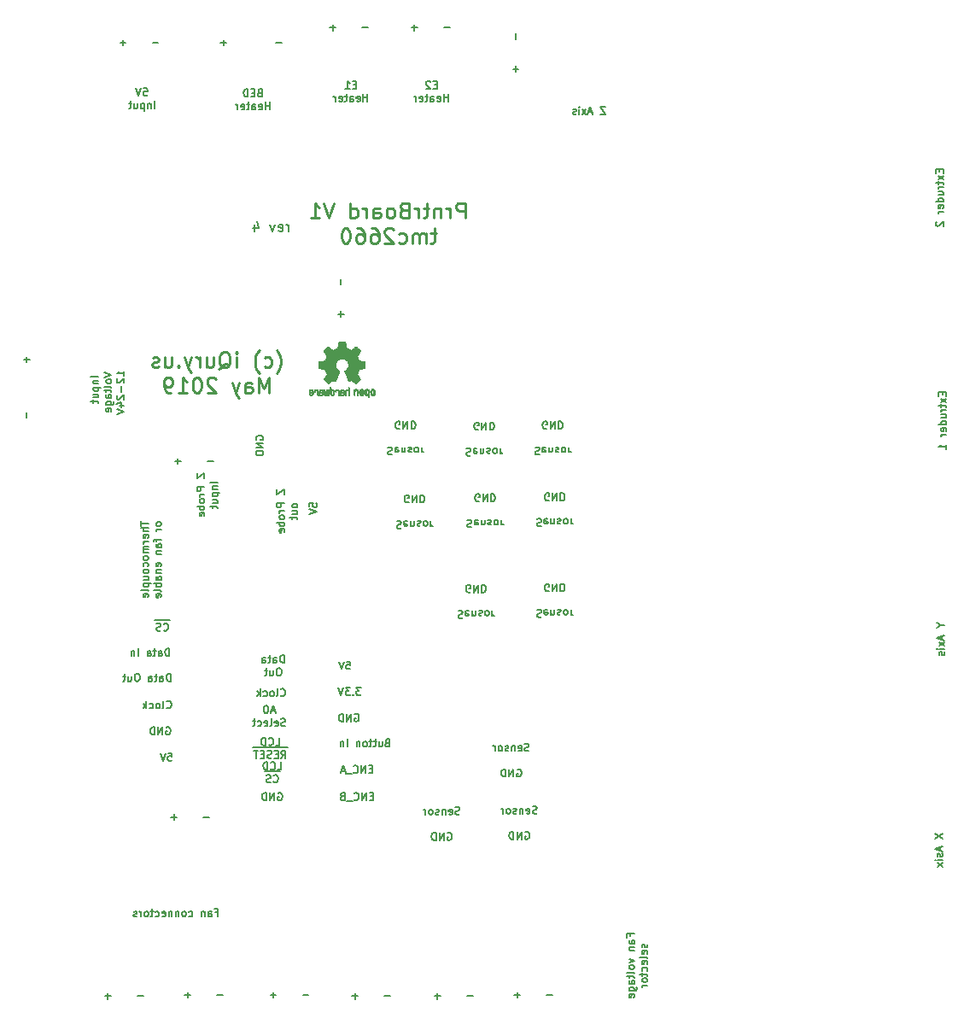
<source format=gbo>
%TF.GenerationSoftware,KiCad,Pcbnew,6.0.0-unknown-813de6a~86~ubuntu19.04.1*%
%TF.CreationDate,2019-05-19T17:12:49-07:00*%
%TF.ProjectId,PrntrBoardV1,50726e74-7242-46f6-9172-6456312e6b69,rev?*%
%TF.SameCoordinates,PX1303eb8PY7093f24*%
%TF.FileFunction,Legend,Bot*%
%TF.FilePolarity,Positive*%
%FSLAX46Y46*%
G04 Gerber Fmt 4.6, Leading zero omitted, Abs format (unit mm)*
G04 Created by KiCad (PCBNEW 6.0.0-unknown-813de6a~86~ubuntu19.04.1) date 2019-05-19 17:12:49*
%MOMM*%
%LPD*%
G04 APERTURE LIST*
%ADD10C,0.150000*%
%ADD11C,0.200000*%
%ADD12C,0.250000*%
%ADD13C,0.010000*%
G04 APERTURE END LIST*
D10*
X32982428Y69003643D02*
X32982428Y69575072D01*
X32696714Y69289358D02*
X33268142Y69289358D01*
X32982428Y72217929D02*
X32982428Y72789358D01*
X16518142Y54725072D02*
X17089571Y54725072D01*
X16803857Y55010786D02*
X16803857Y54439358D01*
X19732428Y54725072D02*
X20303857Y54725072D01*
X50307428Y93328643D02*
X50307428Y93900072D01*
X50021714Y93614358D02*
X50593142Y93614358D01*
X50307428Y96542929D02*
X50307428Y97114358D01*
X16118142Y19425072D02*
X16689571Y19425072D01*
X16403857Y19710786D02*
X16403857Y19139358D01*
X19332428Y19425072D02*
X19903857Y19425072D01*
X50168142Y1800072D02*
X50739571Y1800072D01*
X50453857Y2085786D02*
X50453857Y1514358D01*
X53382428Y1800072D02*
X53953857Y1800072D01*
X42268142Y1700072D02*
X42839571Y1700072D01*
X42553857Y1985786D02*
X42553857Y1414358D01*
X45482428Y1700072D02*
X46053857Y1700072D01*
X34068142Y1700072D02*
X34639571Y1700072D01*
X34353857Y1985786D02*
X34353857Y1414358D01*
X37282428Y1700072D02*
X37853857Y1700072D01*
X25968142Y1800072D02*
X26539571Y1800072D01*
X26253857Y2085786D02*
X26253857Y1514358D01*
X29182428Y1800072D02*
X29753857Y1800072D01*
X17468142Y1800072D02*
X18039571Y1800072D01*
X17753857Y2085786D02*
X17753857Y1514358D01*
X20682428Y1800072D02*
X21253857Y1800072D01*
X9568142Y1700072D02*
X10139571Y1700072D01*
X9853857Y1985786D02*
X9853857Y1414358D01*
X12782428Y1700072D02*
X13353857Y1700072D01*
X37611000Y56075072D02*
X37718142Y56110786D01*
X37896714Y56110786D01*
X37968142Y56075072D01*
X38003857Y56039358D01*
X38039571Y55967929D01*
X38039571Y55896500D01*
X38003857Y55825072D01*
X37968142Y55789358D01*
X37896714Y55753643D01*
X37753857Y55717929D01*
X37682428Y55682215D01*
X37646714Y55646500D01*
X37611000Y55575072D01*
X37611000Y55503643D01*
X37646714Y55432215D01*
X37682428Y55396500D01*
X37753857Y55360786D01*
X37932428Y55360786D01*
X38039571Y55396500D01*
X38646714Y56075072D02*
X38575285Y56110786D01*
X38432428Y56110786D01*
X38361000Y56075072D01*
X38325285Y56003643D01*
X38325285Y55717929D01*
X38361000Y55646500D01*
X38432428Y55610786D01*
X38575285Y55610786D01*
X38646714Y55646500D01*
X38682428Y55717929D01*
X38682428Y55789358D01*
X38325285Y55860786D01*
X39003857Y55610786D02*
X39003857Y56110786D01*
X39003857Y55682215D02*
X39039571Y55646500D01*
X39111000Y55610786D01*
X39218142Y55610786D01*
X39289571Y55646500D01*
X39325285Y55717929D01*
X39325285Y56110786D01*
X39646714Y56075072D02*
X39718142Y56110786D01*
X39861000Y56110786D01*
X39932428Y56075072D01*
X39968142Y56003643D01*
X39968142Y55967929D01*
X39932428Y55896500D01*
X39861000Y55860786D01*
X39753857Y55860786D01*
X39682428Y55825072D01*
X39646714Y55753643D01*
X39646714Y55717929D01*
X39682428Y55646500D01*
X39753857Y55610786D01*
X39861000Y55610786D01*
X39932428Y55646500D01*
X40396714Y56110786D02*
X40325285Y56075072D01*
X40289571Y56039358D01*
X40253857Y55967929D01*
X40253857Y55753643D01*
X40289571Y55682215D01*
X40325285Y55646500D01*
X40396714Y55610786D01*
X40503857Y55610786D01*
X40575285Y55646500D01*
X40611000Y55682215D01*
X40646714Y55753643D01*
X40646714Y55967929D01*
X40611000Y56039358D01*
X40575285Y56075072D01*
X40503857Y56110786D01*
X40396714Y56110786D01*
X40968142Y56110786D02*
X40968142Y55610786D01*
X40968142Y55753643D02*
X41003857Y55682215D01*
X41039571Y55646500D01*
X41111000Y55610786D01*
X41182428Y55610786D01*
X38789571Y57946500D02*
X38718142Y57910786D01*
X38611000Y57910786D01*
X38503857Y57946500D01*
X38432428Y58017929D01*
X38396714Y58089358D01*
X38361000Y58232215D01*
X38361000Y58339358D01*
X38396714Y58482215D01*
X38432428Y58553643D01*
X38503857Y58625072D01*
X38611000Y58660786D01*
X38682428Y58660786D01*
X38789571Y58625072D01*
X38825285Y58589358D01*
X38825285Y58339358D01*
X38682428Y58339358D01*
X39146714Y58660786D02*
X39146714Y57910786D01*
X39575285Y58660786D01*
X39575285Y57910786D01*
X39932428Y58660786D02*
X39932428Y57910786D01*
X40111000Y57910786D01*
X40218142Y57946500D01*
X40289571Y58017929D01*
X40325285Y58089358D01*
X40361000Y58232215D01*
X40361000Y58339358D01*
X40325285Y58482215D01*
X40289571Y58553643D01*
X40218142Y58625072D01*
X40111000Y58660786D01*
X39932428Y58660786D01*
X45411000Y55975072D02*
X45518142Y56010786D01*
X45696714Y56010786D01*
X45768142Y55975072D01*
X45803857Y55939358D01*
X45839571Y55867929D01*
X45839571Y55796500D01*
X45803857Y55725072D01*
X45768142Y55689358D01*
X45696714Y55653643D01*
X45553857Y55617929D01*
X45482428Y55582215D01*
X45446714Y55546500D01*
X45411000Y55475072D01*
X45411000Y55403643D01*
X45446714Y55332215D01*
X45482428Y55296500D01*
X45553857Y55260786D01*
X45732428Y55260786D01*
X45839571Y55296500D01*
X46446714Y55975072D02*
X46375285Y56010786D01*
X46232428Y56010786D01*
X46161000Y55975072D01*
X46125285Y55903643D01*
X46125285Y55617929D01*
X46161000Y55546500D01*
X46232428Y55510786D01*
X46375285Y55510786D01*
X46446714Y55546500D01*
X46482428Y55617929D01*
X46482428Y55689358D01*
X46125285Y55760786D01*
X46803857Y55510786D02*
X46803857Y56010786D01*
X46803857Y55582215D02*
X46839571Y55546500D01*
X46911000Y55510786D01*
X47018142Y55510786D01*
X47089571Y55546500D01*
X47125285Y55617929D01*
X47125285Y56010786D01*
X47446714Y55975072D02*
X47518142Y56010786D01*
X47661000Y56010786D01*
X47732428Y55975072D01*
X47768142Y55903643D01*
X47768142Y55867929D01*
X47732428Y55796500D01*
X47661000Y55760786D01*
X47553857Y55760786D01*
X47482428Y55725072D01*
X47446714Y55653643D01*
X47446714Y55617929D01*
X47482428Y55546500D01*
X47553857Y55510786D01*
X47661000Y55510786D01*
X47732428Y55546500D01*
X48196714Y56010786D02*
X48125285Y55975072D01*
X48089571Y55939358D01*
X48053857Y55867929D01*
X48053857Y55653643D01*
X48089571Y55582215D01*
X48125285Y55546500D01*
X48196714Y55510786D01*
X48303857Y55510786D01*
X48375285Y55546500D01*
X48411000Y55582215D01*
X48446714Y55653643D01*
X48446714Y55867929D01*
X48411000Y55939358D01*
X48375285Y55975072D01*
X48303857Y56010786D01*
X48196714Y56010786D01*
X48768142Y56010786D02*
X48768142Y55510786D01*
X48768142Y55653643D02*
X48803857Y55582215D01*
X48839571Y55546500D01*
X48911000Y55510786D01*
X48982428Y55510786D01*
X46589571Y57846500D02*
X46518142Y57810786D01*
X46411000Y57810786D01*
X46303857Y57846500D01*
X46232428Y57917929D01*
X46196714Y57989358D01*
X46161000Y58132215D01*
X46161000Y58239358D01*
X46196714Y58382215D01*
X46232428Y58453643D01*
X46303857Y58525072D01*
X46411000Y58560786D01*
X46482428Y58560786D01*
X46589571Y58525072D01*
X46625285Y58489358D01*
X46625285Y58239358D01*
X46482428Y58239358D01*
X46946714Y58560786D02*
X46946714Y57810786D01*
X47375285Y58560786D01*
X47375285Y57810786D01*
X47732428Y58560786D02*
X47732428Y57810786D01*
X47911000Y57810786D01*
X48018142Y57846500D01*
X48089571Y57917929D01*
X48125285Y57989358D01*
X48161000Y58132215D01*
X48161000Y58239358D01*
X48125285Y58382215D01*
X48089571Y58453643D01*
X48018142Y58525072D01*
X47911000Y58560786D01*
X47732428Y58560786D01*
X52211000Y56075072D02*
X52318142Y56110786D01*
X52496714Y56110786D01*
X52568142Y56075072D01*
X52603857Y56039358D01*
X52639571Y55967929D01*
X52639571Y55896500D01*
X52603857Y55825072D01*
X52568142Y55789358D01*
X52496714Y55753643D01*
X52353857Y55717929D01*
X52282428Y55682215D01*
X52246714Y55646500D01*
X52211000Y55575072D01*
X52211000Y55503643D01*
X52246714Y55432215D01*
X52282428Y55396500D01*
X52353857Y55360786D01*
X52532428Y55360786D01*
X52639571Y55396500D01*
X53246714Y56075072D02*
X53175285Y56110786D01*
X53032428Y56110786D01*
X52961000Y56075072D01*
X52925285Y56003643D01*
X52925285Y55717929D01*
X52961000Y55646500D01*
X53032428Y55610786D01*
X53175285Y55610786D01*
X53246714Y55646500D01*
X53282428Y55717929D01*
X53282428Y55789358D01*
X52925285Y55860786D01*
X53603857Y55610786D02*
X53603857Y56110786D01*
X53603857Y55682215D02*
X53639571Y55646500D01*
X53711000Y55610786D01*
X53818142Y55610786D01*
X53889571Y55646500D01*
X53925285Y55717929D01*
X53925285Y56110786D01*
X54246714Y56075072D02*
X54318142Y56110786D01*
X54461000Y56110786D01*
X54532428Y56075072D01*
X54568142Y56003643D01*
X54568142Y55967929D01*
X54532428Y55896500D01*
X54461000Y55860786D01*
X54353857Y55860786D01*
X54282428Y55825072D01*
X54246714Y55753643D01*
X54246714Y55717929D01*
X54282428Y55646500D01*
X54353857Y55610786D01*
X54461000Y55610786D01*
X54532428Y55646500D01*
X54996714Y56110786D02*
X54925285Y56075072D01*
X54889571Y56039358D01*
X54853857Y55967929D01*
X54853857Y55753643D01*
X54889571Y55682215D01*
X54925285Y55646500D01*
X54996714Y55610786D01*
X55103857Y55610786D01*
X55175285Y55646500D01*
X55211000Y55682215D01*
X55246714Y55753643D01*
X55246714Y55967929D01*
X55211000Y56039358D01*
X55175285Y56075072D01*
X55103857Y56110786D01*
X54996714Y56110786D01*
X55568142Y56110786D02*
X55568142Y55610786D01*
X55568142Y55753643D02*
X55603857Y55682215D01*
X55639571Y55646500D01*
X55711000Y55610786D01*
X55782428Y55610786D01*
X53389571Y57946500D02*
X53318142Y57910786D01*
X53211000Y57910786D01*
X53103857Y57946500D01*
X53032428Y58017929D01*
X52996714Y58089358D01*
X52961000Y58232215D01*
X52961000Y58339358D01*
X52996714Y58482215D01*
X53032428Y58553643D01*
X53103857Y58625072D01*
X53211000Y58660786D01*
X53282428Y58660786D01*
X53389571Y58625072D01*
X53425285Y58589358D01*
X53425285Y58339358D01*
X53282428Y58339358D01*
X53746714Y58660786D02*
X53746714Y57910786D01*
X54175285Y58660786D01*
X54175285Y57910786D01*
X54532428Y58660786D02*
X54532428Y57910786D01*
X54711000Y57910786D01*
X54818142Y57946500D01*
X54889571Y58017929D01*
X54925285Y58089358D01*
X54961000Y58232215D01*
X54961000Y58339358D01*
X54925285Y58482215D01*
X54889571Y58553643D01*
X54818142Y58625072D01*
X54711000Y58660786D01*
X54532428Y58660786D01*
X52411000Y48975072D02*
X52518142Y49010786D01*
X52696714Y49010786D01*
X52768142Y48975072D01*
X52803857Y48939358D01*
X52839571Y48867929D01*
X52839571Y48796500D01*
X52803857Y48725072D01*
X52768142Y48689358D01*
X52696714Y48653643D01*
X52553857Y48617929D01*
X52482428Y48582215D01*
X52446714Y48546500D01*
X52411000Y48475072D01*
X52411000Y48403643D01*
X52446714Y48332215D01*
X52482428Y48296500D01*
X52553857Y48260786D01*
X52732428Y48260786D01*
X52839571Y48296500D01*
X53446714Y48975072D02*
X53375285Y49010786D01*
X53232428Y49010786D01*
X53161000Y48975072D01*
X53125285Y48903643D01*
X53125285Y48617929D01*
X53161000Y48546500D01*
X53232428Y48510786D01*
X53375285Y48510786D01*
X53446714Y48546500D01*
X53482428Y48617929D01*
X53482428Y48689358D01*
X53125285Y48760786D01*
X53803857Y48510786D02*
X53803857Y49010786D01*
X53803857Y48582215D02*
X53839571Y48546500D01*
X53911000Y48510786D01*
X54018142Y48510786D01*
X54089571Y48546500D01*
X54125285Y48617929D01*
X54125285Y49010786D01*
X54446714Y48975072D02*
X54518142Y49010786D01*
X54661000Y49010786D01*
X54732428Y48975072D01*
X54768142Y48903643D01*
X54768142Y48867929D01*
X54732428Y48796500D01*
X54661000Y48760786D01*
X54553857Y48760786D01*
X54482428Y48725072D01*
X54446714Y48653643D01*
X54446714Y48617929D01*
X54482428Y48546500D01*
X54553857Y48510786D01*
X54661000Y48510786D01*
X54732428Y48546500D01*
X55196714Y49010786D02*
X55125285Y48975072D01*
X55089571Y48939358D01*
X55053857Y48867929D01*
X55053857Y48653643D01*
X55089571Y48582215D01*
X55125285Y48546500D01*
X55196714Y48510786D01*
X55303857Y48510786D01*
X55375285Y48546500D01*
X55411000Y48582215D01*
X55446714Y48653643D01*
X55446714Y48867929D01*
X55411000Y48939358D01*
X55375285Y48975072D01*
X55303857Y49010786D01*
X55196714Y49010786D01*
X55768142Y49010786D02*
X55768142Y48510786D01*
X55768142Y48653643D02*
X55803857Y48582215D01*
X55839571Y48546500D01*
X55911000Y48510786D01*
X55982428Y48510786D01*
X53589571Y50846500D02*
X53518142Y50810786D01*
X53411000Y50810786D01*
X53303857Y50846500D01*
X53232428Y50917929D01*
X53196714Y50989358D01*
X53161000Y51132215D01*
X53161000Y51239358D01*
X53196714Y51382215D01*
X53232428Y51453643D01*
X53303857Y51525072D01*
X53411000Y51560786D01*
X53482428Y51560786D01*
X53589571Y51525072D01*
X53625285Y51489358D01*
X53625285Y51239358D01*
X53482428Y51239358D01*
X53946714Y51560786D02*
X53946714Y50810786D01*
X54375285Y51560786D01*
X54375285Y50810786D01*
X54732428Y51560786D02*
X54732428Y50810786D01*
X54911000Y50810786D01*
X55018142Y50846500D01*
X55089571Y50917929D01*
X55125285Y50989358D01*
X55161000Y51132215D01*
X55161000Y51239358D01*
X55125285Y51382215D01*
X55089571Y51453643D01*
X55018142Y51525072D01*
X54911000Y51560786D01*
X54732428Y51560786D01*
X45511000Y48875072D02*
X45618142Y48910786D01*
X45796714Y48910786D01*
X45868142Y48875072D01*
X45903857Y48839358D01*
X45939571Y48767929D01*
X45939571Y48696500D01*
X45903857Y48625072D01*
X45868142Y48589358D01*
X45796714Y48553643D01*
X45653857Y48517929D01*
X45582428Y48482215D01*
X45546714Y48446500D01*
X45511000Y48375072D01*
X45511000Y48303643D01*
X45546714Y48232215D01*
X45582428Y48196500D01*
X45653857Y48160786D01*
X45832428Y48160786D01*
X45939571Y48196500D01*
X46546714Y48875072D02*
X46475285Y48910786D01*
X46332428Y48910786D01*
X46261000Y48875072D01*
X46225285Y48803643D01*
X46225285Y48517929D01*
X46261000Y48446500D01*
X46332428Y48410786D01*
X46475285Y48410786D01*
X46546714Y48446500D01*
X46582428Y48517929D01*
X46582428Y48589358D01*
X46225285Y48660786D01*
X46903857Y48410786D02*
X46903857Y48910786D01*
X46903857Y48482215D02*
X46939571Y48446500D01*
X47011000Y48410786D01*
X47118142Y48410786D01*
X47189571Y48446500D01*
X47225285Y48517929D01*
X47225285Y48910786D01*
X47546714Y48875072D02*
X47618142Y48910786D01*
X47761000Y48910786D01*
X47832428Y48875072D01*
X47868142Y48803643D01*
X47868142Y48767929D01*
X47832428Y48696500D01*
X47761000Y48660786D01*
X47653857Y48660786D01*
X47582428Y48625072D01*
X47546714Y48553643D01*
X47546714Y48517929D01*
X47582428Y48446500D01*
X47653857Y48410786D01*
X47761000Y48410786D01*
X47832428Y48446500D01*
X48296714Y48910786D02*
X48225285Y48875072D01*
X48189571Y48839358D01*
X48153857Y48767929D01*
X48153857Y48553643D01*
X48189571Y48482215D01*
X48225285Y48446500D01*
X48296714Y48410786D01*
X48403857Y48410786D01*
X48475285Y48446500D01*
X48511000Y48482215D01*
X48546714Y48553643D01*
X48546714Y48767929D01*
X48511000Y48839358D01*
X48475285Y48875072D01*
X48403857Y48910786D01*
X48296714Y48910786D01*
X48868142Y48910786D02*
X48868142Y48410786D01*
X48868142Y48553643D02*
X48903857Y48482215D01*
X48939571Y48446500D01*
X49011000Y48410786D01*
X49082428Y48410786D01*
X46689571Y50746500D02*
X46618142Y50710786D01*
X46511000Y50710786D01*
X46403857Y50746500D01*
X46332428Y50817929D01*
X46296714Y50889358D01*
X46261000Y51032215D01*
X46261000Y51139358D01*
X46296714Y51282215D01*
X46332428Y51353643D01*
X46403857Y51425072D01*
X46511000Y51460786D01*
X46582428Y51460786D01*
X46689571Y51425072D01*
X46725285Y51389358D01*
X46725285Y51139358D01*
X46582428Y51139358D01*
X47046714Y51460786D02*
X47046714Y50710786D01*
X47475285Y51460786D01*
X47475285Y50710786D01*
X47832428Y51460786D02*
X47832428Y50710786D01*
X48011000Y50710786D01*
X48118142Y50746500D01*
X48189571Y50817929D01*
X48225285Y50889358D01*
X48261000Y51032215D01*
X48261000Y51139358D01*
X48225285Y51282215D01*
X48189571Y51353643D01*
X48118142Y51425072D01*
X48011000Y51460786D01*
X47832428Y51460786D01*
X38511000Y48775072D02*
X38618142Y48810786D01*
X38796714Y48810786D01*
X38868142Y48775072D01*
X38903857Y48739358D01*
X38939571Y48667929D01*
X38939571Y48596500D01*
X38903857Y48525072D01*
X38868142Y48489358D01*
X38796714Y48453643D01*
X38653857Y48417929D01*
X38582428Y48382215D01*
X38546714Y48346500D01*
X38511000Y48275072D01*
X38511000Y48203643D01*
X38546714Y48132215D01*
X38582428Y48096500D01*
X38653857Y48060786D01*
X38832428Y48060786D01*
X38939571Y48096500D01*
X39546714Y48775072D02*
X39475285Y48810786D01*
X39332428Y48810786D01*
X39261000Y48775072D01*
X39225285Y48703643D01*
X39225285Y48417929D01*
X39261000Y48346500D01*
X39332428Y48310786D01*
X39475285Y48310786D01*
X39546714Y48346500D01*
X39582428Y48417929D01*
X39582428Y48489358D01*
X39225285Y48560786D01*
X39903857Y48310786D02*
X39903857Y48810786D01*
X39903857Y48382215D02*
X39939571Y48346500D01*
X40011000Y48310786D01*
X40118142Y48310786D01*
X40189571Y48346500D01*
X40225285Y48417929D01*
X40225285Y48810786D01*
X40546714Y48775072D02*
X40618142Y48810786D01*
X40761000Y48810786D01*
X40832428Y48775072D01*
X40868142Y48703643D01*
X40868142Y48667929D01*
X40832428Y48596500D01*
X40761000Y48560786D01*
X40653857Y48560786D01*
X40582428Y48525072D01*
X40546714Y48453643D01*
X40546714Y48417929D01*
X40582428Y48346500D01*
X40653857Y48310786D01*
X40761000Y48310786D01*
X40832428Y48346500D01*
X41296714Y48810786D02*
X41225285Y48775072D01*
X41189571Y48739358D01*
X41153857Y48667929D01*
X41153857Y48453643D01*
X41189571Y48382215D01*
X41225285Y48346500D01*
X41296714Y48310786D01*
X41403857Y48310786D01*
X41475285Y48346500D01*
X41511000Y48382215D01*
X41546714Y48453643D01*
X41546714Y48667929D01*
X41511000Y48739358D01*
X41475285Y48775072D01*
X41403857Y48810786D01*
X41296714Y48810786D01*
X41868142Y48810786D02*
X41868142Y48310786D01*
X41868142Y48453643D02*
X41903857Y48382215D01*
X41939571Y48346500D01*
X42011000Y48310786D01*
X42082428Y48310786D01*
X39689571Y50646500D02*
X39618142Y50610786D01*
X39511000Y50610786D01*
X39403857Y50646500D01*
X39332428Y50717929D01*
X39296714Y50789358D01*
X39261000Y50932215D01*
X39261000Y51039358D01*
X39296714Y51182215D01*
X39332428Y51253643D01*
X39403857Y51325072D01*
X39511000Y51360786D01*
X39582428Y51360786D01*
X39689571Y51325072D01*
X39725285Y51289358D01*
X39725285Y51039358D01*
X39582428Y51039358D01*
X40046714Y51360786D02*
X40046714Y50610786D01*
X40475285Y51360786D01*
X40475285Y50610786D01*
X40832428Y51360786D02*
X40832428Y50610786D01*
X41011000Y50610786D01*
X41118142Y50646500D01*
X41189571Y50717929D01*
X41225285Y50789358D01*
X41261000Y50932215D01*
X41261000Y51039358D01*
X41225285Y51182215D01*
X41189571Y51253643D01*
X41118142Y51325072D01*
X41011000Y51360786D01*
X40832428Y51360786D01*
X52411000Y39975072D02*
X52518142Y40010786D01*
X52696714Y40010786D01*
X52768142Y39975072D01*
X52803857Y39939358D01*
X52839571Y39867929D01*
X52839571Y39796500D01*
X52803857Y39725072D01*
X52768142Y39689358D01*
X52696714Y39653643D01*
X52553857Y39617929D01*
X52482428Y39582215D01*
X52446714Y39546500D01*
X52411000Y39475072D01*
X52411000Y39403643D01*
X52446714Y39332215D01*
X52482428Y39296500D01*
X52553857Y39260786D01*
X52732428Y39260786D01*
X52839571Y39296500D01*
X53446714Y39975072D02*
X53375285Y40010786D01*
X53232428Y40010786D01*
X53161000Y39975072D01*
X53125285Y39903643D01*
X53125285Y39617929D01*
X53161000Y39546500D01*
X53232428Y39510786D01*
X53375285Y39510786D01*
X53446714Y39546500D01*
X53482428Y39617929D01*
X53482428Y39689358D01*
X53125285Y39760786D01*
X53803857Y39510786D02*
X53803857Y40010786D01*
X53803857Y39582215D02*
X53839571Y39546500D01*
X53911000Y39510786D01*
X54018142Y39510786D01*
X54089571Y39546500D01*
X54125285Y39617929D01*
X54125285Y40010786D01*
X54446714Y39975072D02*
X54518142Y40010786D01*
X54661000Y40010786D01*
X54732428Y39975072D01*
X54768142Y39903643D01*
X54768142Y39867929D01*
X54732428Y39796500D01*
X54661000Y39760786D01*
X54553857Y39760786D01*
X54482428Y39725072D01*
X54446714Y39653643D01*
X54446714Y39617929D01*
X54482428Y39546500D01*
X54553857Y39510786D01*
X54661000Y39510786D01*
X54732428Y39546500D01*
X55196714Y40010786D02*
X55125285Y39975072D01*
X55089571Y39939358D01*
X55053857Y39867929D01*
X55053857Y39653643D01*
X55089571Y39582215D01*
X55125285Y39546500D01*
X55196714Y39510786D01*
X55303857Y39510786D01*
X55375285Y39546500D01*
X55411000Y39582215D01*
X55446714Y39653643D01*
X55446714Y39867929D01*
X55411000Y39939358D01*
X55375285Y39975072D01*
X55303857Y40010786D01*
X55196714Y40010786D01*
X55768142Y40010786D02*
X55768142Y39510786D01*
X55768142Y39653643D02*
X55803857Y39582215D01*
X55839571Y39546500D01*
X55911000Y39510786D01*
X55982428Y39510786D01*
X53589571Y41846500D02*
X53518142Y41810786D01*
X53411000Y41810786D01*
X53303857Y41846500D01*
X53232428Y41917929D01*
X53196714Y41989358D01*
X53161000Y42132215D01*
X53161000Y42239358D01*
X53196714Y42382215D01*
X53232428Y42453643D01*
X53303857Y42525072D01*
X53411000Y42560786D01*
X53482428Y42560786D01*
X53589571Y42525072D01*
X53625285Y42489358D01*
X53625285Y42239358D01*
X53482428Y42239358D01*
X53946714Y42560786D02*
X53946714Y41810786D01*
X54375285Y42560786D01*
X54375285Y41810786D01*
X54732428Y42560786D02*
X54732428Y41810786D01*
X54911000Y41810786D01*
X55018142Y41846500D01*
X55089571Y41917929D01*
X55125285Y41989358D01*
X55161000Y42132215D01*
X55161000Y42239358D01*
X55125285Y42382215D01*
X55089571Y42453643D01*
X55018142Y42525072D01*
X54911000Y42560786D01*
X54732428Y42560786D01*
X44611000Y39875072D02*
X44718142Y39910786D01*
X44896714Y39910786D01*
X44968142Y39875072D01*
X45003857Y39839358D01*
X45039571Y39767929D01*
X45039571Y39696500D01*
X45003857Y39625072D01*
X44968142Y39589358D01*
X44896714Y39553643D01*
X44753857Y39517929D01*
X44682428Y39482215D01*
X44646714Y39446500D01*
X44611000Y39375072D01*
X44611000Y39303643D01*
X44646714Y39232215D01*
X44682428Y39196500D01*
X44753857Y39160786D01*
X44932428Y39160786D01*
X45039571Y39196500D01*
X45646714Y39875072D02*
X45575285Y39910786D01*
X45432428Y39910786D01*
X45361000Y39875072D01*
X45325285Y39803643D01*
X45325285Y39517929D01*
X45361000Y39446500D01*
X45432428Y39410786D01*
X45575285Y39410786D01*
X45646714Y39446500D01*
X45682428Y39517929D01*
X45682428Y39589358D01*
X45325285Y39660786D01*
X46003857Y39410786D02*
X46003857Y39910786D01*
X46003857Y39482215D02*
X46039571Y39446500D01*
X46111000Y39410786D01*
X46218142Y39410786D01*
X46289571Y39446500D01*
X46325285Y39517929D01*
X46325285Y39910786D01*
X46646714Y39875072D02*
X46718142Y39910786D01*
X46861000Y39910786D01*
X46932428Y39875072D01*
X46968142Y39803643D01*
X46968142Y39767929D01*
X46932428Y39696500D01*
X46861000Y39660786D01*
X46753857Y39660786D01*
X46682428Y39625072D01*
X46646714Y39553643D01*
X46646714Y39517929D01*
X46682428Y39446500D01*
X46753857Y39410786D01*
X46861000Y39410786D01*
X46932428Y39446500D01*
X47396714Y39910786D02*
X47325285Y39875072D01*
X47289571Y39839358D01*
X47253857Y39767929D01*
X47253857Y39553643D01*
X47289571Y39482215D01*
X47325285Y39446500D01*
X47396714Y39410786D01*
X47503857Y39410786D01*
X47575285Y39446500D01*
X47611000Y39482215D01*
X47646714Y39553643D01*
X47646714Y39767929D01*
X47611000Y39839358D01*
X47575285Y39875072D01*
X47503857Y39910786D01*
X47396714Y39910786D01*
X47968142Y39910786D02*
X47968142Y39410786D01*
X47968142Y39553643D02*
X48003857Y39482215D01*
X48039571Y39446500D01*
X48111000Y39410786D01*
X48182428Y39410786D01*
X45789571Y41746500D02*
X45718142Y41710786D01*
X45611000Y41710786D01*
X45503857Y41746500D01*
X45432428Y41817929D01*
X45396714Y41889358D01*
X45361000Y42032215D01*
X45361000Y42139358D01*
X45396714Y42282215D01*
X45432428Y42353643D01*
X45503857Y42425072D01*
X45611000Y42460786D01*
X45682428Y42460786D01*
X45789571Y42425072D01*
X45825285Y42389358D01*
X45825285Y42139358D01*
X45682428Y42139358D01*
X46146714Y42460786D02*
X46146714Y41710786D01*
X46575285Y42460786D01*
X46575285Y41710786D01*
X46932428Y42460786D02*
X46932428Y41710786D01*
X47111000Y41710786D01*
X47218142Y41746500D01*
X47289571Y41817929D01*
X47325285Y41889358D01*
X47361000Y42032215D01*
X47361000Y42139358D01*
X47325285Y42282215D01*
X47289571Y42353643D01*
X47218142Y42425072D01*
X47111000Y42460786D01*
X46932428Y42460786D01*
X51611000Y26017929D02*
X51503857Y25982215D01*
X51325285Y25982215D01*
X51253857Y26017929D01*
X51218142Y26053643D01*
X51182428Y26125072D01*
X51182428Y26196500D01*
X51218142Y26267929D01*
X51253857Y26303643D01*
X51325285Y26339358D01*
X51468142Y26375072D01*
X51539571Y26410786D01*
X51575285Y26446500D01*
X51611000Y26517929D01*
X51611000Y26589358D01*
X51575285Y26660786D01*
X51539571Y26696500D01*
X51468142Y26732215D01*
X51289571Y26732215D01*
X51182428Y26696500D01*
X50575285Y26017929D02*
X50646714Y25982215D01*
X50789571Y25982215D01*
X50861000Y26017929D01*
X50896714Y26089358D01*
X50896714Y26375072D01*
X50861000Y26446500D01*
X50789571Y26482215D01*
X50646714Y26482215D01*
X50575285Y26446500D01*
X50539571Y26375072D01*
X50539571Y26303643D01*
X50896714Y26232215D01*
X50218142Y26482215D02*
X50218142Y25982215D01*
X50218142Y26410786D02*
X50182428Y26446500D01*
X50111000Y26482215D01*
X50003857Y26482215D01*
X49932428Y26446500D01*
X49896714Y26375072D01*
X49896714Y25982215D01*
X49575285Y26017929D02*
X49503857Y25982215D01*
X49361000Y25982215D01*
X49289571Y26017929D01*
X49253857Y26089358D01*
X49253857Y26125072D01*
X49289571Y26196500D01*
X49361000Y26232215D01*
X49468142Y26232215D01*
X49539571Y26267929D01*
X49575285Y26339358D01*
X49575285Y26375072D01*
X49539571Y26446500D01*
X49468142Y26482215D01*
X49361000Y26482215D01*
X49289571Y26446500D01*
X48825285Y25982215D02*
X48896714Y26017929D01*
X48932428Y26053643D01*
X48968142Y26125072D01*
X48968142Y26339358D01*
X48932428Y26410786D01*
X48896714Y26446500D01*
X48825285Y26482215D01*
X48718142Y26482215D01*
X48646714Y26446500D01*
X48611000Y26410786D01*
X48575285Y26339358D01*
X48575285Y26125072D01*
X48611000Y26053643D01*
X48646714Y26017929D01*
X48718142Y25982215D01*
X48825285Y25982215D01*
X48253857Y25982215D02*
X48253857Y26482215D01*
X48253857Y26339358D02*
X48218142Y26410786D01*
X48182428Y26446500D01*
X48111000Y26482215D01*
X48039571Y26482215D01*
X50432428Y24146500D02*
X50503857Y24182215D01*
X50611000Y24182215D01*
X50718142Y24146500D01*
X50789571Y24075072D01*
X50825285Y24003643D01*
X50861000Y23860786D01*
X50861000Y23753643D01*
X50825285Y23610786D01*
X50789571Y23539358D01*
X50718142Y23467929D01*
X50611000Y23432215D01*
X50539571Y23432215D01*
X50432428Y23467929D01*
X50396714Y23503643D01*
X50396714Y23753643D01*
X50539571Y23753643D01*
X50075285Y23432215D02*
X50075285Y24182215D01*
X49646714Y23432215D01*
X49646714Y24182215D01*
X49289571Y23432215D02*
X49289571Y24182215D01*
X49111000Y24182215D01*
X49003857Y24146500D01*
X48932428Y24075072D01*
X48896714Y24003643D01*
X48861000Y23860786D01*
X48861000Y23753643D01*
X48896714Y23610786D01*
X48932428Y23539358D01*
X49003857Y23467929D01*
X49111000Y23432215D01*
X49289571Y23432215D01*
X52411000Y19817929D02*
X52303857Y19782215D01*
X52125285Y19782215D01*
X52053857Y19817929D01*
X52018142Y19853643D01*
X51982428Y19925072D01*
X51982428Y19996500D01*
X52018142Y20067929D01*
X52053857Y20103643D01*
X52125285Y20139358D01*
X52268142Y20175072D01*
X52339571Y20210786D01*
X52375285Y20246500D01*
X52411000Y20317929D01*
X52411000Y20389358D01*
X52375285Y20460786D01*
X52339571Y20496500D01*
X52268142Y20532215D01*
X52089571Y20532215D01*
X51982428Y20496500D01*
X51375285Y19817929D02*
X51446714Y19782215D01*
X51589571Y19782215D01*
X51661000Y19817929D01*
X51696714Y19889358D01*
X51696714Y20175072D01*
X51661000Y20246500D01*
X51589571Y20282215D01*
X51446714Y20282215D01*
X51375285Y20246500D01*
X51339571Y20175072D01*
X51339571Y20103643D01*
X51696714Y20032215D01*
X51018142Y20282215D02*
X51018142Y19782215D01*
X51018142Y20210786D02*
X50982428Y20246500D01*
X50911000Y20282215D01*
X50803857Y20282215D01*
X50732428Y20246500D01*
X50696714Y20175072D01*
X50696714Y19782215D01*
X50375285Y19817929D02*
X50303857Y19782215D01*
X50161000Y19782215D01*
X50089571Y19817929D01*
X50053857Y19889358D01*
X50053857Y19925072D01*
X50089571Y19996500D01*
X50161000Y20032215D01*
X50268142Y20032215D01*
X50339571Y20067929D01*
X50375285Y20139358D01*
X50375285Y20175072D01*
X50339571Y20246500D01*
X50268142Y20282215D01*
X50161000Y20282215D01*
X50089571Y20246500D01*
X49625285Y19782215D02*
X49696714Y19817929D01*
X49732428Y19853643D01*
X49768142Y19925072D01*
X49768142Y20139358D01*
X49732428Y20210786D01*
X49696714Y20246500D01*
X49625285Y20282215D01*
X49518142Y20282215D01*
X49446714Y20246500D01*
X49411000Y20210786D01*
X49375285Y20139358D01*
X49375285Y19925072D01*
X49411000Y19853643D01*
X49446714Y19817929D01*
X49518142Y19782215D01*
X49625285Y19782215D01*
X49053857Y19782215D02*
X49053857Y20282215D01*
X49053857Y20139358D02*
X49018142Y20210786D01*
X48982428Y20246500D01*
X48911000Y20282215D01*
X48839571Y20282215D01*
X51232428Y17946500D02*
X51303857Y17982215D01*
X51411000Y17982215D01*
X51518142Y17946500D01*
X51589571Y17875072D01*
X51625285Y17803643D01*
X51661000Y17660786D01*
X51661000Y17553643D01*
X51625285Y17410786D01*
X51589571Y17339358D01*
X51518142Y17267929D01*
X51411000Y17232215D01*
X51339571Y17232215D01*
X51232428Y17267929D01*
X51196714Y17303643D01*
X51196714Y17553643D01*
X51339571Y17553643D01*
X50875285Y17232215D02*
X50875285Y17982215D01*
X50446714Y17232215D01*
X50446714Y17982215D01*
X50089571Y17232215D02*
X50089571Y17982215D01*
X49911000Y17982215D01*
X49803857Y17946500D01*
X49732428Y17875072D01*
X49696714Y17803643D01*
X49661000Y17660786D01*
X49661000Y17553643D01*
X49696714Y17410786D01*
X49732428Y17339358D01*
X49803857Y17267929D01*
X49911000Y17232215D01*
X50089571Y17232215D01*
X44711000Y19717929D02*
X44603857Y19682215D01*
X44425285Y19682215D01*
X44353857Y19717929D01*
X44318142Y19753643D01*
X44282428Y19825072D01*
X44282428Y19896500D01*
X44318142Y19967929D01*
X44353857Y20003643D01*
X44425285Y20039358D01*
X44568142Y20075072D01*
X44639571Y20110786D01*
X44675285Y20146500D01*
X44711000Y20217929D01*
X44711000Y20289358D01*
X44675285Y20360786D01*
X44639571Y20396500D01*
X44568142Y20432215D01*
X44389571Y20432215D01*
X44282428Y20396500D01*
X43675285Y19717929D02*
X43746714Y19682215D01*
X43889571Y19682215D01*
X43961000Y19717929D01*
X43996714Y19789358D01*
X43996714Y20075072D01*
X43961000Y20146500D01*
X43889571Y20182215D01*
X43746714Y20182215D01*
X43675285Y20146500D01*
X43639571Y20075072D01*
X43639571Y20003643D01*
X43996714Y19932215D01*
X43318142Y20182215D02*
X43318142Y19682215D01*
X43318142Y20110786D02*
X43282428Y20146500D01*
X43211000Y20182215D01*
X43103857Y20182215D01*
X43032428Y20146500D01*
X42996714Y20075072D01*
X42996714Y19682215D01*
X42675285Y19717929D02*
X42603857Y19682215D01*
X42461000Y19682215D01*
X42389571Y19717929D01*
X42353857Y19789358D01*
X42353857Y19825072D01*
X42389571Y19896500D01*
X42461000Y19932215D01*
X42568142Y19932215D01*
X42639571Y19967929D01*
X42675285Y20039358D01*
X42675285Y20075072D01*
X42639571Y20146500D01*
X42568142Y20182215D01*
X42461000Y20182215D01*
X42389571Y20146500D01*
X41925285Y19682215D02*
X41996714Y19717929D01*
X42032428Y19753643D01*
X42068142Y19825072D01*
X42068142Y20039358D01*
X42032428Y20110786D01*
X41996714Y20146500D01*
X41925285Y20182215D01*
X41818142Y20182215D01*
X41746714Y20146500D01*
X41711000Y20110786D01*
X41675285Y20039358D01*
X41675285Y19825072D01*
X41711000Y19753643D01*
X41746714Y19717929D01*
X41818142Y19682215D01*
X41925285Y19682215D01*
X41353857Y19682215D02*
X41353857Y20182215D01*
X41353857Y20039358D02*
X41318142Y20110786D01*
X41282428Y20146500D01*
X41211000Y20182215D01*
X41139571Y20182215D01*
X43532428Y17846500D02*
X43603857Y17882215D01*
X43711000Y17882215D01*
X43818142Y17846500D01*
X43889571Y17775072D01*
X43925285Y17703643D01*
X43961000Y17560786D01*
X43961000Y17453643D01*
X43925285Y17310786D01*
X43889571Y17239358D01*
X43818142Y17167929D01*
X43711000Y17132215D01*
X43639571Y17132215D01*
X43532428Y17167929D01*
X43496714Y17203643D01*
X43496714Y17453643D01*
X43639571Y17453643D01*
X43175285Y17132215D02*
X43175285Y17882215D01*
X42746714Y17132215D01*
X42746714Y17882215D01*
X42389571Y17132215D02*
X42389571Y17882215D01*
X42211000Y17882215D01*
X42103857Y17846500D01*
X42032428Y17775072D01*
X41996714Y17703643D01*
X41961000Y17560786D01*
X41961000Y17453643D01*
X41996714Y17310786D01*
X42032428Y17239358D01*
X42103857Y17167929D01*
X42211000Y17132215D01*
X42389571Y17132215D01*
X36150285Y21500072D02*
X35900285Y21500072D01*
X35793142Y21107215D02*
X36150285Y21107215D01*
X36150285Y21857215D01*
X35793142Y21857215D01*
X35471714Y21107215D02*
X35471714Y21857215D01*
X35043142Y21107215D01*
X35043142Y21857215D01*
X34257428Y21178643D02*
X34293142Y21142929D01*
X34400285Y21107215D01*
X34471714Y21107215D01*
X34578857Y21142929D01*
X34650285Y21214358D01*
X34686000Y21285786D01*
X34721714Y21428643D01*
X34721714Y21535786D01*
X34686000Y21678643D01*
X34650285Y21750072D01*
X34578857Y21821500D01*
X34471714Y21857215D01*
X34400285Y21857215D01*
X34293142Y21821500D01*
X34257428Y21785786D01*
X34114571Y21035786D02*
X33543142Y21035786D01*
X33114571Y21500072D02*
X33007428Y21464358D01*
X32971714Y21428643D01*
X32936000Y21357215D01*
X32936000Y21250072D01*
X32971714Y21178643D01*
X33007428Y21142929D01*
X33078857Y21107215D01*
X33364571Y21107215D01*
X33364571Y21857215D01*
X33114571Y21857215D01*
X33043142Y21821500D01*
X33007428Y21785786D01*
X32971714Y21714358D01*
X32971714Y21642929D01*
X33007428Y21571500D01*
X33043142Y21535786D01*
X33114571Y21500072D01*
X33364571Y21500072D01*
X36096714Y24200072D02*
X35846714Y24200072D01*
X35739571Y23807215D02*
X36096714Y23807215D01*
X36096714Y24557215D01*
X35739571Y24557215D01*
X35418142Y23807215D02*
X35418142Y24557215D01*
X34989571Y23807215D01*
X34989571Y24557215D01*
X34203857Y23878643D02*
X34239571Y23842929D01*
X34346714Y23807215D01*
X34418142Y23807215D01*
X34525285Y23842929D01*
X34596714Y23914358D01*
X34632428Y23985786D01*
X34668142Y24128643D01*
X34668142Y24235786D01*
X34632428Y24378643D01*
X34596714Y24450072D01*
X34525285Y24521500D01*
X34418142Y24557215D01*
X34346714Y24557215D01*
X34239571Y24521500D01*
X34203857Y24485786D01*
X34061000Y23735786D02*
X33489571Y23735786D01*
X33346714Y24021500D02*
X32989571Y24021500D01*
X33418142Y23807215D02*
X33168142Y24557215D01*
X32918142Y23807215D01*
X37557428Y26800072D02*
X37450285Y26764358D01*
X37414571Y26728643D01*
X37378857Y26657215D01*
X37378857Y26550072D01*
X37414571Y26478643D01*
X37450285Y26442929D01*
X37521714Y26407215D01*
X37807428Y26407215D01*
X37807428Y27157215D01*
X37557428Y27157215D01*
X37486000Y27121500D01*
X37450285Y27085786D01*
X37414571Y27014358D01*
X37414571Y26942929D01*
X37450285Y26871500D01*
X37486000Y26835786D01*
X37557428Y26800072D01*
X37807428Y26800072D01*
X36736000Y26907215D02*
X36736000Y26407215D01*
X37057428Y26907215D02*
X37057428Y26514358D01*
X37021714Y26442929D01*
X36950285Y26407215D01*
X36843142Y26407215D01*
X36771714Y26442929D01*
X36736000Y26478643D01*
X36486000Y26907215D02*
X36200285Y26907215D01*
X36378857Y27157215D02*
X36378857Y26514358D01*
X36343142Y26442929D01*
X36271714Y26407215D01*
X36200285Y26407215D01*
X36057428Y26907215D02*
X35771714Y26907215D01*
X35950285Y27157215D02*
X35950285Y26514358D01*
X35914571Y26442929D01*
X35843142Y26407215D01*
X35771714Y26407215D01*
X35414571Y26407215D02*
X35486000Y26442929D01*
X35521714Y26478643D01*
X35557428Y26550072D01*
X35557428Y26764358D01*
X35521714Y26835786D01*
X35486000Y26871500D01*
X35414571Y26907215D01*
X35307428Y26907215D01*
X35236000Y26871500D01*
X35200285Y26835786D01*
X35164571Y26764358D01*
X35164571Y26550072D01*
X35200285Y26478643D01*
X35236000Y26442929D01*
X35307428Y26407215D01*
X35414571Y26407215D01*
X34843142Y26907215D02*
X34843142Y26407215D01*
X34843142Y26835786D02*
X34807428Y26871500D01*
X34736000Y26907215D01*
X34628857Y26907215D01*
X34557428Y26871500D01*
X34521714Y26800072D01*
X34521714Y26407215D01*
X33593142Y26407215D02*
X33593142Y27157215D01*
X33236000Y26907215D02*
X33236000Y26407215D01*
X33236000Y26835786D02*
X33200285Y26871500D01*
X33128857Y26907215D01*
X33021714Y26907215D01*
X32950285Y26871500D01*
X32914571Y26800072D01*
X32914571Y26407215D01*
X34332428Y29621500D02*
X34403857Y29657215D01*
X34511000Y29657215D01*
X34618142Y29621500D01*
X34689571Y29550072D01*
X34725285Y29478643D01*
X34761000Y29335786D01*
X34761000Y29228643D01*
X34725285Y29085786D01*
X34689571Y29014358D01*
X34618142Y28942929D01*
X34511000Y28907215D01*
X34439571Y28907215D01*
X34332428Y28942929D01*
X34296714Y28978643D01*
X34296714Y29228643D01*
X34439571Y29228643D01*
X33975285Y28907215D02*
X33975285Y29657215D01*
X33546714Y28907215D01*
X33546714Y29657215D01*
X33189571Y28907215D02*
X33189571Y29657215D01*
X33011000Y29657215D01*
X32903857Y29621500D01*
X32832428Y29550072D01*
X32796714Y29478643D01*
X32761000Y29335786D01*
X32761000Y29228643D01*
X32796714Y29085786D01*
X32832428Y29014358D01*
X32903857Y28942929D01*
X33011000Y28907215D01*
X33189571Y28907215D01*
X34968142Y32257215D02*
X34503857Y32257215D01*
X34753857Y31971500D01*
X34646714Y31971500D01*
X34575285Y31935786D01*
X34539571Y31900072D01*
X34503857Y31828643D01*
X34503857Y31650072D01*
X34539571Y31578643D01*
X34575285Y31542929D01*
X34646714Y31507215D01*
X34861000Y31507215D01*
X34932428Y31542929D01*
X34968142Y31578643D01*
X34182428Y31578643D02*
X34146714Y31542929D01*
X34182428Y31507215D01*
X34218142Y31542929D01*
X34182428Y31578643D01*
X34182428Y31507215D01*
X33896714Y32257215D02*
X33432428Y32257215D01*
X33682428Y31971500D01*
X33575285Y31971500D01*
X33503857Y31935786D01*
X33468142Y31900072D01*
X33432428Y31828643D01*
X33432428Y31650072D01*
X33468142Y31578643D01*
X33503857Y31542929D01*
X33575285Y31507215D01*
X33789571Y31507215D01*
X33861000Y31542929D01*
X33896714Y31578643D01*
X33218142Y32257215D02*
X32968142Y31507215D01*
X32718142Y32257215D01*
X33503857Y34857215D02*
X33861000Y34857215D01*
X33896714Y34500072D01*
X33861000Y34535786D01*
X33789571Y34571500D01*
X33611000Y34571500D01*
X33539571Y34535786D01*
X33503857Y34500072D01*
X33468142Y34428643D01*
X33468142Y34250072D01*
X33503857Y34178643D01*
X33539571Y34142929D01*
X33611000Y34107215D01*
X33789571Y34107215D01*
X33861000Y34142929D01*
X33896714Y34178643D01*
X33253857Y34857215D02*
X33003857Y34107215D01*
X32753857Y34857215D01*
X26732428Y21821500D02*
X26803857Y21857215D01*
X26911000Y21857215D01*
X27018142Y21821500D01*
X27089571Y21750072D01*
X27125285Y21678643D01*
X27161000Y21535786D01*
X27161000Y21428643D01*
X27125285Y21285786D01*
X27089571Y21214358D01*
X27018142Y21142929D01*
X26911000Y21107215D01*
X26839571Y21107215D01*
X26732428Y21142929D01*
X26696714Y21178643D01*
X26696714Y21428643D01*
X26839571Y21428643D01*
X26375285Y21107215D02*
X26375285Y21857215D01*
X25946714Y21107215D01*
X25946714Y21857215D01*
X25589571Y21107215D02*
X25589571Y21857215D01*
X25411000Y21857215D01*
X25303857Y21821500D01*
X25232428Y21750072D01*
X25196714Y21678643D01*
X25161000Y21535786D01*
X25161000Y21428643D01*
X25196714Y21285786D01*
X25232428Y21214358D01*
X25303857Y21142929D01*
X25411000Y21107215D01*
X25589571Y21107215D01*
X26678857Y24144715D02*
X27036000Y24144715D01*
X27036000Y24894715D01*
X26000285Y24216143D02*
X26036000Y24180429D01*
X26143142Y24144715D01*
X26214571Y24144715D01*
X26321714Y24180429D01*
X26393142Y24251858D01*
X26428857Y24323286D01*
X26464571Y24466143D01*
X26464571Y24573286D01*
X26428857Y24716143D01*
X26393142Y24787572D01*
X26321714Y24859000D01*
X26214571Y24894715D01*
X26143142Y24894715D01*
X26036000Y24859000D01*
X26000285Y24823286D01*
X25678857Y24144715D02*
X25678857Y24894715D01*
X25500285Y24894715D01*
X25393142Y24859000D01*
X25321714Y24787572D01*
X25286000Y24716143D01*
X25250285Y24573286D01*
X25250285Y24466143D01*
X25286000Y24323286D01*
X25321714Y24251858D01*
X25393142Y24180429D01*
X25500285Y24144715D01*
X25678857Y24144715D01*
X26893142Y23944000D02*
X26143142Y23944000D01*
X26286000Y22941143D02*
X26321714Y22905429D01*
X26428857Y22869715D01*
X26500285Y22869715D01*
X26607428Y22905429D01*
X26678857Y22976858D01*
X26714571Y23048286D01*
X26750285Y23191143D01*
X26750285Y23298286D01*
X26714571Y23441143D01*
X26678857Y23512572D01*
X26607428Y23584000D01*
X26500285Y23619715D01*
X26428857Y23619715D01*
X26321714Y23584000D01*
X26286000Y23548286D01*
X26143142Y23944000D02*
X25428857Y23944000D01*
X26000285Y22905429D02*
X25893142Y22869715D01*
X25714571Y22869715D01*
X25643142Y22905429D01*
X25607428Y22941143D01*
X25571714Y23012572D01*
X25571714Y23084000D01*
X25607428Y23155429D01*
X25643142Y23191143D01*
X25714571Y23226858D01*
X25857428Y23262572D01*
X25928857Y23298286D01*
X25964571Y23334000D01*
X26000285Y23405429D01*
X26000285Y23476858D01*
X25964571Y23548286D01*
X25928857Y23584000D01*
X25857428Y23619715D01*
X25678857Y23619715D01*
X25571714Y23584000D01*
X26478857Y26544715D02*
X26836000Y26544715D01*
X26836000Y27294715D01*
X25800285Y26616143D02*
X25836000Y26580429D01*
X25943142Y26544715D01*
X26014571Y26544715D01*
X26121714Y26580429D01*
X26193142Y26651858D01*
X26228857Y26723286D01*
X26264571Y26866143D01*
X26264571Y26973286D01*
X26228857Y27116143D01*
X26193142Y27187572D01*
X26121714Y27259000D01*
X26014571Y27294715D01*
X25943142Y27294715D01*
X25836000Y27259000D01*
X25800285Y27223286D01*
X25478857Y26544715D02*
X25478857Y27294715D01*
X25300285Y27294715D01*
X25193142Y27259000D01*
X25121714Y27187572D01*
X25086000Y27116143D01*
X25050285Y26973286D01*
X25050285Y26866143D01*
X25086000Y26723286D01*
X25121714Y26651858D01*
X25193142Y26580429D01*
X25300285Y26544715D01*
X25478857Y26544715D01*
X27657428Y26344000D02*
X26907428Y26344000D01*
X27050285Y25269715D02*
X27300285Y25626858D01*
X27478857Y25269715D02*
X27478857Y26019715D01*
X27193142Y26019715D01*
X27121714Y25984000D01*
X27086000Y25948286D01*
X27050285Y25876858D01*
X27050285Y25769715D01*
X27086000Y25698286D01*
X27121714Y25662572D01*
X27193142Y25626858D01*
X27478857Y25626858D01*
X26907428Y26344000D02*
X26228857Y26344000D01*
X26728857Y25662572D02*
X26478857Y25662572D01*
X26371714Y25269715D02*
X26728857Y25269715D01*
X26728857Y26019715D01*
X26371714Y26019715D01*
X26228857Y26344000D02*
X25514571Y26344000D01*
X26086000Y25305429D02*
X25978857Y25269715D01*
X25800285Y25269715D01*
X25728857Y25305429D01*
X25693142Y25341143D01*
X25657428Y25412572D01*
X25657428Y25484000D01*
X25693142Y25555429D01*
X25728857Y25591143D01*
X25800285Y25626858D01*
X25943142Y25662572D01*
X26014571Y25698286D01*
X26050285Y25734000D01*
X26086000Y25805429D01*
X26086000Y25876858D01*
X26050285Y25948286D01*
X26014571Y25984000D01*
X25943142Y26019715D01*
X25764571Y26019715D01*
X25657428Y25984000D01*
X25514571Y26344000D02*
X24836000Y26344000D01*
X25336000Y25662572D02*
X25086000Y25662572D01*
X24978857Y25269715D02*
X25336000Y25269715D01*
X25336000Y26019715D01*
X24978857Y26019715D01*
X24836000Y26344000D02*
X24264571Y26344000D01*
X24764571Y26019715D02*
X24336000Y26019715D01*
X24550285Y25269715D02*
X24550285Y26019715D01*
X26396714Y29959000D02*
X26039571Y29959000D01*
X26468142Y29744715D02*
X26218142Y30494715D01*
X25968142Y29744715D01*
X25575285Y30494715D02*
X25503857Y30494715D01*
X25432428Y30459000D01*
X25396714Y30423286D01*
X25361000Y30351858D01*
X25325285Y30209000D01*
X25325285Y30030429D01*
X25361000Y29887572D01*
X25396714Y29816143D01*
X25432428Y29780429D01*
X25503857Y29744715D01*
X25575285Y29744715D01*
X25646714Y29780429D01*
X25682428Y29816143D01*
X25718142Y29887572D01*
X25753857Y30030429D01*
X25753857Y30209000D01*
X25718142Y30351858D01*
X25682428Y30423286D01*
X25646714Y30459000D01*
X25575285Y30494715D01*
X27450285Y28505429D02*
X27343142Y28469715D01*
X27164571Y28469715D01*
X27093142Y28505429D01*
X27057428Y28541143D01*
X27021714Y28612572D01*
X27021714Y28684000D01*
X27057428Y28755429D01*
X27093142Y28791143D01*
X27164571Y28826858D01*
X27307428Y28862572D01*
X27378857Y28898286D01*
X27414571Y28934000D01*
X27450285Y29005429D01*
X27450285Y29076858D01*
X27414571Y29148286D01*
X27378857Y29184000D01*
X27307428Y29219715D01*
X27128857Y29219715D01*
X27021714Y29184000D01*
X26414571Y28505429D02*
X26486000Y28469715D01*
X26628857Y28469715D01*
X26700285Y28505429D01*
X26736000Y28576858D01*
X26736000Y28862572D01*
X26700285Y28934000D01*
X26628857Y28969715D01*
X26486000Y28969715D01*
X26414571Y28934000D01*
X26378857Y28862572D01*
X26378857Y28791143D01*
X26736000Y28719715D01*
X25950285Y28469715D02*
X26021714Y28505429D01*
X26057428Y28576858D01*
X26057428Y29219715D01*
X25378857Y28505429D02*
X25450285Y28469715D01*
X25593142Y28469715D01*
X25664571Y28505429D01*
X25700285Y28576858D01*
X25700285Y28862572D01*
X25664571Y28934000D01*
X25593142Y28969715D01*
X25450285Y28969715D01*
X25378857Y28934000D01*
X25343142Y28862572D01*
X25343142Y28791143D01*
X25700285Y28719715D01*
X24700285Y28505429D02*
X24771714Y28469715D01*
X24914571Y28469715D01*
X24986000Y28505429D01*
X25021714Y28541143D01*
X25057428Y28612572D01*
X25057428Y28826858D01*
X25021714Y28898286D01*
X24986000Y28934000D01*
X24914571Y28969715D01*
X24771714Y28969715D01*
X24700285Y28934000D01*
X24486000Y28969715D02*
X24200285Y28969715D01*
X24378857Y29219715D02*
X24378857Y28576858D01*
X24343142Y28505429D01*
X24271714Y28469715D01*
X24200285Y28469715D01*
X26989571Y31478643D02*
X27025285Y31442929D01*
X27132428Y31407215D01*
X27203857Y31407215D01*
X27311000Y31442929D01*
X27382428Y31514358D01*
X27418142Y31585786D01*
X27453857Y31728643D01*
X27453857Y31835786D01*
X27418142Y31978643D01*
X27382428Y32050072D01*
X27311000Y32121500D01*
X27203857Y32157215D01*
X27132428Y32157215D01*
X27025285Y32121500D01*
X26989571Y32085786D01*
X26561000Y31407215D02*
X26632428Y31442929D01*
X26668142Y31514358D01*
X26668142Y32157215D01*
X26168142Y31407215D02*
X26239571Y31442929D01*
X26275285Y31478643D01*
X26311000Y31550072D01*
X26311000Y31764358D01*
X26275285Y31835786D01*
X26239571Y31871500D01*
X26168142Y31907215D01*
X26061000Y31907215D01*
X25989571Y31871500D01*
X25953857Y31835786D01*
X25918142Y31764358D01*
X25918142Y31550072D01*
X25953857Y31478643D01*
X25989571Y31442929D01*
X26061000Y31407215D01*
X26168142Y31407215D01*
X25275285Y31442929D02*
X25346714Y31407215D01*
X25489571Y31407215D01*
X25561000Y31442929D01*
X25596714Y31478643D01*
X25632428Y31550072D01*
X25632428Y31764358D01*
X25596714Y31835786D01*
X25561000Y31871500D01*
X25489571Y31907215D01*
X25346714Y31907215D01*
X25275285Y31871500D01*
X24953857Y31407215D02*
X24953857Y32157215D01*
X24882428Y31692929D02*
X24668142Y31407215D01*
X24668142Y31907215D02*
X24953857Y31621500D01*
X27350285Y34744715D02*
X27350285Y35494715D01*
X27171714Y35494715D01*
X27064571Y35459000D01*
X26993142Y35387572D01*
X26957428Y35316143D01*
X26921714Y35173286D01*
X26921714Y35066143D01*
X26957428Y34923286D01*
X26993142Y34851858D01*
X27064571Y34780429D01*
X27171714Y34744715D01*
X27350285Y34744715D01*
X26278857Y34744715D02*
X26278857Y35137572D01*
X26314571Y35209000D01*
X26386000Y35244715D01*
X26528857Y35244715D01*
X26600285Y35209000D01*
X26278857Y34780429D02*
X26350285Y34744715D01*
X26528857Y34744715D01*
X26600285Y34780429D01*
X26636000Y34851858D01*
X26636000Y34923286D01*
X26600285Y34994715D01*
X26528857Y35030429D01*
X26350285Y35030429D01*
X26278857Y35066143D01*
X26028857Y35244715D02*
X25743142Y35244715D01*
X25921714Y35494715D02*
X25921714Y34851858D01*
X25886000Y34780429D01*
X25814571Y34744715D01*
X25743142Y34744715D01*
X25171714Y34744715D02*
X25171714Y35137572D01*
X25207428Y35209000D01*
X25278857Y35244715D01*
X25421714Y35244715D01*
X25493142Y35209000D01*
X25171714Y34780429D02*
X25243142Y34744715D01*
X25421714Y34744715D01*
X25493142Y34780429D01*
X25528857Y34851858D01*
X25528857Y34923286D01*
X25493142Y34994715D01*
X25421714Y35030429D01*
X25243142Y35030429D01*
X25171714Y35066143D01*
X26886000Y34219715D02*
X26743142Y34219715D01*
X26671714Y34184000D01*
X26600285Y34112572D01*
X26564571Y33969715D01*
X26564571Y33719715D01*
X26600285Y33576858D01*
X26671714Y33505429D01*
X26743142Y33469715D01*
X26886000Y33469715D01*
X26957428Y33505429D01*
X27028857Y33576858D01*
X27064571Y33719715D01*
X27064571Y33969715D01*
X27028857Y34112572D01*
X26957428Y34184000D01*
X26886000Y34219715D01*
X25921714Y33969715D02*
X25921714Y33469715D01*
X26243142Y33969715D02*
X26243142Y33576858D01*
X26207428Y33505429D01*
X26136000Y33469715D01*
X26028857Y33469715D01*
X25957428Y33505429D01*
X25921714Y33541143D01*
X25671714Y33969715D02*
X25386000Y33969715D01*
X25564571Y34219715D02*
X25564571Y33576858D01*
X25528857Y33505429D01*
X25457428Y33469715D01*
X25386000Y33469715D01*
X15803857Y25757215D02*
X16161000Y25757215D01*
X16196714Y25400072D01*
X16161000Y25435786D01*
X16089571Y25471500D01*
X15911000Y25471500D01*
X15839571Y25435786D01*
X15803857Y25400072D01*
X15768142Y25328643D01*
X15768142Y25150072D01*
X15803857Y25078643D01*
X15839571Y25042929D01*
X15911000Y25007215D01*
X16089571Y25007215D01*
X16161000Y25042929D01*
X16196714Y25078643D01*
X15553857Y25757215D02*
X15303857Y25007215D01*
X15053857Y25757215D01*
X15632428Y28321500D02*
X15703857Y28357215D01*
X15811000Y28357215D01*
X15918142Y28321500D01*
X15989571Y28250072D01*
X16025285Y28178643D01*
X16061000Y28035786D01*
X16061000Y27928643D01*
X16025285Y27785786D01*
X15989571Y27714358D01*
X15918142Y27642929D01*
X15811000Y27607215D01*
X15739571Y27607215D01*
X15632428Y27642929D01*
X15596714Y27678643D01*
X15596714Y27928643D01*
X15739571Y27928643D01*
X15275285Y27607215D02*
X15275285Y28357215D01*
X14846714Y27607215D01*
X14846714Y28357215D01*
X14489571Y27607215D02*
X14489571Y28357215D01*
X14311000Y28357215D01*
X14203857Y28321500D01*
X14132428Y28250072D01*
X14096714Y28178643D01*
X14061000Y28035786D01*
X14061000Y27928643D01*
X14096714Y27785786D01*
X14132428Y27714358D01*
X14203857Y27642929D01*
X14311000Y27607215D01*
X14489571Y27607215D01*
X15689571Y30278643D02*
X15725285Y30242929D01*
X15832428Y30207215D01*
X15903857Y30207215D01*
X16011000Y30242929D01*
X16082428Y30314358D01*
X16118142Y30385786D01*
X16153857Y30528643D01*
X16153857Y30635786D01*
X16118142Y30778643D01*
X16082428Y30850072D01*
X16011000Y30921500D01*
X15903857Y30957215D01*
X15832428Y30957215D01*
X15725285Y30921500D01*
X15689571Y30885786D01*
X15261000Y30207215D02*
X15332428Y30242929D01*
X15368142Y30314358D01*
X15368142Y30957215D01*
X14868142Y30207215D02*
X14939571Y30242929D01*
X14975285Y30278643D01*
X15011000Y30350072D01*
X15011000Y30564358D01*
X14975285Y30635786D01*
X14939571Y30671500D01*
X14868142Y30707215D01*
X14761000Y30707215D01*
X14689571Y30671500D01*
X14653857Y30635786D01*
X14618142Y30564358D01*
X14618142Y30350072D01*
X14653857Y30278643D01*
X14689571Y30242929D01*
X14761000Y30207215D01*
X14868142Y30207215D01*
X13975285Y30242929D02*
X14046714Y30207215D01*
X14189571Y30207215D01*
X14261000Y30242929D01*
X14296714Y30278643D01*
X14332428Y30350072D01*
X14332428Y30564358D01*
X14296714Y30635786D01*
X14261000Y30671500D01*
X14189571Y30707215D01*
X14046714Y30707215D01*
X13975285Y30671500D01*
X13653857Y30207215D02*
X13653857Y30957215D01*
X13582428Y30492929D02*
X13368142Y30207215D01*
X13368142Y30707215D02*
X13653857Y30421500D01*
X16082428Y32907215D02*
X16082428Y33657215D01*
X15903857Y33657215D01*
X15796714Y33621500D01*
X15725285Y33550072D01*
X15689571Y33478643D01*
X15653857Y33335786D01*
X15653857Y33228643D01*
X15689571Y33085786D01*
X15725285Y33014358D01*
X15796714Y32942929D01*
X15903857Y32907215D01*
X16082428Y32907215D01*
X15011000Y32907215D02*
X15011000Y33300072D01*
X15046714Y33371500D01*
X15118142Y33407215D01*
X15261000Y33407215D01*
X15332428Y33371500D01*
X15011000Y32942929D02*
X15082428Y32907215D01*
X15261000Y32907215D01*
X15332428Y32942929D01*
X15368142Y33014358D01*
X15368142Y33085786D01*
X15332428Y33157215D01*
X15261000Y33192929D01*
X15082428Y33192929D01*
X15011000Y33228643D01*
X14761000Y33407215D02*
X14475285Y33407215D01*
X14653857Y33657215D02*
X14653857Y33014358D01*
X14618142Y32942929D01*
X14546714Y32907215D01*
X14475285Y32907215D01*
X13903857Y32907215D02*
X13903857Y33300072D01*
X13939571Y33371500D01*
X14011000Y33407215D01*
X14153857Y33407215D01*
X14225285Y33371500D01*
X13903857Y32942929D02*
X13975285Y32907215D01*
X14153857Y32907215D01*
X14225285Y32942929D01*
X14261000Y33014358D01*
X14261000Y33085786D01*
X14225285Y33157215D01*
X14153857Y33192929D01*
X13975285Y33192929D01*
X13903857Y33228643D01*
X12832428Y33657215D02*
X12689571Y33657215D01*
X12618142Y33621500D01*
X12546714Y33550072D01*
X12511000Y33407215D01*
X12511000Y33157215D01*
X12546714Y33014358D01*
X12618142Y32942929D01*
X12689571Y32907215D01*
X12832428Y32907215D01*
X12903857Y32942929D01*
X12975285Y33014358D01*
X13011000Y33157215D01*
X13011000Y33407215D01*
X12975285Y33550072D01*
X12903857Y33621500D01*
X12832428Y33657215D01*
X11868142Y33407215D02*
X11868142Y32907215D01*
X12189571Y33407215D02*
X12189571Y33014358D01*
X12153857Y32942929D01*
X12082428Y32907215D01*
X11975285Y32907215D01*
X11903857Y32942929D01*
X11868142Y32978643D01*
X11618142Y33407215D02*
X11332428Y33407215D01*
X11511000Y33657215D02*
X11511000Y33014358D01*
X11475285Y32942929D01*
X11403857Y32907215D01*
X11332428Y32907215D01*
X15953857Y35407215D02*
X15953857Y36157215D01*
X15775285Y36157215D01*
X15668142Y36121500D01*
X15596714Y36050072D01*
X15561000Y35978643D01*
X15525285Y35835786D01*
X15525285Y35728643D01*
X15561000Y35585786D01*
X15596714Y35514358D01*
X15668142Y35442929D01*
X15775285Y35407215D01*
X15953857Y35407215D01*
X14882428Y35407215D02*
X14882428Y35800072D01*
X14918142Y35871500D01*
X14989571Y35907215D01*
X15132428Y35907215D01*
X15203857Y35871500D01*
X14882428Y35442929D02*
X14953857Y35407215D01*
X15132428Y35407215D01*
X15203857Y35442929D01*
X15239571Y35514358D01*
X15239571Y35585786D01*
X15203857Y35657215D01*
X15132428Y35692929D01*
X14953857Y35692929D01*
X14882428Y35728643D01*
X14632428Y35907215D02*
X14346714Y35907215D01*
X14525285Y36157215D02*
X14525285Y35514358D01*
X14489571Y35442929D01*
X14418142Y35407215D01*
X14346714Y35407215D01*
X13775285Y35407215D02*
X13775285Y35800072D01*
X13811000Y35871500D01*
X13882428Y35907215D01*
X14025285Y35907215D01*
X14096714Y35871500D01*
X13775285Y35442929D02*
X13846714Y35407215D01*
X14025285Y35407215D01*
X14096714Y35442929D01*
X14132428Y35514358D01*
X14132428Y35585786D01*
X14096714Y35657215D01*
X14025285Y35692929D01*
X13846714Y35692929D01*
X13775285Y35728643D01*
X12846714Y35407215D02*
X12846714Y36157215D01*
X12489571Y35907215D02*
X12489571Y35407215D01*
X12489571Y35835786D02*
X12453857Y35871500D01*
X12382428Y35907215D01*
X12275285Y35907215D01*
X12203857Y35871500D01*
X12168142Y35800072D01*
X12168142Y35407215D01*
X15993142Y38981500D02*
X15243142Y38981500D01*
X15386000Y37978643D02*
X15421714Y37942929D01*
X15528857Y37907215D01*
X15600285Y37907215D01*
X15707428Y37942929D01*
X15778857Y38014358D01*
X15814571Y38085786D01*
X15850285Y38228643D01*
X15850285Y38335786D01*
X15814571Y38478643D01*
X15778857Y38550072D01*
X15707428Y38621500D01*
X15600285Y38657215D01*
X15528857Y38657215D01*
X15421714Y38621500D01*
X15386000Y38585786D01*
X15243142Y38981500D02*
X14528857Y38981500D01*
X15100285Y37942929D02*
X14993142Y37907215D01*
X14814571Y37907215D01*
X14743142Y37942929D01*
X14707428Y37978643D01*
X14671714Y38050072D01*
X14671714Y38121500D01*
X14707428Y38192929D01*
X14743142Y38228643D01*
X14814571Y38264358D01*
X14957428Y38300072D01*
X15028857Y38335786D01*
X15064571Y38371500D01*
X15100285Y38442929D01*
X15100285Y38514358D01*
X15064571Y38585786D01*
X15028857Y38621500D01*
X14957428Y38657215D01*
X14778857Y38657215D01*
X14671714Y38621500D01*
X13112785Y48750072D02*
X13112785Y48321500D01*
X13862785Y48535786D02*
X13112785Y48535786D01*
X13862785Y48071500D02*
X13112785Y48071500D01*
X13862785Y47750072D02*
X13469928Y47750072D01*
X13398500Y47785786D01*
X13362785Y47857215D01*
X13362785Y47964358D01*
X13398500Y48035786D01*
X13434214Y48071500D01*
X13827071Y47107215D02*
X13862785Y47178643D01*
X13862785Y47321500D01*
X13827071Y47392929D01*
X13755642Y47428643D01*
X13469928Y47428643D01*
X13398500Y47392929D01*
X13362785Y47321500D01*
X13362785Y47178643D01*
X13398500Y47107215D01*
X13469928Y47071500D01*
X13541357Y47071500D01*
X13612785Y47428643D01*
X13862785Y46750072D02*
X13362785Y46750072D01*
X13505642Y46750072D02*
X13434214Y46714358D01*
X13398500Y46678643D01*
X13362785Y46607215D01*
X13362785Y46535786D01*
X13862785Y46285786D02*
X13362785Y46285786D01*
X13434214Y46285786D02*
X13398500Y46250072D01*
X13362785Y46178643D01*
X13362785Y46071500D01*
X13398500Y46000072D01*
X13469928Y45964358D01*
X13862785Y45964358D01*
X13469928Y45964358D02*
X13398500Y45928643D01*
X13362785Y45857215D01*
X13362785Y45750072D01*
X13398500Y45678643D01*
X13469928Y45642929D01*
X13862785Y45642929D01*
X13862785Y45178643D02*
X13827071Y45250072D01*
X13791357Y45285786D01*
X13719928Y45321500D01*
X13505642Y45321500D01*
X13434214Y45285786D01*
X13398500Y45250072D01*
X13362785Y45178643D01*
X13362785Y45071500D01*
X13398500Y45000072D01*
X13434214Y44964358D01*
X13505642Y44928643D01*
X13719928Y44928643D01*
X13791357Y44964358D01*
X13827071Y45000072D01*
X13862785Y45071500D01*
X13862785Y45178643D01*
X13827071Y44285786D02*
X13862785Y44357215D01*
X13862785Y44500072D01*
X13827071Y44571500D01*
X13791357Y44607215D01*
X13719928Y44642929D01*
X13505642Y44642929D01*
X13434214Y44607215D01*
X13398500Y44571500D01*
X13362785Y44500072D01*
X13362785Y44357215D01*
X13398500Y44285786D01*
X13862785Y43857215D02*
X13827071Y43928643D01*
X13791357Y43964358D01*
X13719928Y44000072D01*
X13505642Y44000072D01*
X13434214Y43964358D01*
X13398500Y43928643D01*
X13362785Y43857215D01*
X13362785Y43750072D01*
X13398500Y43678643D01*
X13434214Y43642929D01*
X13505642Y43607215D01*
X13719928Y43607215D01*
X13791357Y43642929D01*
X13827071Y43678643D01*
X13862785Y43750072D01*
X13862785Y43857215D01*
X13362785Y42964358D02*
X13862785Y42964358D01*
X13362785Y43285786D02*
X13755642Y43285786D01*
X13827071Y43250072D01*
X13862785Y43178643D01*
X13862785Y43071500D01*
X13827071Y43000072D01*
X13791357Y42964358D01*
X13362785Y42607215D02*
X14112785Y42607215D01*
X13398500Y42607215D02*
X13362785Y42535786D01*
X13362785Y42392929D01*
X13398500Y42321500D01*
X13434214Y42285786D01*
X13505642Y42250072D01*
X13719928Y42250072D01*
X13791357Y42285786D01*
X13827071Y42321500D01*
X13862785Y42392929D01*
X13862785Y42535786D01*
X13827071Y42607215D01*
X13862785Y41821500D02*
X13827071Y41892929D01*
X13755642Y41928643D01*
X13112785Y41928643D01*
X13827071Y41250072D02*
X13862785Y41321500D01*
X13862785Y41464358D01*
X13827071Y41535786D01*
X13755642Y41571500D01*
X13469928Y41571500D01*
X13398500Y41535786D01*
X13362785Y41464358D01*
X13362785Y41321500D01*
X13398500Y41250072D01*
X13469928Y41214358D01*
X13541357Y41214358D01*
X13612785Y41571500D01*
X15137785Y48553643D02*
X15102071Y48625072D01*
X15066357Y48660786D01*
X14994928Y48696500D01*
X14780642Y48696500D01*
X14709214Y48660786D01*
X14673500Y48625072D01*
X14637785Y48553643D01*
X14637785Y48446500D01*
X14673500Y48375072D01*
X14709214Y48339358D01*
X14780642Y48303643D01*
X14994928Y48303643D01*
X15066357Y48339358D01*
X15102071Y48375072D01*
X15137785Y48446500D01*
X15137785Y48553643D01*
X15137785Y47982215D02*
X14637785Y47982215D01*
X14780642Y47982215D02*
X14709214Y47946500D01*
X14673500Y47910786D01*
X14637785Y47839358D01*
X14637785Y47767929D01*
X14637785Y47053643D02*
X14637785Y46767929D01*
X15137785Y46946500D02*
X14494928Y46946500D01*
X14423500Y46910786D01*
X14387785Y46839358D01*
X14387785Y46767929D01*
X15137785Y46196500D02*
X14744928Y46196500D01*
X14673500Y46232215D01*
X14637785Y46303643D01*
X14637785Y46446500D01*
X14673500Y46517929D01*
X15102071Y46196500D02*
X15137785Y46267929D01*
X15137785Y46446500D01*
X15102071Y46517929D01*
X15030642Y46553643D01*
X14959214Y46553643D01*
X14887785Y46517929D01*
X14852071Y46446500D01*
X14852071Y46267929D01*
X14816357Y46196500D01*
X14637785Y45839358D02*
X15137785Y45839358D01*
X14709214Y45839358D02*
X14673500Y45803643D01*
X14637785Y45732215D01*
X14637785Y45625072D01*
X14673500Y45553643D01*
X14744928Y45517929D01*
X15137785Y45517929D01*
X15102071Y44303643D02*
X15137785Y44375072D01*
X15137785Y44517929D01*
X15102071Y44589358D01*
X15030642Y44625072D01*
X14744928Y44625072D01*
X14673500Y44589358D01*
X14637785Y44517929D01*
X14637785Y44375072D01*
X14673500Y44303643D01*
X14744928Y44267929D01*
X14816357Y44267929D01*
X14887785Y44625072D01*
X14637785Y43946500D02*
X15137785Y43946500D01*
X14709214Y43946500D02*
X14673500Y43910786D01*
X14637785Y43839358D01*
X14637785Y43732215D01*
X14673500Y43660786D01*
X14744928Y43625072D01*
X15137785Y43625072D01*
X15137785Y42946500D02*
X14744928Y42946500D01*
X14673500Y42982215D01*
X14637785Y43053643D01*
X14637785Y43196500D01*
X14673500Y43267929D01*
X15102071Y42946500D02*
X15137785Y43017929D01*
X15137785Y43196500D01*
X15102071Y43267929D01*
X15030642Y43303643D01*
X14959214Y43303643D01*
X14887785Y43267929D01*
X14852071Y43196500D01*
X14852071Y43017929D01*
X14816357Y42946500D01*
X15137785Y42589358D02*
X14387785Y42589358D01*
X14673500Y42589358D02*
X14637785Y42517929D01*
X14637785Y42375072D01*
X14673500Y42303643D01*
X14709214Y42267929D01*
X14780642Y42232215D01*
X14994928Y42232215D01*
X15066357Y42267929D01*
X15102071Y42303643D01*
X15137785Y42375072D01*
X15137785Y42517929D01*
X15102071Y42589358D01*
X15137785Y41803643D02*
X15102071Y41875072D01*
X15030642Y41910786D01*
X14387785Y41910786D01*
X15102071Y41232215D02*
X15137785Y41303643D01*
X15137785Y41446500D01*
X15102071Y41517929D01*
X15030642Y41553643D01*
X14744928Y41553643D01*
X14673500Y41517929D01*
X14637785Y41446500D01*
X14637785Y41303643D01*
X14673500Y41232215D01*
X14744928Y41196500D01*
X14816357Y41196500D01*
X14887785Y41553643D01*
X18687785Y53514358D02*
X18687785Y53014358D01*
X19437785Y53514358D01*
X19437785Y53014358D01*
X19437785Y52157215D02*
X18687785Y52157215D01*
X18687785Y51871500D01*
X18723500Y51800072D01*
X18759214Y51764358D01*
X18830642Y51728643D01*
X18937785Y51728643D01*
X19009214Y51764358D01*
X19044928Y51800072D01*
X19080642Y51871500D01*
X19080642Y52157215D01*
X19437785Y51407215D02*
X18937785Y51407215D01*
X19080642Y51407215D02*
X19009214Y51371500D01*
X18973500Y51335786D01*
X18937785Y51264358D01*
X18937785Y51192929D01*
X19437785Y50835786D02*
X19402071Y50907215D01*
X19366357Y50942929D01*
X19294928Y50978643D01*
X19080642Y50978643D01*
X19009214Y50942929D01*
X18973500Y50907215D01*
X18937785Y50835786D01*
X18937785Y50728643D01*
X18973500Y50657215D01*
X19009214Y50621500D01*
X19080642Y50585786D01*
X19294928Y50585786D01*
X19366357Y50621500D01*
X19402071Y50657215D01*
X19437785Y50728643D01*
X19437785Y50835786D01*
X19437785Y50264358D02*
X18687785Y50264358D01*
X18973500Y50264358D02*
X18937785Y50192929D01*
X18937785Y50050072D01*
X18973500Y49978643D01*
X19009214Y49942929D01*
X19080642Y49907215D01*
X19294928Y49907215D01*
X19366357Y49942929D01*
X19402071Y49978643D01*
X19437785Y50050072D01*
X19437785Y50192929D01*
X19402071Y50264358D01*
X19402071Y49300072D02*
X19437785Y49371500D01*
X19437785Y49514358D01*
X19402071Y49585786D01*
X19330642Y49621500D01*
X19044928Y49621500D01*
X18973500Y49585786D01*
X18937785Y49514358D01*
X18937785Y49371500D01*
X18973500Y49300072D01*
X19044928Y49264358D01*
X19116357Y49264358D01*
X19187785Y49621500D01*
X20712785Y52603643D02*
X19962785Y52603643D01*
X20212785Y52246500D02*
X20712785Y52246500D01*
X20284214Y52246500D02*
X20248500Y52210786D01*
X20212785Y52139358D01*
X20212785Y52032215D01*
X20248500Y51960786D01*
X20319928Y51925072D01*
X20712785Y51925072D01*
X20212785Y51567929D02*
X20962785Y51567929D01*
X20248500Y51567929D02*
X20212785Y51496500D01*
X20212785Y51353643D01*
X20248500Y51282215D01*
X20284214Y51246500D01*
X20355642Y51210786D01*
X20569928Y51210786D01*
X20641357Y51246500D01*
X20677071Y51282215D01*
X20712785Y51353643D01*
X20712785Y51496500D01*
X20677071Y51567929D01*
X20212785Y50567929D02*
X20712785Y50567929D01*
X20212785Y50889358D02*
X20605642Y50889358D01*
X20677071Y50853643D01*
X20712785Y50782215D01*
X20712785Y50675072D01*
X20677071Y50603643D01*
X20641357Y50567929D01*
X20212785Y50317929D02*
X20212785Y50032215D01*
X19962785Y50210786D02*
X20605642Y50210786D01*
X20677071Y50175072D01*
X20712785Y50103643D01*
X20712785Y50032215D01*
X24561000Y56842929D02*
X24525285Y56914358D01*
X24525285Y57021500D01*
X24561000Y57128643D01*
X24632428Y57200072D01*
X24703857Y57235786D01*
X24846714Y57271500D01*
X24953857Y57271500D01*
X25096714Y57235786D01*
X25168142Y57200072D01*
X25239571Y57128643D01*
X25275285Y57021500D01*
X25275285Y56950072D01*
X25239571Y56842929D01*
X25203857Y56807215D01*
X24953857Y56807215D01*
X24953857Y56950072D01*
X25275285Y56485786D02*
X24525285Y56485786D01*
X25275285Y56057215D01*
X24525285Y56057215D01*
X25275285Y55700072D02*
X24525285Y55700072D01*
X24525285Y55521500D01*
X24561000Y55414358D01*
X24632428Y55342929D01*
X24703857Y55307215D01*
X24846714Y55271500D01*
X24953857Y55271500D01*
X25096714Y55307215D01*
X25168142Y55342929D01*
X25239571Y55414358D01*
X25275285Y55521500D01*
X25275285Y55700072D01*
X26612785Y51889358D02*
X26612785Y51389358D01*
X27362785Y51889358D01*
X27362785Y51389358D01*
X27362785Y50532215D02*
X26612785Y50532215D01*
X26612785Y50246500D01*
X26648500Y50175072D01*
X26684214Y50139358D01*
X26755642Y50103643D01*
X26862785Y50103643D01*
X26934214Y50139358D01*
X26969928Y50175072D01*
X27005642Y50246500D01*
X27005642Y50532215D01*
X27362785Y49782215D02*
X26862785Y49782215D01*
X27005642Y49782215D02*
X26934214Y49746500D01*
X26898500Y49710786D01*
X26862785Y49639358D01*
X26862785Y49567929D01*
X27362785Y49210786D02*
X27327071Y49282215D01*
X27291357Y49317929D01*
X27219928Y49353643D01*
X27005642Y49353643D01*
X26934214Y49317929D01*
X26898500Y49282215D01*
X26862785Y49210786D01*
X26862785Y49103643D01*
X26898500Y49032215D01*
X26934214Y48996500D01*
X27005642Y48960786D01*
X27219928Y48960786D01*
X27291357Y48996500D01*
X27327071Y49032215D01*
X27362785Y49103643D01*
X27362785Y49210786D01*
X27362785Y48639358D02*
X26612785Y48639358D01*
X26898500Y48639358D02*
X26862785Y48567929D01*
X26862785Y48425072D01*
X26898500Y48353643D01*
X26934214Y48317929D01*
X27005642Y48282215D01*
X27219928Y48282215D01*
X27291357Y48317929D01*
X27327071Y48353643D01*
X27362785Y48425072D01*
X27362785Y48567929D01*
X27327071Y48639358D01*
X27327071Y47675072D02*
X27362785Y47746500D01*
X27362785Y47889358D01*
X27327071Y47960786D01*
X27255642Y47996500D01*
X26969928Y47996500D01*
X26898500Y47960786D01*
X26862785Y47889358D01*
X26862785Y47746500D01*
X26898500Y47675072D01*
X26969928Y47639358D01*
X27041357Y47639358D01*
X27112785Y47996500D01*
X28637785Y50353643D02*
X28602071Y50425072D01*
X28566357Y50460786D01*
X28494928Y50496500D01*
X28280642Y50496500D01*
X28209214Y50460786D01*
X28173500Y50425072D01*
X28137785Y50353643D01*
X28137785Y50246500D01*
X28173500Y50175072D01*
X28209214Y50139358D01*
X28280642Y50103643D01*
X28494928Y50103643D01*
X28566357Y50139358D01*
X28602071Y50175072D01*
X28637785Y50246500D01*
X28637785Y50353643D01*
X28137785Y49460786D02*
X28637785Y49460786D01*
X28137785Y49782215D02*
X28530642Y49782215D01*
X28602071Y49746500D01*
X28637785Y49675072D01*
X28637785Y49567929D01*
X28602071Y49496500D01*
X28566357Y49460786D01*
X28137785Y49210786D02*
X28137785Y48925072D01*
X27887785Y49103643D02*
X28530642Y49103643D01*
X28602071Y49067929D01*
X28637785Y48996500D01*
X28637785Y48925072D01*
X29850285Y50189358D02*
X29850285Y50546500D01*
X30207428Y50582215D01*
X30171714Y50546500D01*
X30136000Y50475072D01*
X30136000Y50296500D01*
X30171714Y50225072D01*
X30207428Y50189358D01*
X30278857Y50153643D01*
X30457428Y50153643D01*
X30528857Y50189358D01*
X30564571Y50225072D01*
X30600285Y50296500D01*
X30600285Y50475072D01*
X30564571Y50546500D01*
X30528857Y50582215D01*
X29850285Y49939358D02*
X30600285Y49689358D01*
X29850285Y49439358D01*
X20539571Y9975072D02*
X20789571Y9975072D01*
X20789571Y9582215D02*
X20789571Y10332215D01*
X20432428Y10332215D01*
X19825285Y9582215D02*
X19825285Y9975072D01*
X19861000Y10046500D01*
X19932428Y10082215D01*
X20075285Y10082215D01*
X20146714Y10046500D01*
X19825285Y9617929D02*
X19896714Y9582215D01*
X20075285Y9582215D01*
X20146714Y9617929D01*
X20182428Y9689358D01*
X20182428Y9760786D01*
X20146714Y9832215D01*
X20075285Y9867929D01*
X19896714Y9867929D01*
X19825285Y9903643D01*
X19468142Y10082215D02*
X19468142Y9582215D01*
X19468142Y10010786D02*
X19432428Y10046500D01*
X19361000Y10082215D01*
X19253857Y10082215D01*
X19182428Y10046500D01*
X19146714Y9975072D01*
X19146714Y9582215D01*
X17896714Y9617929D02*
X17968142Y9582215D01*
X18111000Y9582215D01*
X18182428Y9617929D01*
X18218142Y9653643D01*
X18253857Y9725072D01*
X18253857Y9939358D01*
X18218142Y10010786D01*
X18182428Y10046500D01*
X18111000Y10082215D01*
X17968142Y10082215D01*
X17896714Y10046500D01*
X17468142Y9582215D02*
X17539571Y9617929D01*
X17575285Y9653643D01*
X17611000Y9725072D01*
X17611000Y9939358D01*
X17575285Y10010786D01*
X17539571Y10046500D01*
X17468142Y10082215D01*
X17361000Y10082215D01*
X17289571Y10046500D01*
X17253857Y10010786D01*
X17218142Y9939358D01*
X17218142Y9725072D01*
X17253857Y9653643D01*
X17289571Y9617929D01*
X17361000Y9582215D01*
X17468142Y9582215D01*
X16896714Y10082215D02*
X16896714Y9582215D01*
X16896714Y10010786D02*
X16861000Y10046500D01*
X16789571Y10082215D01*
X16682428Y10082215D01*
X16611000Y10046500D01*
X16575285Y9975072D01*
X16575285Y9582215D01*
X16218142Y10082215D02*
X16218142Y9582215D01*
X16218142Y10010786D02*
X16182428Y10046500D01*
X16111000Y10082215D01*
X16003857Y10082215D01*
X15932428Y10046500D01*
X15896714Y9975072D01*
X15896714Y9582215D01*
X15253857Y9617929D02*
X15325285Y9582215D01*
X15468142Y9582215D01*
X15539571Y9617929D01*
X15575285Y9689358D01*
X15575285Y9975072D01*
X15539571Y10046500D01*
X15468142Y10082215D01*
X15325285Y10082215D01*
X15253857Y10046500D01*
X15218142Y9975072D01*
X15218142Y9903643D01*
X15575285Y9832215D01*
X14575285Y9617929D02*
X14646714Y9582215D01*
X14789571Y9582215D01*
X14861000Y9617929D01*
X14896714Y9653643D01*
X14932428Y9725072D01*
X14932428Y9939358D01*
X14896714Y10010786D01*
X14861000Y10046500D01*
X14789571Y10082215D01*
X14646714Y10082215D01*
X14575285Y10046500D01*
X14361000Y10082215D02*
X14075285Y10082215D01*
X14253857Y10332215D02*
X14253857Y9689358D01*
X14218142Y9617929D01*
X14146714Y9582215D01*
X14075285Y9582215D01*
X13718142Y9582215D02*
X13789571Y9617929D01*
X13825285Y9653643D01*
X13861000Y9725072D01*
X13861000Y9939358D01*
X13825285Y10010786D01*
X13789571Y10046500D01*
X13718142Y10082215D01*
X13611000Y10082215D01*
X13539571Y10046500D01*
X13503857Y10010786D01*
X13468142Y9939358D01*
X13468142Y9725072D01*
X13503857Y9653643D01*
X13539571Y9617929D01*
X13611000Y9582215D01*
X13718142Y9582215D01*
X13146714Y9582215D02*
X13146714Y10082215D01*
X13146714Y9939358D02*
X13111000Y10010786D01*
X13075285Y10046500D01*
X13003857Y10082215D01*
X12932428Y10082215D01*
X12718142Y9617929D02*
X12646714Y9582215D01*
X12503857Y9582215D01*
X12432428Y9617929D01*
X12396714Y9689358D01*
X12396714Y9725072D01*
X12432428Y9796500D01*
X12503857Y9832215D01*
X12611000Y9832215D01*
X12682428Y9867929D01*
X12718142Y9939358D01*
X12718142Y9975072D01*
X12682428Y10046500D01*
X12611000Y10082215D01*
X12503857Y10082215D01*
X12432428Y10046500D01*
X61669928Y7614358D02*
X61669928Y7864358D01*
X62062785Y7864358D02*
X61312785Y7864358D01*
X61312785Y7507215D01*
X62062785Y6900072D02*
X61669928Y6900072D01*
X61598500Y6935786D01*
X61562785Y7007215D01*
X61562785Y7150072D01*
X61598500Y7221500D01*
X62027071Y6900072D02*
X62062785Y6971500D01*
X62062785Y7150072D01*
X62027071Y7221500D01*
X61955642Y7257215D01*
X61884214Y7257215D01*
X61812785Y7221500D01*
X61777071Y7150072D01*
X61777071Y6971500D01*
X61741357Y6900072D01*
X61562785Y6542929D02*
X62062785Y6542929D01*
X61634214Y6542929D02*
X61598500Y6507215D01*
X61562785Y6435786D01*
X61562785Y6328643D01*
X61598500Y6257215D01*
X61669928Y6221500D01*
X62062785Y6221500D01*
X61562785Y5364358D02*
X62062785Y5185786D01*
X61562785Y5007215D01*
X62062785Y4614358D02*
X62027071Y4685786D01*
X61991357Y4721500D01*
X61919928Y4757215D01*
X61705642Y4757215D01*
X61634214Y4721500D01*
X61598500Y4685786D01*
X61562785Y4614358D01*
X61562785Y4507215D01*
X61598500Y4435786D01*
X61634214Y4400072D01*
X61705642Y4364358D01*
X61919928Y4364358D01*
X61991357Y4400072D01*
X62027071Y4435786D01*
X62062785Y4507215D01*
X62062785Y4614358D01*
X62062785Y3935786D02*
X62027071Y4007215D01*
X61955642Y4042929D01*
X61312785Y4042929D01*
X61562785Y3757215D02*
X61562785Y3471500D01*
X61312785Y3650072D02*
X61955642Y3650072D01*
X62027071Y3614358D01*
X62062785Y3542929D01*
X62062785Y3471500D01*
X62062785Y2900072D02*
X61669928Y2900072D01*
X61598500Y2935786D01*
X61562785Y3007215D01*
X61562785Y3150072D01*
X61598500Y3221500D01*
X62027071Y2900072D02*
X62062785Y2971500D01*
X62062785Y3150072D01*
X62027071Y3221500D01*
X61955642Y3257215D01*
X61884214Y3257215D01*
X61812785Y3221500D01*
X61777071Y3150072D01*
X61777071Y2971500D01*
X61741357Y2900072D01*
X61562785Y2221500D02*
X62169928Y2221500D01*
X62241357Y2257215D01*
X62277071Y2292929D01*
X62312785Y2364358D01*
X62312785Y2471500D01*
X62277071Y2542929D01*
X62027071Y2221500D02*
X62062785Y2292929D01*
X62062785Y2435786D01*
X62027071Y2507215D01*
X61991357Y2542929D01*
X61919928Y2578643D01*
X61705642Y2578643D01*
X61634214Y2542929D01*
X61598500Y2507215D01*
X61562785Y2435786D01*
X61562785Y2292929D01*
X61598500Y2221500D01*
X62027071Y1578643D02*
X62062785Y1650072D01*
X62062785Y1792929D01*
X62027071Y1864358D01*
X61955642Y1900072D01*
X61669928Y1900072D01*
X61598500Y1864358D01*
X61562785Y1792929D01*
X61562785Y1650072D01*
X61598500Y1578643D01*
X61669928Y1542929D01*
X61741357Y1542929D01*
X61812785Y1900072D01*
X63302071Y6828643D02*
X63337785Y6757215D01*
X63337785Y6614358D01*
X63302071Y6542929D01*
X63230642Y6507215D01*
X63194928Y6507215D01*
X63123500Y6542929D01*
X63087785Y6614358D01*
X63087785Y6721500D01*
X63052071Y6792929D01*
X62980642Y6828643D01*
X62944928Y6828643D01*
X62873500Y6792929D01*
X62837785Y6721500D01*
X62837785Y6614358D01*
X62873500Y6542929D01*
X63302071Y5900072D02*
X63337785Y5971500D01*
X63337785Y6114358D01*
X63302071Y6185786D01*
X63230642Y6221500D01*
X62944928Y6221500D01*
X62873500Y6185786D01*
X62837785Y6114358D01*
X62837785Y5971500D01*
X62873500Y5900072D01*
X62944928Y5864358D01*
X63016357Y5864358D01*
X63087785Y6221500D01*
X63337785Y5435786D02*
X63302071Y5507215D01*
X63230642Y5542929D01*
X62587785Y5542929D01*
X63302071Y4864358D02*
X63337785Y4935786D01*
X63337785Y5078643D01*
X63302071Y5150072D01*
X63230642Y5185786D01*
X62944928Y5185786D01*
X62873500Y5150072D01*
X62837785Y5078643D01*
X62837785Y4935786D01*
X62873500Y4864358D01*
X62944928Y4828643D01*
X63016357Y4828643D01*
X63087785Y5185786D01*
X63302071Y4185786D02*
X63337785Y4257215D01*
X63337785Y4400072D01*
X63302071Y4471500D01*
X63266357Y4507215D01*
X63194928Y4542929D01*
X62980642Y4542929D01*
X62909214Y4507215D01*
X62873500Y4471500D01*
X62837785Y4400072D01*
X62837785Y4257215D01*
X62873500Y4185786D01*
X62837785Y3971500D02*
X62837785Y3685786D01*
X62587785Y3864358D02*
X63230642Y3864358D01*
X63302071Y3828643D01*
X63337785Y3757215D01*
X63337785Y3685786D01*
X63337785Y3328643D02*
X63302071Y3400072D01*
X63266357Y3435786D01*
X63194928Y3471500D01*
X62980642Y3471500D01*
X62909214Y3435786D01*
X62873500Y3400072D01*
X62837785Y3328643D01*
X62837785Y3221500D01*
X62873500Y3150072D01*
X62909214Y3114358D01*
X62980642Y3078643D01*
X63194928Y3078643D01*
X63266357Y3114358D01*
X63302071Y3150072D01*
X63337785Y3221500D01*
X63337785Y3328643D01*
X63337785Y2757215D02*
X62837785Y2757215D01*
X62980642Y2757215D02*
X62909214Y2721500D01*
X62873500Y2685786D01*
X62837785Y2614358D01*
X62837785Y2542929D01*
X91850285Y17789358D02*
X92600285Y17289358D01*
X91850285Y17289358D02*
X92600285Y17789358D01*
X92386000Y16467929D02*
X92386000Y16110786D01*
X92600285Y16539358D02*
X91850285Y16289358D01*
X92600285Y16039358D01*
X92564571Y15825072D02*
X92600285Y15753643D01*
X92600285Y15610786D01*
X92564571Y15539358D01*
X92493142Y15503643D01*
X92457428Y15503643D01*
X92386000Y15539358D01*
X92350285Y15610786D01*
X92350285Y15717929D01*
X92314571Y15789358D01*
X92243142Y15825072D01*
X92207428Y15825072D01*
X92136000Y15789358D01*
X92100285Y15717929D01*
X92100285Y15610786D01*
X92136000Y15539358D01*
X92600285Y15182215D02*
X92100285Y15182215D01*
X91850285Y15182215D02*
X91886000Y15217929D01*
X91921714Y15182215D01*
X91886000Y15146500D01*
X91850285Y15182215D01*
X91921714Y15182215D01*
X92600285Y14896500D02*
X92100285Y14503643D01*
X92100285Y14896500D02*
X92600285Y14503643D01*
X92443142Y38439358D02*
X92800285Y38439358D01*
X92050285Y38689358D02*
X92443142Y38439358D01*
X92050285Y38189358D01*
X92586000Y37403643D02*
X92586000Y37046500D01*
X92800285Y37475072D02*
X92050285Y37225072D01*
X92800285Y36975072D01*
X92800285Y36796500D02*
X92300285Y36403643D01*
X92300285Y36796500D02*
X92800285Y36403643D01*
X92800285Y36117929D02*
X92300285Y36117929D01*
X92050285Y36117929D02*
X92086000Y36153643D01*
X92121714Y36117929D01*
X92086000Y36082215D01*
X92050285Y36117929D01*
X92121714Y36117929D01*
X92764571Y35796500D02*
X92800285Y35725072D01*
X92800285Y35582215D01*
X92764571Y35510786D01*
X92693142Y35475072D01*
X92657428Y35475072D01*
X92586000Y35510786D01*
X92550285Y35582215D01*
X92550285Y35689358D01*
X92514571Y35760786D01*
X92443142Y35796500D01*
X92407428Y35796500D01*
X92336000Y35760786D01*
X92300285Y35689358D01*
X92300285Y35582215D01*
X92336000Y35510786D01*
X92607428Y61532215D02*
X92607428Y61282215D01*
X93000285Y61175072D02*
X93000285Y61532215D01*
X92250285Y61532215D01*
X92250285Y61175072D01*
X93000285Y60925072D02*
X92500285Y60532215D01*
X92500285Y60925072D02*
X93000285Y60532215D01*
X92500285Y60353643D02*
X92500285Y60067929D01*
X92250285Y60246500D02*
X92893142Y60246500D01*
X92964571Y60210786D01*
X93000285Y60139358D01*
X93000285Y60067929D01*
X93000285Y59817929D02*
X92500285Y59817929D01*
X92643142Y59817929D02*
X92571714Y59782215D01*
X92536000Y59746500D01*
X92500285Y59675072D01*
X92500285Y59603643D01*
X92500285Y59032215D02*
X93000285Y59032215D01*
X92500285Y59353643D02*
X92893142Y59353643D01*
X92964571Y59317929D01*
X93000285Y59246500D01*
X93000285Y59139358D01*
X92964571Y59067929D01*
X92928857Y59032215D01*
X93000285Y58353643D02*
X92250285Y58353643D01*
X92964571Y58353643D02*
X93000285Y58425072D01*
X93000285Y58567929D01*
X92964571Y58639358D01*
X92928857Y58675072D01*
X92857428Y58710786D01*
X92643142Y58710786D01*
X92571714Y58675072D01*
X92536000Y58639358D01*
X92500285Y58567929D01*
X92500285Y58425072D01*
X92536000Y58353643D01*
X92964571Y57710786D02*
X93000285Y57782215D01*
X93000285Y57925072D01*
X92964571Y57996500D01*
X92893142Y58032215D01*
X92607428Y58032215D01*
X92536000Y57996500D01*
X92500285Y57925072D01*
X92500285Y57782215D01*
X92536000Y57710786D01*
X92607428Y57675072D01*
X92678857Y57675072D01*
X92750285Y58032215D01*
X93000285Y57353643D02*
X92500285Y57353643D01*
X92643142Y57353643D02*
X92571714Y57317929D01*
X92536000Y57282215D01*
X92500285Y57210786D01*
X92500285Y57139358D01*
X93000285Y55925072D02*
X93000285Y56353643D01*
X93000285Y56139358D02*
X92250285Y56139358D01*
X92357428Y56210786D01*
X92428857Y56282215D01*
X92464571Y56353643D01*
X92307428Y83632215D02*
X92307428Y83382215D01*
X92700285Y83275072D02*
X92700285Y83632215D01*
X91950285Y83632215D01*
X91950285Y83275072D01*
X92700285Y83025072D02*
X92200285Y82632215D01*
X92200285Y83025072D02*
X92700285Y82632215D01*
X92200285Y82453643D02*
X92200285Y82167929D01*
X91950285Y82346500D02*
X92593142Y82346500D01*
X92664571Y82310786D01*
X92700285Y82239358D01*
X92700285Y82167929D01*
X92700285Y81917929D02*
X92200285Y81917929D01*
X92343142Y81917929D02*
X92271714Y81882215D01*
X92236000Y81846500D01*
X92200285Y81775072D01*
X92200285Y81703643D01*
X92200285Y81132215D02*
X92700285Y81132215D01*
X92200285Y81453643D02*
X92593142Y81453643D01*
X92664571Y81417929D01*
X92700285Y81346500D01*
X92700285Y81239358D01*
X92664571Y81167929D01*
X92628857Y81132215D01*
X92700285Y80453643D02*
X91950285Y80453643D01*
X92664571Y80453643D02*
X92700285Y80525072D01*
X92700285Y80667929D01*
X92664571Y80739358D01*
X92628857Y80775072D01*
X92557428Y80810786D01*
X92343142Y80810786D01*
X92271714Y80775072D01*
X92236000Y80739358D01*
X92200285Y80667929D01*
X92200285Y80525072D01*
X92236000Y80453643D01*
X92664571Y79810786D02*
X92700285Y79882215D01*
X92700285Y80025072D01*
X92664571Y80096500D01*
X92593142Y80132215D01*
X92307428Y80132215D01*
X92236000Y80096500D01*
X92200285Y80025072D01*
X92200285Y79882215D01*
X92236000Y79810786D01*
X92307428Y79775072D01*
X92378857Y79775072D01*
X92450285Y80132215D01*
X92700285Y79453643D02*
X92200285Y79453643D01*
X92343142Y79453643D02*
X92271714Y79417929D01*
X92236000Y79382215D01*
X92200285Y79310786D01*
X92200285Y79239358D01*
X92021714Y78453643D02*
X91986000Y78417929D01*
X91950285Y78346500D01*
X91950285Y78167929D01*
X91986000Y78096500D01*
X92021714Y78060786D01*
X92093142Y78025072D01*
X92164571Y78025072D01*
X92271714Y78060786D01*
X92700285Y78489358D01*
X92700285Y78025072D01*
X59203857Y89857215D02*
X58703857Y89857215D01*
X59203857Y89107215D01*
X58703857Y89107215D01*
X57882428Y89321500D02*
X57525285Y89321500D01*
X57953857Y89107215D02*
X57703857Y89857215D01*
X57453857Y89107215D01*
X57275285Y89107215D02*
X56882428Y89607215D01*
X57275285Y89607215D02*
X56882428Y89107215D01*
X56596714Y89107215D02*
X56596714Y89607215D01*
X56596714Y89857215D02*
X56632428Y89821500D01*
X56596714Y89785786D01*
X56561000Y89821500D01*
X56596714Y89857215D01*
X56596714Y89785786D01*
X56275285Y89142929D02*
X56203857Y89107215D01*
X56061000Y89107215D01*
X55989571Y89142929D01*
X55953857Y89214358D01*
X55953857Y89250072D01*
X55989571Y89321500D01*
X56061000Y89357215D01*
X56168142Y89357215D01*
X56239571Y89392929D01*
X56275285Y89464358D01*
X56275285Y89500072D01*
X56239571Y89571500D01*
X56168142Y89607215D01*
X56061000Y89607215D01*
X55989571Y89571500D01*
X11068142Y96200072D02*
X11639571Y96200072D01*
X11353857Y96485786D02*
X11353857Y95914358D01*
X14282428Y96200072D02*
X14853857Y96200072D01*
X13403857Y91694715D02*
X13761000Y91694715D01*
X13796714Y91337572D01*
X13761000Y91373286D01*
X13689571Y91409000D01*
X13511000Y91409000D01*
X13439571Y91373286D01*
X13403857Y91337572D01*
X13368142Y91266143D01*
X13368142Y91087572D01*
X13403857Y91016143D01*
X13439571Y90980429D01*
X13511000Y90944715D01*
X13689571Y90944715D01*
X13761000Y90980429D01*
X13796714Y91016143D01*
X13153857Y91694715D02*
X12903857Y90944715D01*
X12653857Y91694715D01*
X14493142Y89669715D02*
X14493142Y90419715D01*
X14136000Y90169715D02*
X14136000Y89669715D01*
X14136000Y90098286D02*
X14100285Y90134000D01*
X14028857Y90169715D01*
X13921714Y90169715D01*
X13850285Y90134000D01*
X13814571Y90062572D01*
X13814571Y89669715D01*
X13457428Y90169715D02*
X13457428Y89419715D01*
X13457428Y90134000D02*
X13386000Y90169715D01*
X13243142Y90169715D01*
X13171714Y90134000D01*
X13136000Y90098286D01*
X13100285Y90026858D01*
X13100285Y89812572D01*
X13136000Y89741143D01*
X13171714Y89705429D01*
X13243142Y89669715D01*
X13386000Y89669715D01*
X13457428Y89705429D01*
X12457428Y90169715D02*
X12457428Y89669715D01*
X12778857Y90169715D02*
X12778857Y89776858D01*
X12743142Y89705429D01*
X12671714Y89669715D01*
X12564571Y89669715D01*
X12493142Y89705429D01*
X12457428Y89741143D01*
X12207428Y90169715D02*
X11921714Y90169715D01*
X12100285Y90419715D02*
X12100285Y89776858D01*
X12064571Y89705429D01*
X11993142Y89669715D01*
X11921714Y89669715D01*
X39968142Y97700072D02*
X40539571Y97700072D01*
X40253857Y97985786D02*
X40253857Y97414358D01*
X43182428Y97700072D02*
X43753857Y97700072D01*
X31868142Y97700072D02*
X32439571Y97700072D01*
X32153857Y97985786D02*
X32153857Y97414358D01*
X35082428Y97700072D02*
X35653857Y97700072D01*
X21025285Y96200072D02*
X21596714Y96200072D01*
X21311000Y96485786D02*
X21311000Y95914358D01*
X26525285Y96200072D02*
X27096714Y96200072D01*
X1814571Y65082215D02*
X1814571Y64510786D01*
X2100285Y64796500D02*
X1528857Y64796500D01*
X1814571Y59582215D02*
X1814571Y59010786D01*
X42478857Y92037572D02*
X42228857Y92037572D01*
X42121714Y91644715D02*
X42478857Y91644715D01*
X42478857Y92394715D01*
X42121714Y92394715D01*
X41836000Y92323286D02*
X41800285Y92359000D01*
X41728857Y92394715D01*
X41550285Y92394715D01*
X41478857Y92359000D01*
X41443142Y92323286D01*
X41407428Y92251858D01*
X41407428Y92180429D01*
X41443142Y92073286D01*
X41871714Y91644715D01*
X41407428Y91644715D01*
X43603857Y90369715D02*
X43603857Y91119715D01*
X43603857Y90762572D02*
X43175285Y90762572D01*
X43175285Y90369715D02*
X43175285Y91119715D01*
X42532428Y90405429D02*
X42603857Y90369715D01*
X42746714Y90369715D01*
X42818142Y90405429D01*
X42853857Y90476858D01*
X42853857Y90762572D01*
X42818142Y90834000D01*
X42746714Y90869715D01*
X42603857Y90869715D01*
X42532428Y90834000D01*
X42496714Y90762572D01*
X42496714Y90691143D01*
X42853857Y90619715D01*
X41853857Y90369715D02*
X41853857Y90762572D01*
X41889571Y90834000D01*
X41961000Y90869715D01*
X42103857Y90869715D01*
X42175285Y90834000D01*
X41853857Y90405429D02*
X41925285Y90369715D01*
X42103857Y90369715D01*
X42175285Y90405429D01*
X42211000Y90476858D01*
X42211000Y90548286D01*
X42175285Y90619715D01*
X42103857Y90655429D01*
X41925285Y90655429D01*
X41853857Y90691143D01*
X41603857Y90869715D02*
X41318142Y90869715D01*
X41496714Y91119715D02*
X41496714Y90476858D01*
X41461000Y90405429D01*
X41389571Y90369715D01*
X41318142Y90369715D01*
X40782428Y90405429D02*
X40853857Y90369715D01*
X40996714Y90369715D01*
X41068142Y90405429D01*
X41103857Y90476858D01*
X41103857Y90762572D01*
X41068142Y90834000D01*
X40996714Y90869715D01*
X40853857Y90869715D01*
X40782428Y90834000D01*
X40746714Y90762572D01*
X40746714Y90691143D01*
X41103857Y90619715D01*
X40425285Y90369715D02*
X40425285Y90869715D01*
X40425285Y90726858D02*
X40389571Y90798286D01*
X40353857Y90834000D01*
X40282428Y90869715D01*
X40211000Y90869715D01*
X34478857Y92037572D02*
X34228857Y92037572D01*
X34121714Y91644715D02*
X34478857Y91644715D01*
X34478857Y92394715D01*
X34121714Y92394715D01*
X33407428Y91644715D02*
X33836000Y91644715D01*
X33621714Y91644715D02*
X33621714Y92394715D01*
X33693142Y92287572D01*
X33764571Y92216143D01*
X33836000Y92180429D01*
X35603857Y90369715D02*
X35603857Y91119715D01*
X35603857Y90762572D02*
X35175285Y90762572D01*
X35175285Y90369715D02*
X35175285Y91119715D01*
X34532428Y90405429D02*
X34603857Y90369715D01*
X34746714Y90369715D01*
X34818142Y90405429D01*
X34853857Y90476858D01*
X34853857Y90762572D01*
X34818142Y90834000D01*
X34746714Y90869715D01*
X34603857Y90869715D01*
X34532428Y90834000D01*
X34496714Y90762572D01*
X34496714Y90691143D01*
X34853857Y90619715D01*
X33853857Y90369715D02*
X33853857Y90762572D01*
X33889571Y90834000D01*
X33961000Y90869715D01*
X34103857Y90869715D01*
X34175285Y90834000D01*
X33853857Y90405429D02*
X33925285Y90369715D01*
X34103857Y90369715D01*
X34175285Y90405429D01*
X34211000Y90476858D01*
X34211000Y90548286D01*
X34175285Y90619715D01*
X34103857Y90655429D01*
X33925285Y90655429D01*
X33853857Y90691143D01*
X33603857Y90869715D02*
X33318142Y90869715D01*
X33496714Y91119715D02*
X33496714Y90476858D01*
X33461000Y90405429D01*
X33389571Y90369715D01*
X33318142Y90369715D01*
X32782428Y90405429D02*
X32853857Y90369715D01*
X32996714Y90369715D01*
X33068142Y90405429D01*
X33103857Y90476858D01*
X33103857Y90762572D01*
X33068142Y90834000D01*
X32996714Y90869715D01*
X32853857Y90869715D01*
X32782428Y90834000D01*
X32746714Y90762572D01*
X32746714Y90691143D01*
X33103857Y90619715D01*
X32425285Y90369715D02*
X32425285Y90869715D01*
X32425285Y90726858D02*
X32389571Y90798286D01*
X32353857Y90834000D01*
X32282428Y90869715D01*
X32211000Y90869715D01*
X24921714Y91237572D02*
X24814571Y91201858D01*
X24778857Y91166143D01*
X24743142Y91094715D01*
X24743142Y90987572D01*
X24778857Y90916143D01*
X24814571Y90880429D01*
X24886000Y90844715D01*
X25171714Y90844715D01*
X25171714Y91594715D01*
X24921714Y91594715D01*
X24850285Y91559000D01*
X24814571Y91523286D01*
X24778857Y91451858D01*
X24778857Y91380429D01*
X24814571Y91309000D01*
X24850285Y91273286D01*
X24921714Y91237572D01*
X25171714Y91237572D01*
X24421714Y91237572D02*
X24171714Y91237572D01*
X24064571Y90844715D02*
X24421714Y90844715D01*
X24421714Y91594715D01*
X24064571Y91594715D01*
X23743142Y90844715D02*
X23743142Y91594715D01*
X23564571Y91594715D01*
X23457428Y91559000D01*
X23386000Y91487572D01*
X23350285Y91416143D01*
X23314571Y91273286D01*
X23314571Y91166143D01*
X23350285Y91023286D01*
X23386000Y90951858D01*
X23457428Y90880429D01*
X23564571Y90844715D01*
X23743142Y90844715D01*
X25903857Y89569715D02*
X25903857Y90319715D01*
X25903857Y89962572D02*
X25475285Y89962572D01*
X25475285Y89569715D02*
X25475285Y90319715D01*
X24832428Y89605429D02*
X24903857Y89569715D01*
X25046714Y89569715D01*
X25118142Y89605429D01*
X25153857Y89676858D01*
X25153857Y89962572D01*
X25118142Y90034000D01*
X25046714Y90069715D01*
X24903857Y90069715D01*
X24832428Y90034000D01*
X24796714Y89962572D01*
X24796714Y89891143D01*
X25153857Y89819715D01*
X24153857Y89569715D02*
X24153857Y89962572D01*
X24189571Y90034000D01*
X24261000Y90069715D01*
X24403857Y90069715D01*
X24475285Y90034000D01*
X24153857Y89605429D02*
X24225285Y89569715D01*
X24403857Y89569715D01*
X24475285Y89605429D01*
X24511000Y89676858D01*
X24511000Y89748286D01*
X24475285Y89819715D01*
X24403857Y89855429D01*
X24225285Y89855429D01*
X24153857Y89891143D01*
X23903857Y90069715D02*
X23618142Y90069715D01*
X23796714Y90319715D02*
X23796714Y89676858D01*
X23761000Y89605429D01*
X23689571Y89569715D01*
X23618142Y89569715D01*
X23082428Y89605429D02*
X23153857Y89569715D01*
X23296714Y89569715D01*
X23368142Y89605429D01*
X23403857Y89676858D01*
X23403857Y89962572D01*
X23368142Y90034000D01*
X23296714Y90069715D01*
X23153857Y90069715D01*
X23082428Y90034000D01*
X23046714Y89962572D01*
X23046714Y89891143D01*
X23403857Y89819715D01*
X22725285Y89569715D02*
X22725285Y90069715D01*
X22725285Y89926858D02*
X22689571Y89998286D01*
X22653857Y90034000D01*
X22582428Y90069715D01*
X22511000Y90069715D01*
X8925285Y63064358D02*
X8175285Y63064358D01*
X8425285Y62707215D02*
X8925285Y62707215D01*
X8496714Y62707215D02*
X8461000Y62671500D01*
X8425285Y62600072D01*
X8425285Y62492929D01*
X8461000Y62421500D01*
X8532428Y62385786D01*
X8925285Y62385786D01*
X8425285Y62028643D02*
X9175285Y62028643D01*
X8461000Y62028643D02*
X8425285Y61957215D01*
X8425285Y61814358D01*
X8461000Y61742929D01*
X8496714Y61707215D01*
X8568142Y61671500D01*
X8782428Y61671500D01*
X8853857Y61707215D01*
X8889571Y61742929D01*
X8925285Y61814358D01*
X8925285Y61957215D01*
X8889571Y62028643D01*
X8425285Y61028643D02*
X8925285Y61028643D01*
X8425285Y61350072D02*
X8818142Y61350072D01*
X8889571Y61314358D01*
X8925285Y61242929D01*
X8925285Y61135786D01*
X8889571Y61064358D01*
X8853857Y61028643D01*
X8425285Y60778643D02*
X8425285Y60492929D01*
X8175285Y60671500D02*
X8818142Y60671500D01*
X8889571Y60635786D01*
X8925285Y60564358D01*
X8925285Y60492929D01*
X9450285Y63546500D02*
X10200285Y63296500D01*
X9450285Y63046500D01*
X10200285Y62689358D02*
X10164571Y62760786D01*
X10128857Y62796500D01*
X10057428Y62832215D01*
X9843142Y62832215D01*
X9771714Y62796500D01*
X9736000Y62760786D01*
X9700285Y62689358D01*
X9700285Y62582215D01*
X9736000Y62510786D01*
X9771714Y62475072D01*
X9843142Y62439358D01*
X10057428Y62439358D01*
X10128857Y62475072D01*
X10164571Y62510786D01*
X10200285Y62582215D01*
X10200285Y62689358D01*
X10200285Y62010786D02*
X10164571Y62082215D01*
X10093142Y62117929D01*
X9450285Y62117929D01*
X9700285Y61832215D02*
X9700285Y61546500D01*
X9450285Y61725072D02*
X10093142Y61725072D01*
X10164571Y61689358D01*
X10200285Y61617929D01*
X10200285Y61546500D01*
X10200285Y60975072D02*
X9807428Y60975072D01*
X9736000Y61010786D01*
X9700285Y61082215D01*
X9700285Y61225072D01*
X9736000Y61296500D01*
X10164571Y60975072D02*
X10200285Y61046500D01*
X10200285Y61225072D01*
X10164571Y61296500D01*
X10093142Y61332215D01*
X10021714Y61332215D01*
X9950285Y61296500D01*
X9914571Y61225072D01*
X9914571Y61046500D01*
X9878857Y60975072D01*
X9700285Y60296500D02*
X10307428Y60296500D01*
X10378857Y60332215D01*
X10414571Y60367929D01*
X10450285Y60439358D01*
X10450285Y60546500D01*
X10414571Y60617929D01*
X10164571Y60296500D02*
X10200285Y60367929D01*
X10200285Y60510786D01*
X10164571Y60582215D01*
X10128857Y60617929D01*
X10057428Y60653643D01*
X9843142Y60653643D01*
X9771714Y60617929D01*
X9736000Y60582215D01*
X9700285Y60510786D01*
X9700285Y60367929D01*
X9736000Y60296500D01*
X10164571Y59653643D02*
X10200285Y59725072D01*
X10200285Y59867929D01*
X10164571Y59939358D01*
X10093142Y59975072D01*
X9807428Y59975072D01*
X9736000Y59939358D01*
X9700285Y59867929D01*
X9700285Y59725072D01*
X9736000Y59653643D01*
X9807428Y59617929D01*
X9878857Y59617929D01*
X9950285Y59975072D01*
X11475285Y63189358D02*
X11475285Y63617929D01*
X11475285Y63403643D02*
X10725285Y63403643D01*
X10832428Y63475072D01*
X10903857Y63546500D01*
X10939571Y63617929D01*
X10796714Y62903643D02*
X10761000Y62867929D01*
X10725285Y62796500D01*
X10725285Y62617929D01*
X10761000Y62546500D01*
X10796714Y62510786D01*
X10868142Y62475072D01*
X10939571Y62475072D01*
X11046714Y62510786D01*
X11475285Y62939358D01*
X11475285Y62475072D01*
X11189571Y62153643D02*
X11189571Y61582215D01*
X10796714Y61260786D02*
X10761000Y61225072D01*
X10725285Y61153643D01*
X10725285Y60975072D01*
X10761000Y60903643D01*
X10796714Y60867929D01*
X10868142Y60832215D01*
X10939571Y60832215D01*
X11046714Y60867929D01*
X11475285Y61296500D01*
X11475285Y60832215D01*
X10975285Y60189358D02*
X11475285Y60189358D01*
X10689571Y60367929D02*
X11225285Y60546500D01*
X11225285Y60082215D01*
X10725285Y59903643D02*
X11475285Y59653643D01*
X10725285Y59403643D01*
D11*
X27799095Y77494120D02*
X27799095Y78160786D01*
X27799095Y77970310D02*
X27751476Y78065548D01*
X27703857Y78113167D01*
X27608619Y78160786D01*
X27513380Y78160786D01*
X26799095Y77541739D02*
X26894333Y77494120D01*
X27084809Y77494120D01*
X27180047Y77541739D01*
X27227666Y77636977D01*
X27227666Y78017929D01*
X27180047Y78113167D01*
X27084809Y78160786D01*
X26894333Y78160786D01*
X26799095Y78113167D01*
X26751476Y78017929D01*
X26751476Y77922691D01*
X27227666Y77827453D01*
X26418142Y78160786D02*
X26180047Y77494120D01*
X25941952Y78160786D01*
X24370523Y78160786D02*
X24370523Y77494120D01*
X24608619Y78541739D02*
X24846714Y77827453D01*
X24227666Y77827453D01*
D12*
X26589571Y63446500D02*
X26661000Y63517929D01*
X26803857Y63732215D01*
X26875285Y63875072D01*
X26946714Y64089358D01*
X27018142Y64446500D01*
X27018142Y64732215D01*
X26946714Y65089358D01*
X26875285Y65303643D01*
X26803857Y65446500D01*
X26661000Y65660786D01*
X26589571Y65732215D01*
X25375285Y64089358D02*
X25518142Y64017929D01*
X25803857Y64017929D01*
X25946714Y64089358D01*
X26018142Y64160786D01*
X26089571Y64303643D01*
X26089571Y64732215D01*
X26018142Y64875072D01*
X25946714Y64946500D01*
X25803857Y65017929D01*
X25518142Y65017929D01*
X25375285Y64946500D01*
X24875285Y63446500D02*
X24803857Y63517929D01*
X24661000Y63732215D01*
X24589571Y63875072D01*
X24518142Y64089358D01*
X24446714Y64446500D01*
X24446714Y64732215D01*
X24518142Y65089358D01*
X24589571Y65303643D01*
X24661000Y65446500D01*
X24803857Y65660786D01*
X24875285Y65732215D01*
X22589571Y64017929D02*
X22589571Y65017929D01*
X22589571Y65517929D02*
X22661000Y65446500D01*
X22589571Y65375072D01*
X22518142Y65446500D01*
X22589571Y65517929D01*
X22589571Y65375072D01*
X20875285Y63875072D02*
X21018142Y63946500D01*
X21161000Y64089358D01*
X21375285Y64303643D01*
X21518142Y64375072D01*
X21661000Y64375072D01*
X21589571Y64017929D02*
X21732428Y64089358D01*
X21875285Y64232215D01*
X21946714Y64517929D01*
X21946714Y65017929D01*
X21875285Y65303643D01*
X21732428Y65446500D01*
X21589571Y65517929D01*
X21303857Y65517929D01*
X21161000Y65446500D01*
X21018142Y65303643D01*
X20946714Y65017929D01*
X20946714Y64517929D01*
X21018142Y64232215D01*
X21161000Y64089358D01*
X21303857Y64017929D01*
X21589571Y64017929D01*
X19661000Y65017929D02*
X19661000Y64017929D01*
X20303857Y65017929D02*
X20303857Y64232215D01*
X20232428Y64089358D01*
X20089571Y64017929D01*
X19875285Y64017929D01*
X19732428Y64089358D01*
X19661000Y64160786D01*
X18946714Y64017929D02*
X18946714Y65017929D01*
X18946714Y64732215D02*
X18875285Y64875072D01*
X18803857Y64946500D01*
X18661000Y65017929D01*
X18518142Y65017929D01*
X18161000Y65017929D02*
X17803857Y64017929D01*
X17446714Y65017929D02*
X17803857Y64017929D01*
X17946714Y63660786D01*
X18018142Y63589358D01*
X18161000Y63517929D01*
X16875285Y64160786D02*
X16803857Y64089358D01*
X16875285Y64017929D01*
X16946714Y64089358D01*
X16875285Y64160786D01*
X16875285Y64017929D01*
X15518142Y65017929D02*
X15518142Y64017929D01*
X16161000Y65017929D02*
X16161000Y64232215D01*
X16089571Y64089358D01*
X15946714Y64017929D01*
X15732428Y64017929D01*
X15589571Y64089358D01*
X15518142Y64160786D01*
X14875285Y64089358D02*
X14732428Y64017929D01*
X14446714Y64017929D01*
X14303857Y64089358D01*
X14232428Y64232215D01*
X14232428Y64303643D01*
X14303857Y64446500D01*
X14446714Y64517929D01*
X14661000Y64517929D01*
X14803857Y64589358D01*
X14875285Y64732215D01*
X14875285Y64803643D01*
X14803857Y64946500D01*
X14661000Y65017929D01*
X14446714Y65017929D01*
X14303857Y64946500D01*
X25839571Y61517929D02*
X25839571Y63017929D01*
X25339571Y61946500D01*
X24839571Y63017929D01*
X24839571Y61517929D01*
X23482428Y61517929D02*
X23482428Y62303643D01*
X23553857Y62446500D01*
X23696714Y62517929D01*
X23982428Y62517929D01*
X24125285Y62446500D01*
X23482428Y61589358D02*
X23625285Y61517929D01*
X23982428Y61517929D01*
X24125285Y61589358D01*
X24196714Y61732215D01*
X24196714Y61875072D01*
X24125285Y62017929D01*
X23982428Y62089358D01*
X23625285Y62089358D01*
X23482428Y62160786D01*
X22911000Y62517929D02*
X22553857Y61517929D01*
X22196714Y62517929D02*
X22553857Y61517929D01*
X22696714Y61160786D01*
X22768142Y61089358D01*
X22911000Y61017929D01*
X20553857Y62875072D02*
X20482428Y62946500D01*
X20339571Y63017929D01*
X19982428Y63017929D01*
X19839571Y62946500D01*
X19768142Y62875072D01*
X19696714Y62732215D01*
X19696714Y62589358D01*
X19768142Y62375072D01*
X20625285Y61517929D01*
X19696714Y61517929D01*
X18768142Y63017929D02*
X18625285Y63017929D01*
X18482428Y62946500D01*
X18411000Y62875072D01*
X18339571Y62732215D01*
X18268142Y62446500D01*
X18268142Y62089358D01*
X18339571Y61803643D01*
X18411000Y61660786D01*
X18482428Y61589358D01*
X18625285Y61517929D01*
X18768142Y61517929D01*
X18911000Y61589358D01*
X18982428Y61660786D01*
X19053857Y61803643D01*
X19125285Y62089358D01*
X19125285Y62446500D01*
X19053857Y62732215D01*
X18982428Y62875072D01*
X18911000Y62946500D01*
X18768142Y63017929D01*
X16839571Y61517929D02*
X17696714Y61517929D01*
X17268142Y61517929D02*
X17268142Y63017929D01*
X17411000Y62803643D01*
X17553857Y62660786D01*
X17696714Y62589358D01*
X16125285Y61517929D02*
X15839571Y61517929D01*
X15696714Y61589358D01*
X15625285Y61660786D01*
X15482428Y61875072D01*
X15411000Y62160786D01*
X15411000Y62732215D01*
X15482428Y62875072D01*
X15553857Y62946500D01*
X15696714Y63017929D01*
X15982428Y63017929D01*
X16125285Y62946500D01*
X16196714Y62875072D01*
X16268142Y62732215D01*
X16268142Y62375072D01*
X16196714Y62232215D01*
X16125285Y62160786D01*
X15982428Y62089358D01*
X15696714Y62089358D01*
X15553857Y62160786D01*
X15482428Y62232215D01*
X15411000Y62375072D01*
X45268142Y78817929D02*
X45268142Y80317929D01*
X44696714Y80317929D01*
X44553857Y80246500D01*
X44482428Y80175072D01*
X44411000Y80032215D01*
X44411000Y79817929D01*
X44482428Y79675072D01*
X44553857Y79603643D01*
X44696714Y79532215D01*
X45268142Y79532215D01*
X43768142Y78817929D02*
X43768142Y79817929D01*
X43768142Y79532215D02*
X43696714Y79675072D01*
X43625285Y79746500D01*
X43482428Y79817929D01*
X43339571Y79817929D01*
X42839571Y79817929D02*
X42839571Y78817929D01*
X42839571Y79675072D02*
X42768142Y79746500D01*
X42625285Y79817929D01*
X42411000Y79817929D01*
X42268142Y79746500D01*
X42196714Y79603643D01*
X42196714Y78817929D01*
X41696714Y79817929D02*
X41125285Y79817929D01*
X41482428Y80317929D02*
X41482428Y79032215D01*
X41411000Y78889358D01*
X41268142Y78817929D01*
X41125285Y78817929D01*
X40625285Y78817929D02*
X40625285Y79817929D01*
X40625285Y79532215D02*
X40553857Y79675072D01*
X40482428Y79746500D01*
X40339571Y79817929D01*
X40196714Y79817929D01*
X39196714Y79603643D02*
X38982428Y79532215D01*
X38911000Y79460786D01*
X38839571Y79317929D01*
X38839571Y79103643D01*
X38911000Y78960786D01*
X38982428Y78889358D01*
X39125285Y78817929D01*
X39696714Y78817929D01*
X39696714Y80317929D01*
X39196714Y80317929D01*
X39053857Y80246500D01*
X38982428Y80175072D01*
X38911000Y80032215D01*
X38911000Y79889358D01*
X38982428Y79746500D01*
X39053857Y79675072D01*
X39196714Y79603643D01*
X39696714Y79603643D01*
X37982428Y78817929D02*
X38125285Y78889358D01*
X38196714Y78960786D01*
X38268142Y79103643D01*
X38268142Y79532215D01*
X38196714Y79675072D01*
X38125285Y79746500D01*
X37982428Y79817929D01*
X37768142Y79817929D01*
X37625285Y79746500D01*
X37553857Y79675072D01*
X37482428Y79532215D01*
X37482428Y79103643D01*
X37553857Y78960786D01*
X37625285Y78889358D01*
X37768142Y78817929D01*
X37982428Y78817929D01*
X36196714Y78817929D02*
X36196714Y79603643D01*
X36268142Y79746500D01*
X36411000Y79817929D01*
X36696714Y79817929D01*
X36839571Y79746500D01*
X36196714Y78889358D02*
X36339571Y78817929D01*
X36696714Y78817929D01*
X36839571Y78889358D01*
X36911000Y79032215D01*
X36911000Y79175072D01*
X36839571Y79317929D01*
X36696714Y79389358D01*
X36339571Y79389358D01*
X36196714Y79460786D01*
X35482428Y78817929D02*
X35482428Y79817929D01*
X35482428Y79532215D02*
X35411000Y79675072D01*
X35339571Y79746500D01*
X35196714Y79817929D01*
X35053857Y79817929D01*
X33911000Y78817929D02*
X33911000Y80317929D01*
X33911000Y78889358D02*
X34053857Y78817929D01*
X34339571Y78817929D01*
X34482428Y78889358D01*
X34553857Y78960786D01*
X34625285Y79103643D01*
X34625285Y79532215D01*
X34553857Y79675072D01*
X34482428Y79746500D01*
X34339571Y79817929D01*
X34053857Y79817929D01*
X33911000Y79746500D01*
X32268142Y80317929D02*
X31768142Y78817929D01*
X31268142Y80317929D01*
X29982428Y78817929D02*
X30839571Y78817929D01*
X30411000Y78817929D02*
X30411000Y80317929D01*
X30553857Y80103643D01*
X30696714Y79960786D01*
X30839571Y79889358D01*
X42446714Y77317929D02*
X41875285Y77317929D01*
X42232428Y77817929D02*
X42232428Y76532215D01*
X42161000Y76389358D01*
X42018142Y76317929D01*
X41875285Y76317929D01*
X41375285Y76317929D02*
X41375285Y77317929D01*
X41375285Y77175072D02*
X41303857Y77246500D01*
X41161000Y77317929D01*
X40946714Y77317929D01*
X40803857Y77246500D01*
X40732428Y77103643D01*
X40732428Y76317929D01*
X40732428Y77103643D02*
X40661000Y77246500D01*
X40518142Y77317929D01*
X40303857Y77317929D01*
X40161000Y77246500D01*
X40089571Y77103643D01*
X40089571Y76317929D01*
X38732428Y76389358D02*
X38875285Y76317929D01*
X39161000Y76317929D01*
X39303857Y76389358D01*
X39375285Y76460786D01*
X39446714Y76603643D01*
X39446714Y77032215D01*
X39375285Y77175072D01*
X39303857Y77246500D01*
X39161000Y77317929D01*
X38875285Y77317929D01*
X38732428Y77246500D01*
X38161000Y77675072D02*
X38089571Y77746500D01*
X37946714Y77817929D01*
X37589571Y77817929D01*
X37446714Y77746500D01*
X37375285Y77675072D01*
X37303857Y77532215D01*
X37303857Y77389358D01*
X37375285Y77175072D01*
X38232428Y76317929D01*
X37303857Y76317929D01*
X36018142Y77817929D02*
X36303857Y77817929D01*
X36446714Y77746500D01*
X36518142Y77675072D01*
X36661000Y77460786D01*
X36732428Y77175072D01*
X36732428Y76603643D01*
X36661000Y76460786D01*
X36589571Y76389358D01*
X36446714Y76317929D01*
X36161000Y76317929D01*
X36018142Y76389358D01*
X35946714Y76460786D01*
X35875285Y76603643D01*
X35875285Y76960786D01*
X35946714Y77103643D01*
X36018142Y77175072D01*
X36161000Y77246500D01*
X36446714Y77246500D01*
X36589571Y77175072D01*
X36661000Y77103643D01*
X36732428Y76960786D01*
X34589571Y77817929D02*
X34875285Y77817929D01*
X35018142Y77746500D01*
X35089571Y77675072D01*
X35232428Y77460786D01*
X35303857Y77175072D01*
X35303857Y76603643D01*
X35232428Y76460786D01*
X35161000Y76389358D01*
X35018142Y76317929D01*
X34732428Y76317929D01*
X34589571Y76389358D01*
X34518142Y76460786D01*
X34446714Y76603643D01*
X34446714Y76960786D01*
X34518142Y77103643D01*
X34589571Y77175072D01*
X34732428Y77246500D01*
X35018142Y77246500D01*
X35161000Y77175072D01*
X35232428Y77103643D01*
X35303857Y76960786D01*
X33518142Y77817929D02*
X33375285Y77817929D01*
X33232428Y77746500D01*
X33161000Y77675072D01*
X33089571Y77532215D01*
X33018142Y77246500D01*
X33018142Y76889358D01*
X33089571Y76603643D01*
X33161000Y76460786D01*
X33232428Y76389358D01*
X33375285Y76317929D01*
X33518142Y76317929D01*
X33661000Y76389358D01*
X33732428Y76460786D01*
X33803857Y76603643D01*
X33875285Y76889358D01*
X33875285Y77246500D01*
X33803857Y77532215D01*
X33732428Y77675072D01*
X33661000Y77746500D01*
X33518142Y77817929D01*
D13*
G36*
X32957090Y66554152D02*
G01*
X32878546Y66553722D01*
X32821702Y66552558D01*
X32782895Y66550293D01*
X32758462Y66546560D01*
X32744738Y66540994D01*
X32738060Y66533227D01*
X32734764Y66522895D01*
X32734444Y66521557D01*
X32729438Y66497421D01*
X32720171Y66449799D01*
X32707608Y66383759D01*
X32692713Y66304372D01*
X32676449Y66216704D01*
X32675881Y66213625D01*
X32659590Y66127711D01*
X32644348Y66051804D01*
X32631139Y65990455D01*
X32620946Y65948218D01*
X32614752Y65929645D01*
X32614457Y65929316D01*
X32596212Y65920247D01*
X32558595Y65905133D01*
X32509729Y65887238D01*
X32509457Y65887142D01*
X32447907Y65864007D01*
X32375343Y65834535D01*
X32306943Y65804903D01*
X32303706Y65803438D01*
X32192298Y65752874D01*
X31945601Y65921340D01*
X31869923Y65972697D01*
X31801369Y66018611D01*
X31743912Y66056470D01*
X31701524Y66083663D01*
X31678175Y66097579D01*
X31675958Y66098611D01*
X31658990Y66094016D01*
X31627299Y66071845D01*
X31579648Y66031053D01*
X31514802Y65970595D01*
X31448603Y65906273D01*
X31384786Y65842888D01*
X31327671Y65785049D01*
X31280695Y65736325D01*
X31247297Y65700290D01*
X31230915Y65680516D01*
X31230306Y65679498D01*
X31228495Y65665928D01*
X31235317Y65643767D01*
X31252460Y65610022D01*
X31281607Y65561700D01*
X31324445Y65495808D01*
X31381552Y65410983D01*
X31432234Y65336323D01*
X31477539Y65269360D01*
X31514850Y65213984D01*
X31541548Y65174080D01*
X31555015Y65153538D01*
X31555863Y65152144D01*
X31554219Y65132462D01*
X31541755Y65094207D01*
X31520952Y65044611D01*
X31513538Y65028772D01*
X31481186Y64958210D01*
X31446672Y64878147D01*
X31418635Y64808871D01*
X31398432Y64757455D01*
X31382385Y64718381D01*
X31373112Y64697959D01*
X31371959Y64696386D01*
X31354904Y64693779D01*
X31314702Y64686637D01*
X31256698Y64675977D01*
X31186237Y64662815D01*
X31108665Y64648167D01*
X31029328Y64633051D01*
X30953569Y64618482D01*
X30886736Y64605478D01*
X30834172Y64595055D01*
X30801224Y64588230D01*
X30793143Y64586301D01*
X30784795Y64581538D01*
X30778494Y64570782D01*
X30773955Y64550402D01*
X30770896Y64516766D01*
X30769033Y64466245D01*
X30768082Y64395208D01*
X30767760Y64300024D01*
X30767743Y64261008D01*
X30767743Y63943701D01*
X30843943Y63928661D01*
X30886337Y63920505D01*
X30949600Y63908601D01*
X31026038Y63894384D01*
X31107957Y63879290D01*
X31130600Y63875145D01*
X31206194Y63860447D01*
X31272047Y63845995D01*
X31322634Y63833125D01*
X31352426Y63823178D01*
X31357388Y63820213D01*
X31369574Y63799217D01*
X31387047Y63758533D01*
X31406423Y63706178D01*
X31410266Y63694900D01*
X31435661Y63624977D01*
X31467183Y63546082D01*
X31498031Y63475234D01*
X31498183Y63474905D01*
X31549553Y63363767D01*
X31380601Y63115247D01*
X31211648Y62866728D01*
X31428571Y62649442D01*
X31494181Y62584774D01*
X31554021Y62527767D01*
X31604733Y62481467D01*
X31642954Y62448916D01*
X31665325Y62433157D01*
X31668534Y62432157D01*
X31687374Y62440031D01*
X31725820Y62461922D01*
X31779670Y62495233D01*
X31844724Y62537369D01*
X31915060Y62584557D01*
X31986445Y62632690D01*
X32050092Y62674572D01*
X32101959Y62707629D01*
X32138005Y62729282D01*
X32154133Y62736957D01*
X32173811Y62730463D01*
X32211125Y62713350D01*
X32258379Y62689174D01*
X32263388Y62686487D01*
X32327023Y62654573D01*
X32370659Y62638921D01*
X32397798Y62638755D01*
X32411943Y62653296D01*
X32412025Y62653500D01*
X32419095Y62670721D01*
X32435958Y62711601D01*
X32461305Y62772975D01*
X32493829Y62851681D01*
X32532222Y62944553D01*
X32575178Y63048428D01*
X32616778Y63148998D01*
X32662496Y63259984D01*
X32704474Y63362797D01*
X32741452Y63454285D01*
X32772173Y63531299D01*
X32795378Y63590685D01*
X32809810Y63629291D01*
X32814257Y63643700D01*
X32803104Y63660228D01*
X32773931Y63686570D01*
X32735029Y63715613D01*
X32624243Y63807461D01*
X32537649Y63912741D01*
X32476284Y64029234D01*
X32441185Y64154724D01*
X32433392Y64286993D01*
X32439057Y64348043D01*
X32469922Y64474705D01*
X32523080Y64586559D01*
X32595233Y64682499D01*
X32683083Y64761424D01*
X32783335Y64822230D01*
X32892690Y64863813D01*
X33007853Y64885072D01*
X33125525Y64884901D01*
X33242410Y64862199D01*
X33355211Y64815862D01*
X33460631Y64744787D01*
X33504632Y64704589D01*
X33589021Y64601371D01*
X33647778Y64488575D01*
X33681296Y64369490D01*
X33689965Y64247405D01*
X33674177Y64125607D01*
X33634322Y64007384D01*
X33570793Y63896025D01*
X33483979Y63794816D01*
X33386971Y63715613D01*
X33346563Y63685338D01*
X33318018Y63659281D01*
X33307743Y63643675D01*
X33313123Y63626657D01*
X33328425Y63586000D01*
X33352388Y63524858D01*
X33383756Y63446381D01*
X33421268Y63353720D01*
X33463667Y63250028D01*
X33505337Y63148974D01*
X33551310Y63037893D01*
X33593893Y62934959D01*
X33631779Y62843335D01*
X33663660Y62766184D01*
X33688229Y62706669D01*
X33704180Y62667956D01*
X33710090Y62653500D01*
X33724052Y62638815D01*
X33751060Y62638858D01*
X33794587Y62654401D01*
X33858110Y62686216D01*
X33858612Y62686487D01*
X33906440Y62711177D01*
X33945103Y62729162D01*
X33966905Y62736886D01*
X33967867Y62736957D01*
X33984279Y62729122D01*
X34020513Y62707335D01*
X34072526Y62674172D01*
X34136275Y62632209D01*
X34206940Y62584557D01*
X34278884Y62536309D01*
X34343726Y62494349D01*
X34397265Y62461273D01*
X34435303Y62439679D01*
X34453467Y62432157D01*
X34470192Y62442043D01*
X34503820Y62469674D01*
X34550990Y62512005D01*
X34608342Y62565995D01*
X34672516Y62628601D01*
X34693503Y62649517D01*
X34910501Y62866877D01*
X34745332Y63109280D01*
X34695136Y63183719D01*
X34651081Y63250528D01*
X34615638Y63305835D01*
X34591281Y63345771D01*
X34580478Y63366464D01*
X34580162Y63367937D01*
X34585857Y63387442D01*
X34601174Y63426678D01*
X34623463Y63479070D01*
X34639107Y63514145D01*
X34668359Y63581299D01*
X34695906Y63649142D01*
X34717263Y63706466D01*
X34723065Y63723928D01*
X34739548Y63770562D01*
X34755660Y63806595D01*
X34764510Y63820213D01*
X34784040Y63828548D01*
X34826666Y63840363D01*
X34886855Y63854319D01*
X34959078Y63869078D01*
X34991400Y63875145D01*
X35073478Y63890227D01*
X35152205Y63904831D01*
X35219891Y63917520D01*
X35268840Y63926858D01*
X35278057Y63928661D01*
X35354257Y63943701D01*
X35354257Y64261008D01*
X35354086Y64365346D01*
X35353384Y64444287D01*
X35351866Y64501462D01*
X35349251Y64540501D01*
X35345254Y64565035D01*
X35339591Y64578695D01*
X35331980Y64585111D01*
X35328857Y64586301D01*
X35310022Y64590520D01*
X35268412Y64598938D01*
X35209370Y64610539D01*
X35138243Y64624305D01*
X35060375Y64639220D01*
X34981113Y64654268D01*
X34905802Y64668431D01*
X34839787Y64680694D01*
X34788413Y64690039D01*
X34757025Y64695450D01*
X34750041Y64696386D01*
X34743715Y64708904D01*
X34729710Y64742254D01*
X34710645Y64790123D01*
X34703366Y64808871D01*
X34674004Y64881305D01*
X34639429Y64961330D01*
X34608463Y65028772D01*
X34585677Y65080341D01*
X34570518Y65122715D01*
X34565458Y65148666D01*
X34566264Y65152144D01*
X34576959Y65168564D01*
X34601380Y65205083D01*
X34636905Y65257813D01*
X34680913Y65322865D01*
X34730783Y65396349D01*
X34740644Y65410855D01*
X34798508Y65496796D01*
X34841044Y65562239D01*
X34869946Y65610196D01*
X34886910Y65643680D01*
X34893633Y65665705D01*
X34891810Y65679283D01*
X34891764Y65679369D01*
X34877414Y65697203D01*
X34845677Y65731683D01*
X34799990Y65779232D01*
X34743796Y65836278D01*
X34680532Y65899245D01*
X34673398Y65906273D01*
X34593670Y65983480D01*
X34532143Y66040170D01*
X34487579Y66077390D01*
X34458743Y66096185D01*
X34446042Y66098611D01*
X34427506Y66088029D01*
X34389039Y66063584D01*
X34334614Y66027888D01*
X34268202Y65983553D01*
X34193775Y65933189D01*
X34176399Y65921340D01*
X33929703Y65752874D01*
X33818294Y65803438D01*
X33750543Y65832905D01*
X33677817Y65862541D01*
X33615297Y65886170D01*
X33612543Y65887142D01*
X33563640Y65905043D01*
X33525943Y65920180D01*
X33507575Y65929290D01*
X33507544Y65929316D01*
X33501715Y65945783D01*
X33491808Y65986281D01*
X33478805Y66046258D01*
X33463691Y66121160D01*
X33447448Y66206436D01*
X33446119Y66213625D01*
X33429825Y66301486D01*
X33414867Y66381240D01*
X33402209Y66447819D01*
X33392814Y66496153D01*
X33387646Y66521175D01*
X33387556Y66521557D01*
X33384411Y66532201D01*
X33378296Y66540238D01*
X33365547Y66546033D01*
X33342500Y66549953D01*
X33305491Y66552365D01*
X33250856Y66553635D01*
X33174933Y66554129D01*
X33074056Y66554214D01*
X33061000Y66554214D01*
X32957090Y66554152D01*
X32957090Y66554152D01*
G37*
X32957090Y66554152D02*
X32878546Y66553722D01*
X32821702Y66552558D01*
X32782895Y66550293D01*
X32758462Y66546560D01*
X32744738Y66540994D01*
X32738060Y66533227D01*
X32734764Y66522895D01*
X32734444Y66521557D01*
X32729438Y66497421D01*
X32720171Y66449799D01*
X32707608Y66383759D01*
X32692713Y66304372D01*
X32676449Y66216704D01*
X32675881Y66213625D01*
X32659590Y66127711D01*
X32644348Y66051804D01*
X32631139Y65990455D01*
X32620946Y65948218D01*
X32614752Y65929645D01*
X32614457Y65929316D01*
X32596212Y65920247D01*
X32558595Y65905133D01*
X32509729Y65887238D01*
X32509457Y65887142D01*
X32447907Y65864007D01*
X32375343Y65834535D01*
X32306943Y65804903D01*
X32303706Y65803438D01*
X32192298Y65752874D01*
X31945601Y65921340D01*
X31869923Y65972697D01*
X31801369Y66018611D01*
X31743912Y66056470D01*
X31701524Y66083663D01*
X31678175Y66097579D01*
X31675958Y66098611D01*
X31658990Y66094016D01*
X31627299Y66071845D01*
X31579648Y66031053D01*
X31514802Y65970595D01*
X31448603Y65906273D01*
X31384786Y65842888D01*
X31327671Y65785049D01*
X31280695Y65736325D01*
X31247297Y65700290D01*
X31230915Y65680516D01*
X31230306Y65679498D01*
X31228495Y65665928D01*
X31235317Y65643767D01*
X31252460Y65610022D01*
X31281607Y65561700D01*
X31324445Y65495808D01*
X31381552Y65410983D01*
X31432234Y65336323D01*
X31477539Y65269360D01*
X31514850Y65213984D01*
X31541548Y65174080D01*
X31555015Y65153538D01*
X31555863Y65152144D01*
X31554219Y65132462D01*
X31541755Y65094207D01*
X31520952Y65044611D01*
X31513538Y65028772D01*
X31481186Y64958210D01*
X31446672Y64878147D01*
X31418635Y64808871D01*
X31398432Y64757455D01*
X31382385Y64718381D01*
X31373112Y64697959D01*
X31371959Y64696386D01*
X31354904Y64693779D01*
X31314702Y64686637D01*
X31256698Y64675977D01*
X31186237Y64662815D01*
X31108665Y64648167D01*
X31029328Y64633051D01*
X30953569Y64618482D01*
X30886736Y64605478D01*
X30834172Y64595055D01*
X30801224Y64588230D01*
X30793143Y64586301D01*
X30784795Y64581538D01*
X30778494Y64570782D01*
X30773955Y64550402D01*
X30770896Y64516766D01*
X30769033Y64466245D01*
X30768082Y64395208D01*
X30767760Y64300024D01*
X30767743Y64261008D01*
X30767743Y63943701D01*
X30843943Y63928661D01*
X30886337Y63920505D01*
X30949600Y63908601D01*
X31026038Y63894384D01*
X31107957Y63879290D01*
X31130600Y63875145D01*
X31206194Y63860447D01*
X31272047Y63845995D01*
X31322634Y63833125D01*
X31352426Y63823178D01*
X31357388Y63820213D01*
X31369574Y63799217D01*
X31387047Y63758533D01*
X31406423Y63706178D01*
X31410266Y63694900D01*
X31435661Y63624977D01*
X31467183Y63546082D01*
X31498031Y63475234D01*
X31498183Y63474905D01*
X31549553Y63363767D01*
X31380601Y63115247D01*
X31211648Y62866728D01*
X31428571Y62649442D01*
X31494181Y62584774D01*
X31554021Y62527767D01*
X31604733Y62481467D01*
X31642954Y62448916D01*
X31665325Y62433157D01*
X31668534Y62432157D01*
X31687374Y62440031D01*
X31725820Y62461922D01*
X31779670Y62495233D01*
X31844724Y62537369D01*
X31915060Y62584557D01*
X31986445Y62632690D01*
X32050092Y62674572D01*
X32101959Y62707629D01*
X32138005Y62729282D01*
X32154133Y62736957D01*
X32173811Y62730463D01*
X32211125Y62713350D01*
X32258379Y62689174D01*
X32263388Y62686487D01*
X32327023Y62654573D01*
X32370659Y62638921D01*
X32397798Y62638755D01*
X32411943Y62653296D01*
X32412025Y62653500D01*
X32419095Y62670721D01*
X32435958Y62711601D01*
X32461305Y62772975D01*
X32493829Y62851681D01*
X32532222Y62944553D01*
X32575178Y63048428D01*
X32616778Y63148998D01*
X32662496Y63259984D01*
X32704474Y63362797D01*
X32741452Y63454285D01*
X32772173Y63531299D01*
X32795378Y63590685D01*
X32809810Y63629291D01*
X32814257Y63643700D01*
X32803104Y63660228D01*
X32773931Y63686570D01*
X32735029Y63715613D01*
X32624243Y63807461D01*
X32537649Y63912741D01*
X32476284Y64029234D01*
X32441185Y64154724D01*
X32433392Y64286993D01*
X32439057Y64348043D01*
X32469922Y64474705D01*
X32523080Y64586559D01*
X32595233Y64682499D01*
X32683083Y64761424D01*
X32783335Y64822230D01*
X32892690Y64863813D01*
X33007853Y64885072D01*
X33125525Y64884901D01*
X33242410Y64862199D01*
X33355211Y64815862D01*
X33460631Y64744787D01*
X33504632Y64704589D01*
X33589021Y64601371D01*
X33647778Y64488575D01*
X33681296Y64369490D01*
X33689965Y64247405D01*
X33674177Y64125607D01*
X33634322Y64007384D01*
X33570793Y63896025D01*
X33483979Y63794816D01*
X33386971Y63715613D01*
X33346563Y63685338D01*
X33318018Y63659281D01*
X33307743Y63643675D01*
X33313123Y63626657D01*
X33328425Y63586000D01*
X33352388Y63524858D01*
X33383756Y63446381D01*
X33421268Y63353720D01*
X33463667Y63250028D01*
X33505337Y63148974D01*
X33551310Y63037893D01*
X33593893Y62934959D01*
X33631779Y62843335D01*
X33663660Y62766184D01*
X33688229Y62706669D01*
X33704180Y62667956D01*
X33710090Y62653500D01*
X33724052Y62638815D01*
X33751060Y62638858D01*
X33794587Y62654401D01*
X33858110Y62686216D01*
X33858612Y62686487D01*
X33906440Y62711177D01*
X33945103Y62729162D01*
X33966905Y62736886D01*
X33967867Y62736957D01*
X33984279Y62729122D01*
X34020513Y62707335D01*
X34072526Y62674172D01*
X34136275Y62632209D01*
X34206940Y62584557D01*
X34278884Y62536309D01*
X34343726Y62494349D01*
X34397265Y62461273D01*
X34435303Y62439679D01*
X34453467Y62432157D01*
X34470192Y62442043D01*
X34503820Y62469674D01*
X34550990Y62512005D01*
X34608342Y62565995D01*
X34672516Y62628601D01*
X34693503Y62649517D01*
X34910501Y62866877D01*
X34745332Y63109280D01*
X34695136Y63183719D01*
X34651081Y63250528D01*
X34615638Y63305835D01*
X34591281Y63345771D01*
X34580478Y63366464D01*
X34580162Y63367937D01*
X34585857Y63387442D01*
X34601174Y63426678D01*
X34623463Y63479070D01*
X34639107Y63514145D01*
X34668359Y63581299D01*
X34695906Y63649142D01*
X34717263Y63706466D01*
X34723065Y63723928D01*
X34739548Y63770562D01*
X34755660Y63806595D01*
X34764510Y63820213D01*
X34784040Y63828548D01*
X34826666Y63840363D01*
X34886855Y63854319D01*
X34959078Y63869078D01*
X34991400Y63875145D01*
X35073478Y63890227D01*
X35152205Y63904831D01*
X35219891Y63917520D01*
X35268840Y63926858D01*
X35278057Y63928661D01*
X35354257Y63943701D01*
X35354257Y64261008D01*
X35354086Y64365346D01*
X35353384Y64444287D01*
X35351866Y64501462D01*
X35349251Y64540501D01*
X35345254Y64565035D01*
X35339591Y64578695D01*
X35331980Y64585111D01*
X35328857Y64586301D01*
X35310022Y64590520D01*
X35268412Y64598938D01*
X35209370Y64610539D01*
X35138243Y64624305D01*
X35060375Y64639220D01*
X34981113Y64654268D01*
X34905802Y64668431D01*
X34839787Y64680694D01*
X34788413Y64690039D01*
X34757025Y64695450D01*
X34750041Y64696386D01*
X34743715Y64708904D01*
X34729710Y64742254D01*
X34710645Y64790123D01*
X34703366Y64808871D01*
X34674004Y64881305D01*
X34639429Y64961330D01*
X34608463Y65028772D01*
X34585677Y65080341D01*
X34570518Y65122715D01*
X34565458Y65148666D01*
X34566264Y65152144D01*
X34576959Y65168564D01*
X34601380Y65205083D01*
X34636905Y65257813D01*
X34680913Y65322865D01*
X34730783Y65396349D01*
X34740644Y65410855D01*
X34798508Y65496796D01*
X34841044Y65562239D01*
X34869946Y65610196D01*
X34886910Y65643680D01*
X34893633Y65665705D01*
X34891810Y65679283D01*
X34891764Y65679369D01*
X34877414Y65697203D01*
X34845677Y65731683D01*
X34799990Y65779232D01*
X34743796Y65836278D01*
X34680532Y65899245D01*
X34673398Y65906273D01*
X34593670Y65983480D01*
X34532143Y66040170D01*
X34487579Y66077390D01*
X34458743Y66096185D01*
X34446042Y66098611D01*
X34427506Y66088029D01*
X34389039Y66063584D01*
X34334614Y66027888D01*
X34268202Y65983553D01*
X34193775Y65933189D01*
X34176399Y65921340D01*
X33929703Y65752874D01*
X33818294Y65803438D01*
X33750543Y65832905D01*
X33677817Y65862541D01*
X33615297Y65886170D01*
X33612543Y65887142D01*
X33563640Y65905043D01*
X33525943Y65920180D01*
X33507575Y65929290D01*
X33507544Y65929316D01*
X33501715Y65945783D01*
X33491808Y65986281D01*
X33478805Y66046258D01*
X33463691Y66121160D01*
X33447448Y66206436D01*
X33446119Y66213625D01*
X33429825Y66301486D01*
X33414867Y66381240D01*
X33402209Y66447819D01*
X33392814Y66496153D01*
X33387646Y66521175D01*
X33387556Y66521557D01*
X33384411Y66532201D01*
X33378296Y66540238D01*
X33365547Y66546033D01*
X33342500Y66549953D01*
X33305491Y66552365D01*
X33250856Y66553635D01*
X33174933Y66554129D01*
X33074056Y66554214D01*
X33061000Y66554214D01*
X32957090Y66554152D01*
G36*
X29907405Y61829534D02*
G01*
X29849979Y61792003D01*
X29822281Y61758404D01*
X29800338Y61697436D01*
X29798595Y61649192D01*
X29802543Y61584684D01*
X29951314Y61519566D01*
X30023651Y61486298D01*
X30070916Y61459536D01*
X30095493Y61436356D01*
X30099763Y61413833D01*
X30086111Y61389045D01*
X30071057Y61372614D01*
X30027254Y61346265D01*
X29979611Y61344419D01*
X29935855Y61364954D01*
X29903711Y61405748D01*
X29897962Y61420153D01*
X29870424Y61465144D01*
X29838742Y61484318D01*
X29795286Y61500721D01*
X29795286Y61438534D01*
X29799128Y61396217D01*
X29814177Y61360531D01*
X29845720Y61319557D01*
X29850408Y61314233D01*
X29885494Y61277780D01*
X29915653Y61258217D01*
X29953385Y61249217D01*
X29984665Y61246270D01*
X30040615Y61245535D01*
X30080445Y61254840D01*
X30105292Y61268654D01*
X30144344Y61299033D01*
X30171375Y61331887D01*
X30188483Y61373206D01*
X30197762Y61428979D01*
X30201307Y61505195D01*
X30201590Y61543878D01*
X30200628Y61590253D01*
X30112993Y61590253D01*
X30111977Y61565374D01*
X30109444Y61561300D01*
X30092726Y61566835D01*
X30056751Y61581483D01*
X30008669Y61602310D01*
X29998614Y61606786D01*
X29937848Y61637686D01*
X29904368Y61664843D01*
X29897010Y61690280D01*
X29914609Y61716019D01*
X29929144Y61727391D01*
X29981590Y61750136D01*
X30030678Y61746378D01*
X30071773Y61718616D01*
X30100242Y61669348D01*
X30109369Y61630243D01*
X30112993Y61590253D01*
X30200628Y61590253D01*
X30199715Y61634251D01*
X30192804Y61701116D01*
X30179116Y61749805D01*
X30156904Y61785651D01*
X30124426Y61813987D01*
X30110267Y61823145D01*
X30045947Y61846993D01*
X29975527Y61848494D01*
X29907405Y61829534D01*
X29907405Y61829534D01*
G37*
X29907405Y61829534D02*
X29849979Y61792003D01*
X29822281Y61758404D01*
X29800338Y61697436D01*
X29798595Y61649192D01*
X29802543Y61584684D01*
X29951314Y61519566D01*
X30023651Y61486298D01*
X30070916Y61459536D01*
X30095493Y61436356D01*
X30099763Y61413833D01*
X30086111Y61389045D01*
X30071057Y61372614D01*
X30027254Y61346265D01*
X29979611Y61344419D01*
X29935855Y61364954D01*
X29903711Y61405748D01*
X29897962Y61420153D01*
X29870424Y61465144D01*
X29838742Y61484318D01*
X29795286Y61500721D01*
X29795286Y61438534D01*
X29799128Y61396217D01*
X29814177Y61360531D01*
X29845720Y61319557D01*
X29850408Y61314233D01*
X29885494Y61277780D01*
X29915653Y61258217D01*
X29953385Y61249217D01*
X29984665Y61246270D01*
X30040615Y61245535D01*
X30080445Y61254840D01*
X30105292Y61268654D01*
X30144344Y61299033D01*
X30171375Y61331887D01*
X30188483Y61373206D01*
X30197762Y61428979D01*
X30201307Y61505195D01*
X30201590Y61543878D01*
X30200628Y61590253D01*
X30112993Y61590253D01*
X30111977Y61565374D01*
X30109444Y61561300D01*
X30092726Y61566835D01*
X30056751Y61581483D01*
X30008669Y61602310D01*
X29998614Y61606786D01*
X29937848Y61637686D01*
X29904368Y61664843D01*
X29897010Y61690280D01*
X29914609Y61716019D01*
X29929144Y61727391D01*
X29981590Y61750136D01*
X30030678Y61746378D01*
X30071773Y61718616D01*
X30100242Y61669348D01*
X30109369Y61630243D01*
X30112993Y61590253D01*
X30200628Y61590253D01*
X30199715Y61634251D01*
X30192804Y61701116D01*
X30179116Y61749805D01*
X30156904Y61785651D01*
X30124426Y61813987D01*
X30110267Y61823145D01*
X30045947Y61846993D01*
X29975527Y61848494D01*
X29907405Y61829534D01*
G36*
X30408400Y61837748D02*
G01*
X30391052Y61830166D01*
X30349644Y61797372D01*
X30314235Y61749953D01*
X30292336Y61699349D01*
X30288771Y61674402D01*
X30300721Y61639573D01*
X30326933Y61621143D01*
X30355036Y61609984D01*
X30367905Y61607928D01*
X30374171Y61622851D01*
X30386544Y61655325D01*
X30391972Y61669998D01*
X30422410Y61720756D01*
X30466480Y61746073D01*
X30522990Y61745294D01*
X30527175Y61744297D01*
X30557345Y61729993D01*
X30579524Y61702107D01*
X30594673Y61657213D01*
X30603750Y61591885D01*
X30607714Y61502696D01*
X30608086Y61455239D01*
X30608270Y61380429D01*
X30609478Y61329431D01*
X30612691Y61297029D01*
X30618891Y61278005D01*
X30629060Y61267144D01*
X30644181Y61259228D01*
X30645054Y61258830D01*
X30674172Y61246519D01*
X30688597Y61241986D01*
X30690814Y61255691D01*
X30692711Y61293575D01*
X30694153Y61350785D01*
X30695002Y61422473D01*
X30695171Y61474935D01*
X30694308Y61576453D01*
X30690930Y61653468D01*
X30683858Y61710477D01*
X30671912Y61751974D01*
X30653910Y61782457D01*
X30628673Y61806420D01*
X30603753Y61823145D01*
X30543829Y61845403D01*
X30474089Y61850424D01*
X30408400Y61837748D01*
X30408400Y61837748D01*
G37*
X30408400Y61837748D02*
X30391052Y61830166D01*
X30349644Y61797372D01*
X30314235Y61749953D01*
X30292336Y61699349D01*
X30288771Y61674402D01*
X30300721Y61639573D01*
X30326933Y61621143D01*
X30355036Y61609984D01*
X30367905Y61607928D01*
X30374171Y61622851D01*
X30386544Y61655325D01*
X30391972Y61669998D01*
X30422410Y61720756D01*
X30466480Y61746073D01*
X30522990Y61745294D01*
X30527175Y61744297D01*
X30557345Y61729993D01*
X30579524Y61702107D01*
X30594673Y61657213D01*
X30603750Y61591885D01*
X30607714Y61502696D01*
X30608086Y61455239D01*
X30608270Y61380429D01*
X30609478Y61329431D01*
X30612691Y61297029D01*
X30618891Y61278005D01*
X30629060Y61267144D01*
X30644181Y61259228D01*
X30645054Y61258830D01*
X30674172Y61246519D01*
X30688597Y61241986D01*
X30690814Y61255691D01*
X30692711Y61293575D01*
X30694153Y61350785D01*
X30695002Y61422473D01*
X30695171Y61474935D01*
X30694308Y61576453D01*
X30690930Y61653468D01*
X30683858Y61710477D01*
X30671912Y61751974D01*
X30653910Y61782457D01*
X30628673Y61806420D01*
X30603753Y61823145D01*
X30543829Y61845403D01*
X30474089Y61850424D01*
X30408400Y61837748D01*
G36*
X30916124Y61840165D02*
G01*
X30874333Y61821156D01*
X30841531Y61798122D01*
X30817497Y61772367D01*
X30800903Y61739142D01*
X30790423Y61693700D01*
X30784729Y61631293D01*
X30782493Y61547173D01*
X30782257Y61491779D01*
X30782257Y61275674D01*
X30819226Y61258830D01*
X30848344Y61246519D01*
X30862769Y61241986D01*
X30865528Y61255475D01*
X30867718Y61291847D01*
X30869058Y61344958D01*
X30869343Y61387128D01*
X30870566Y61448053D01*
X30873864Y61496385D01*
X30878679Y61525982D01*
X30882504Y61532271D01*
X30908217Y61525848D01*
X30948582Y61509375D01*
X30995321Y61487042D01*
X31040155Y61463043D01*
X31074807Y61441570D01*
X31090998Y61426815D01*
X31091062Y61426655D01*
X31089670Y61399348D01*
X31077182Y61373281D01*
X31055257Y61352108D01*
X31023257Y61345026D01*
X30995908Y61345851D01*
X30957174Y61346458D01*
X30936842Y61337384D01*
X30924631Y61313408D01*
X30923091Y61308887D01*
X30917797Y61274694D01*
X30931953Y61253932D01*
X30968852Y61244038D01*
X31008711Y61242208D01*
X31080438Y61255773D01*
X31117568Y61275145D01*
X31163424Y61320655D01*
X31187744Y61376517D01*
X31189927Y61435543D01*
X31169371Y61490547D01*
X31138451Y61525014D01*
X31107580Y61544311D01*
X31059058Y61568741D01*
X31002515Y61593515D01*
X30993090Y61597301D01*
X30930981Y61624709D01*
X30895178Y61648866D01*
X30883663Y61672881D01*
X30894420Y61699865D01*
X30912886Y61720957D01*
X30956531Y61746928D01*
X31004554Y61748876D01*
X31048594Y61728863D01*
X31080291Y61688949D01*
X31084451Y61678652D01*
X31108673Y61640776D01*
X31144035Y61612658D01*
X31188657Y61589583D01*
X31188657Y61655015D01*
X31186031Y61694994D01*
X31174770Y61726503D01*
X31149801Y61760122D01*
X31125831Y61786016D01*
X31088559Y61822683D01*
X31059599Y61842379D01*
X31028495Y61850280D01*
X30993287Y61851586D01*
X30916124Y61840165D01*
X30916124Y61840165D01*
G37*
X30916124Y61840165D02*
X30874333Y61821156D01*
X30841531Y61798122D01*
X30817497Y61772367D01*
X30800903Y61739142D01*
X30790423Y61693700D01*
X30784729Y61631293D01*
X30782493Y61547173D01*
X30782257Y61491779D01*
X30782257Y61275674D01*
X30819226Y61258830D01*
X30848344Y61246519D01*
X30862769Y61241986D01*
X30865528Y61255475D01*
X30867718Y61291847D01*
X30869058Y61344958D01*
X30869343Y61387128D01*
X30870566Y61448053D01*
X30873864Y61496385D01*
X30878679Y61525982D01*
X30882504Y61532271D01*
X30908217Y61525848D01*
X30948582Y61509375D01*
X30995321Y61487042D01*
X31040155Y61463043D01*
X31074807Y61441570D01*
X31090998Y61426815D01*
X31091062Y61426655D01*
X31089670Y61399348D01*
X31077182Y61373281D01*
X31055257Y61352108D01*
X31023257Y61345026D01*
X30995908Y61345851D01*
X30957174Y61346458D01*
X30936842Y61337384D01*
X30924631Y61313408D01*
X30923091Y61308887D01*
X30917797Y61274694D01*
X30931953Y61253932D01*
X30968852Y61244038D01*
X31008711Y61242208D01*
X31080438Y61255773D01*
X31117568Y61275145D01*
X31163424Y61320655D01*
X31187744Y61376517D01*
X31189927Y61435543D01*
X31169371Y61490547D01*
X31138451Y61525014D01*
X31107580Y61544311D01*
X31059058Y61568741D01*
X31002515Y61593515D01*
X30993090Y61597301D01*
X30930981Y61624709D01*
X30895178Y61648866D01*
X30883663Y61672881D01*
X30894420Y61699865D01*
X30912886Y61720957D01*
X30956531Y61746928D01*
X31004554Y61748876D01*
X31048594Y61728863D01*
X31080291Y61688949D01*
X31084451Y61678652D01*
X31108673Y61640776D01*
X31144035Y61612658D01*
X31188657Y61589583D01*
X31188657Y61655015D01*
X31186031Y61694994D01*
X31174770Y61726503D01*
X31149801Y61760122D01*
X31125831Y61786016D01*
X31088559Y61822683D01*
X31059599Y61842379D01*
X31028495Y61850280D01*
X30993287Y61851586D01*
X30916124Y61840165D01*
G36*
X31281167Y61837837D02*
G01*
X31278952Y61799650D01*
X31277216Y61741614D01*
X31276101Y61668320D01*
X31275743Y61591445D01*
X31275743Y61331304D01*
X31321674Y61285373D01*
X31353325Y61257071D01*
X31381110Y61245607D01*
X31419085Y61246332D01*
X31434160Y61248179D01*
X31481274Y61253552D01*
X31520244Y61256631D01*
X31529743Y61256915D01*
X31561767Y61255055D01*
X31607568Y61250386D01*
X31625326Y61248179D01*
X31668943Y61244765D01*
X31698255Y61252180D01*
X31727320Y61275073D01*
X31737812Y61285373D01*
X31783743Y61331304D01*
X31783743Y61817898D01*
X31746774Y61834742D01*
X31714941Y61847218D01*
X31696317Y61851586D01*
X31691542Y61837782D01*
X31687079Y61799214D01*
X31683225Y61740144D01*
X31680278Y61664837D01*
X31678857Y61601214D01*
X31674886Y61350843D01*
X31640241Y61345944D01*
X31608732Y61349369D01*
X31593292Y61360459D01*
X31588977Y61381192D01*
X31585292Y61425355D01*
X31582531Y61487354D01*
X31580988Y61561591D01*
X31580765Y61599794D01*
X31580543Y61819717D01*
X31534834Y61835651D01*
X31502482Y61846485D01*
X31484885Y61851538D01*
X31484377Y61851586D01*
X31482612Y61837852D01*
X31480671Y61799770D01*
X31478718Y61742018D01*
X31476916Y61669273D01*
X31475657Y61601214D01*
X31471686Y61350843D01*
X31384600Y61350843D01*
X31380604Y61579260D01*
X31376608Y61807678D01*
X31334153Y61829632D01*
X31302808Y61844707D01*
X31284256Y61851549D01*
X31283721Y61851586D01*
X31281167Y61837837D01*
X31281167Y61837837D01*
G37*
X31281167Y61837837D02*
X31278952Y61799650D01*
X31277216Y61741614D01*
X31276101Y61668320D01*
X31275743Y61591445D01*
X31275743Y61331304D01*
X31321674Y61285373D01*
X31353325Y61257071D01*
X31381110Y61245607D01*
X31419085Y61246332D01*
X31434160Y61248179D01*
X31481274Y61253552D01*
X31520244Y61256631D01*
X31529743Y61256915D01*
X31561767Y61255055D01*
X31607568Y61250386D01*
X31625326Y61248179D01*
X31668943Y61244765D01*
X31698255Y61252180D01*
X31727320Y61275073D01*
X31737812Y61285373D01*
X31783743Y61331304D01*
X31783743Y61817898D01*
X31746774Y61834742D01*
X31714941Y61847218D01*
X31696317Y61851586D01*
X31691542Y61837782D01*
X31687079Y61799214D01*
X31683225Y61740144D01*
X31680278Y61664837D01*
X31678857Y61601214D01*
X31674886Y61350843D01*
X31640241Y61345944D01*
X31608732Y61349369D01*
X31593292Y61360459D01*
X31588977Y61381192D01*
X31585292Y61425355D01*
X31582531Y61487354D01*
X31580988Y61561591D01*
X31580765Y61599794D01*
X31580543Y61819717D01*
X31534834Y61835651D01*
X31502482Y61846485D01*
X31484885Y61851538D01*
X31484377Y61851586D01*
X31482612Y61837852D01*
X31480671Y61799770D01*
X31478718Y61742018D01*
X31476916Y61669273D01*
X31475657Y61601214D01*
X31471686Y61350843D01*
X31384600Y61350843D01*
X31380604Y61579260D01*
X31376608Y61807678D01*
X31334153Y61829632D01*
X31302808Y61844707D01*
X31284256Y61851549D01*
X31283721Y61851586D01*
X31281167Y61837837D01*
G36*
X31870883Y61731142D02*
G01*
X31871067Y61622663D01*
X31871781Y61539213D01*
X31873325Y61476796D01*
X31875999Y61431415D01*
X31880106Y61399071D01*
X31885945Y61375767D01*
X31893818Y61357505D01*
X31899779Y61347082D01*
X31949145Y61290555D01*
X32011736Y61255123D01*
X32080987Y61242410D01*
X32150332Y61254037D01*
X32191625Y61274932D01*
X32234975Y61311078D01*
X32264519Y61355224D01*
X32282345Y61413038D01*
X32290537Y61490187D01*
X32291698Y61546786D01*
X32291542Y61550853D01*
X32190143Y61550853D01*
X32189524Y61485950D01*
X32186686Y61442986D01*
X32180160Y61414878D01*
X32168477Y61394547D01*
X32154517Y61379212D01*
X32107635Y61349610D01*
X32057299Y61347081D01*
X32009724Y61371795D01*
X32006021Y61375144D01*
X31990217Y61392565D01*
X31980307Y61413291D01*
X31974942Y61444138D01*
X31972772Y61491923D01*
X31972429Y61544752D01*
X31973173Y61611119D01*
X31976252Y61655394D01*
X31982939Y61684491D01*
X31994504Y61705327D01*
X32003987Y61716393D01*
X32048040Y61744302D01*
X32098776Y61747657D01*
X32147204Y61726341D01*
X32156550Y61718427D01*
X32172460Y61700853D01*
X32182390Y61679913D01*
X32187722Y61648718D01*
X32189837Y61600378D01*
X32190143Y61550853D01*
X32291542Y61550853D01*
X32288190Y61637932D01*
X32276274Y61706414D01*
X32253865Y61757900D01*
X32218876Y61798057D01*
X32191625Y61818639D01*
X32142093Y61840875D01*
X32084684Y61851196D01*
X32031318Y61848433D01*
X32001457Y61837288D01*
X31989739Y61834117D01*
X31981963Y61845943D01*
X31976535Y61877634D01*
X31972429Y61925907D01*
X31967933Y61979671D01*
X31961687Y62012018D01*
X31950324Y62030515D01*
X31930472Y62042730D01*
X31918000Y62048138D01*
X31870829Y62067899D01*
X31870883Y61731142D01*
X31870883Y61731142D01*
G37*
X31870883Y61731142D02*
X31871067Y61622663D01*
X31871781Y61539213D01*
X31873325Y61476796D01*
X31875999Y61431415D01*
X31880106Y61399071D01*
X31885945Y61375767D01*
X31893818Y61357505D01*
X31899779Y61347082D01*
X31949145Y61290555D01*
X32011736Y61255123D01*
X32080987Y61242410D01*
X32150332Y61254037D01*
X32191625Y61274932D01*
X32234975Y61311078D01*
X32264519Y61355224D01*
X32282345Y61413038D01*
X32290537Y61490187D01*
X32291698Y61546786D01*
X32291542Y61550853D01*
X32190143Y61550853D01*
X32189524Y61485950D01*
X32186686Y61442986D01*
X32180160Y61414878D01*
X32168477Y61394547D01*
X32154517Y61379212D01*
X32107635Y61349610D01*
X32057299Y61347081D01*
X32009724Y61371795D01*
X32006021Y61375144D01*
X31990217Y61392565D01*
X31980307Y61413291D01*
X31974942Y61444138D01*
X31972772Y61491923D01*
X31972429Y61544752D01*
X31973173Y61611119D01*
X31976252Y61655394D01*
X31982939Y61684491D01*
X31994504Y61705327D01*
X32003987Y61716393D01*
X32048040Y61744302D01*
X32098776Y61747657D01*
X32147204Y61726341D01*
X32156550Y61718427D01*
X32172460Y61700853D01*
X32182390Y61679913D01*
X32187722Y61648718D01*
X32189837Y61600378D01*
X32190143Y61550853D01*
X32291542Y61550853D01*
X32288190Y61637932D01*
X32276274Y61706414D01*
X32253865Y61757900D01*
X32218876Y61798057D01*
X32191625Y61818639D01*
X32142093Y61840875D01*
X32084684Y61851196D01*
X32031318Y61848433D01*
X32001457Y61837288D01*
X31989739Y61834117D01*
X31981963Y61845943D01*
X31976535Y61877634D01*
X31972429Y61925907D01*
X31967933Y61979671D01*
X31961687Y62012018D01*
X31950324Y62030515D01*
X31930472Y62042730D01*
X31918000Y62048138D01*
X31870829Y62067899D01*
X31870883Y61731142D01*
G36*
X32531074Y61846745D02*
G01*
X32465142Y61822416D01*
X32411727Y61779383D01*
X32390836Y61749091D01*
X32368061Y61693506D01*
X32368534Y61653314D01*
X32392438Y61626283D01*
X32401283Y61621687D01*
X32439470Y61607356D01*
X32458972Y61611028D01*
X32465578Y61635093D01*
X32465914Y61648386D01*
X32478008Y61697290D01*
X32509529Y61731501D01*
X32553341Y61748024D01*
X32602305Y61743866D01*
X32642106Y61722273D01*
X32655550Y61709956D01*
X32665079Y61695013D01*
X32671515Y61672425D01*
X32675683Y61637172D01*
X32678403Y61584234D01*
X32680498Y61508593D01*
X32681040Y61484643D01*
X32683019Y61402710D01*
X32685269Y61345045D01*
X32688643Y61306892D01*
X32693994Y61283496D01*
X32702176Y61270102D01*
X32714041Y61261955D01*
X32721638Y61258356D01*
X32753898Y61246048D01*
X32772889Y61241986D01*
X32779164Y61255552D01*
X32782994Y61296566D01*
X32784400Y61365501D01*
X32783402Y61462831D01*
X32783092Y61477843D01*
X32780899Y61566641D01*
X32778307Y61631481D01*
X32774618Y61677433D01*
X32769136Y61709565D01*
X32761165Y61732947D01*
X32750007Y61752648D01*
X32744170Y61761090D01*
X32710704Y61798443D01*
X32673273Y61827497D01*
X32668691Y61830033D01*
X32601574Y61850057D01*
X32531074Y61846745D01*
X32531074Y61846745D01*
G37*
X32531074Y61846745D02*
X32465142Y61822416D01*
X32411727Y61779383D01*
X32390836Y61749091D01*
X32368061Y61693506D01*
X32368534Y61653314D01*
X32392438Y61626283D01*
X32401283Y61621687D01*
X32439470Y61607356D01*
X32458972Y61611028D01*
X32465578Y61635093D01*
X32465914Y61648386D01*
X32478008Y61697290D01*
X32509529Y61731501D01*
X32553341Y61748024D01*
X32602305Y61743866D01*
X32642106Y61722273D01*
X32655550Y61709956D01*
X32665079Y61695013D01*
X32671515Y61672425D01*
X32675683Y61637172D01*
X32678403Y61584234D01*
X32680498Y61508593D01*
X32681040Y61484643D01*
X32683019Y61402710D01*
X32685269Y61345045D01*
X32688643Y61306892D01*
X32693994Y61283496D01*
X32702176Y61270102D01*
X32714041Y61261955D01*
X32721638Y61258356D01*
X32753898Y61246048D01*
X32772889Y61241986D01*
X32779164Y61255552D01*
X32782994Y61296566D01*
X32784400Y61365501D01*
X32783402Y61462831D01*
X32783092Y61477843D01*
X32780899Y61566641D01*
X32778307Y61631481D01*
X32774618Y61677433D01*
X32769136Y61709565D01*
X32761165Y61732947D01*
X32750007Y61752648D01*
X32744170Y61761090D01*
X32710704Y61798443D01*
X32673273Y61827497D01*
X32668691Y61830033D01*
X32601574Y61850057D01*
X32531074Y61846745D01*
G36*
X33021256Y61845532D02*
G01*
X32964384Y61824413D01*
X32963733Y61824007D01*
X32928560Y61798120D01*
X32902593Y61767867D01*
X32884330Y61728442D01*
X32872268Y61675038D01*
X32864904Y61602849D01*
X32860736Y61507068D01*
X32860371Y61493422D01*
X32855124Y61287658D01*
X32899284Y61264822D01*
X32931237Y61249390D01*
X32950530Y61242077D01*
X32951422Y61241986D01*
X32954761Y61255478D01*
X32957413Y61291874D01*
X32959044Y61345048D01*
X32959400Y61388107D01*
X32959408Y61457859D01*
X32962597Y61501663D01*
X32973712Y61522556D01*
X32997499Y61523575D01*
X33038704Y61507759D01*
X33100914Y61478685D01*
X33146659Y61454537D01*
X33170187Y61433587D01*
X33177104Y61410753D01*
X33177114Y61409623D01*
X33165701Y61370288D01*
X33131908Y61349038D01*
X33080191Y61345961D01*
X33042939Y61346494D01*
X33023297Y61335765D01*
X33011048Y61309995D01*
X33003998Y61277163D01*
X33014158Y61258534D01*
X33017983Y61255868D01*
X33053999Y61245160D01*
X33104434Y61243644D01*
X33156374Y61250741D01*
X33193178Y61263712D01*
X33244062Y61306915D01*
X33272986Y61367054D01*
X33278714Y61414038D01*
X33274343Y61456418D01*
X33258525Y61491012D01*
X33227203Y61521737D01*
X33176322Y61552510D01*
X33101824Y61587248D01*
X33097286Y61589212D01*
X33030179Y61620213D01*
X32988768Y61645638D01*
X32971019Y61668486D01*
X32974893Y61691755D01*
X32998357Y61718444D01*
X33005373Y61724586D01*
X33052370Y61748400D01*
X33101067Y61747397D01*
X33143478Y61724049D01*
X33171616Y61680825D01*
X33174231Y61672340D01*
X33199692Y61631192D01*
X33231999Y61611372D01*
X33278714Y61591730D01*
X33278714Y61642550D01*
X33264504Y61716418D01*
X33222325Y61784173D01*
X33200376Y61806839D01*
X33150483Y61835931D01*
X33087033Y61849100D01*
X33021256Y61845532D01*
X33021256Y61845532D01*
G37*
X33021256Y61845532D02*
X32964384Y61824413D01*
X32963733Y61824007D01*
X32928560Y61798120D01*
X32902593Y61767867D01*
X32884330Y61728442D01*
X32872268Y61675038D01*
X32864904Y61602849D01*
X32860736Y61507068D01*
X32860371Y61493422D01*
X32855124Y61287658D01*
X32899284Y61264822D01*
X32931237Y61249390D01*
X32950530Y61242077D01*
X32951422Y61241986D01*
X32954761Y61255478D01*
X32957413Y61291874D01*
X32959044Y61345048D01*
X32959400Y61388107D01*
X32959408Y61457859D01*
X32962597Y61501663D01*
X32973712Y61522556D01*
X32997499Y61523575D01*
X33038704Y61507759D01*
X33100914Y61478685D01*
X33146659Y61454537D01*
X33170187Y61433587D01*
X33177104Y61410753D01*
X33177114Y61409623D01*
X33165701Y61370288D01*
X33131908Y61349038D01*
X33080191Y61345961D01*
X33042939Y61346494D01*
X33023297Y61335765D01*
X33011048Y61309995D01*
X33003998Y61277163D01*
X33014158Y61258534D01*
X33017983Y61255868D01*
X33053999Y61245160D01*
X33104434Y61243644D01*
X33156374Y61250741D01*
X33193178Y61263712D01*
X33244062Y61306915D01*
X33272986Y61367054D01*
X33278714Y61414038D01*
X33274343Y61456418D01*
X33258525Y61491012D01*
X33227203Y61521737D01*
X33176322Y61552510D01*
X33101824Y61587248D01*
X33097286Y61589212D01*
X33030179Y61620213D01*
X32988768Y61645638D01*
X32971019Y61668486D01*
X32974893Y61691755D01*
X32998357Y61718444D01*
X33005373Y61724586D01*
X33052370Y61748400D01*
X33101067Y61747397D01*
X33143478Y61724049D01*
X33171616Y61680825D01*
X33174231Y61672340D01*
X33199692Y61631192D01*
X33231999Y61611372D01*
X33278714Y61591730D01*
X33278714Y61642550D01*
X33264504Y61716418D01*
X33222325Y61784173D01*
X33200376Y61806839D01*
X33150483Y61835931D01*
X33087033Y61849100D01*
X33021256Y61845532D01*
G36*
X33685114Y61945211D02*
G01*
X33680861Y61885887D01*
X33675975Y61850928D01*
X33669205Y61835680D01*
X33659298Y61835485D01*
X33656086Y61837305D01*
X33613356Y61850485D01*
X33557773Y61849715D01*
X33501263Y61836167D01*
X33465918Y61818639D01*
X33429679Y61790639D01*
X33403187Y61758951D01*
X33385001Y61718687D01*
X33373678Y61664957D01*
X33367778Y61592874D01*
X33365857Y61497549D01*
X33365823Y61479263D01*
X33365800Y61273854D01*
X33411509Y61257920D01*
X33443973Y61247080D01*
X33461785Y61242032D01*
X33462309Y61241986D01*
X33464063Y61255672D01*
X33465556Y61293424D01*
X33466674Y61350276D01*
X33467303Y61421266D01*
X33467400Y61464427D01*
X33467602Y61549527D01*
X33468642Y61610519D01*
X33471169Y61652323D01*
X33475836Y61679858D01*
X33483293Y61698044D01*
X33494189Y61711802D01*
X33500993Y61718427D01*
X33547728Y61745125D01*
X33598728Y61747125D01*
X33644999Y61724545D01*
X33653556Y61716393D01*
X33666107Y61701064D01*
X33674812Y61682882D01*
X33680369Y61656591D01*
X33683474Y61616938D01*
X33684824Y61558668D01*
X33685114Y61478327D01*
X33685114Y61273854D01*
X33730823Y61257920D01*
X33763287Y61247080D01*
X33781099Y61242032D01*
X33781623Y61241986D01*
X33782963Y61255877D01*
X33784172Y61295061D01*
X33785199Y61355800D01*
X33785998Y61434359D01*
X33786519Y61527002D01*
X33786714Y61629991D01*
X33786714Y62027158D01*
X33739543Y62047056D01*
X33692371Y62066953D01*
X33685114Y61945211D01*
X33685114Y61945211D01*
G37*
X33685114Y61945211D02*
X33680861Y61885887D01*
X33675975Y61850928D01*
X33669205Y61835680D01*
X33659298Y61835485D01*
X33656086Y61837305D01*
X33613356Y61850485D01*
X33557773Y61849715D01*
X33501263Y61836167D01*
X33465918Y61818639D01*
X33429679Y61790639D01*
X33403187Y61758951D01*
X33385001Y61718687D01*
X33373678Y61664957D01*
X33367778Y61592874D01*
X33365857Y61497549D01*
X33365823Y61479263D01*
X33365800Y61273854D01*
X33411509Y61257920D01*
X33443973Y61247080D01*
X33461785Y61242032D01*
X33462309Y61241986D01*
X33464063Y61255672D01*
X33465556Y61293424D01*
X33466674Y61350276D01*
X33467303Y61421266D01*
X33467400Y61464427D01*
X33467602Y61549527D01*
X33468642Y61610519D01*
X33471169Y61652323D01*
X33475836Y61679858D01*
X33483293Y61698044D01*
X33494189Y61711802D01*
X33500993Y61718427D01*
X33547728Y61745125D01*
X33598728Y61747125D01*
X33644999Y61724545D01*
X33653556Y61716393D01*
X33666107Y61701064D01*
X33674812Y61682882D01*
X33680369Y61656591D01*
X33683474Y61616938D01*
X33684824Y61558668D01*
X33685114Y61478327D01*
X33685114Y61273854D01*
X33730823Y61257920D01*
X33763287Y61247080D01*
X33781099Y61242032D01*
X33781623Y61241986D01*
X33782963Y61255877D01*
X33784172Y61295061D01*
X33785199Y61355800D01*
X33785998Y61434359D01*
X33786519Y61527002D01*
X33786714Y61629991D01*
X33786714Y62027158D01*
X33739543Y62047056D01*
X33692371Y62066953D01*
X33685114Y61945211D01*
G36*
X34892697Y61865261D02*
G01*
X34835473Y61826765D01*
X34791251Y61771165D01*
X34764833Y61700414D01*
X34759490Y61648338D01*
X34760097Y61626607D01*
X34765178Y61609969D01*
X34779145Y61595063D01*
X34806411Y61578527D01*
X34851388Y61557002D01*
X34918489Y61527126D01*
X34918829Y61526976D01*
X34980593Y61498687D01*
X35031241Y61473567D01*
X35065596Y61454321D01*
X35078482Y61443652D01*
X35078486Y61443566D01*
X35067128Y61420334D01*
X35040569Y61394726D01*
X35010077Y61376279D01*
X34994630Y61372614D01*
X34952485Y61385288D01*
X34916192Y61417029D01*
X34898483Y61451928D01*
X34881448Y61477655D01*
X34848078Y61506954D01*
X34808851Y61532265D01*
X34774244Y61546029D01*
X34767007Y61546786D01*
X34758861Y61534340D01*
X34758370Y61502528D01*
X34764357Y61459634D01*
X34775643Y61413942D01*
X34791050Y61373739D01*
X34791829Y61372178D01*
X34838196Y61307438D01*
X34898289Y61263403D01*
X34966535Y61241789D01*
X35037362Y61244315D01*
X35105196Y61272696D01*
X35108212Y61274692D01*
X35161573Y61323052D01*
X35196660Y61386148D01*
X35216078Y61469113D01*
X35218684Y61492422D01*
X35223299Y61602445D01*
X35217767Y61653752D01*
X35078486Y61653752D01*
X35076676Y61621747D01*
X35066778Y61612407D01*
X35042102Y61619395D01*
X35003205Y61635913D01*
X34959725Y61656619D01*
X34958644Y61657167D01*
X34921791Y61676551D01*
X34907000Y61689487D01*
X34910647Y61703049D01*
X34926005Y61720868D01*
X34965077Y61746655D01*
X35007154Y61748550D01*
X35044897Y61729783D01*
X35070966Y61693585D01*
X35078486Y61653752D01*
X35217767Y61653752D01*
X35213806Y61690473D01*
X35189450Y61760288D01*
X35155544Y61809198D01*
X35094347Y61858622D01*
X35026937Y61883141D01*
X34958120Y61884703D01*
X34892697Y61865261D01*
X34892697Y61865261D01*
G37*
X34892697Y61865261D02*
X34835473Y61826765D01*
X34791251Y61771165D01*
X34764833Y61700414D01*
X34759490Y61648338D01*
X34760097Y61626607D01*
X34765178Y61609969D01*
X34779145Y61595063D01*
X34806411Y61578527D01*
X34851388Y61557002D01*
X34918489Y61527126D01*
X34918829Y61526976D01*
X34980593Y61498687D01*
X35031241Y61473567D01*
X35065596Y61454321D01*
X35078482Y61443652D01*
X35078486Y61443566D01*
X35067128Y61420334D01*
X35040569Y61394726D01*
X35010077Y61376279D01*
X34994630Y61372614D01*
X34952485Y61385288D01*
X34916192Y61417029D01*
X34898483Y61451928D01*
X34881448Y61477655D01*
X34848078Y61506954D01*
X34808851Y61532265D01*
X34774244Y61546029D01*
X34767007Y61546786D01*
X34758861Y61534340D01*
X34758370Y61502528D01*
X34764357Y61459634D01*
X34775643Y61413942D01*
X34791050Y61373739D01*
X34791829Y61372178D01*
X34838196Y61307438D01*
X34898289Y61263403D01*
X34966535Y61241789D01*
X35037362Y61244315D01*
X35105196Y61272696D01*
X35108212Y61274692D01*
X35161573Y61323052D01*
X35196660Y61386148D01*
X35216078Y61469113D01*
X35218684Y61492422D01*
X35223299Y61602445D01*
X35217767Y61653752D01*
X35078486Y61653752D01*
X35076676Y61621747D01*
X35066778Y61612407D01*
X35042102Y61619395D01*
X35003205Y61635913D01*
X34959725Y61656619D01*
X34958644Y61657167D01*
X34921791Y61676551D01*
X34907000Y61689487D01*
X34910647Y61703049D01*
X34926005Y61720868D01*
X34965077Y61746655D01*
X35007154Y61748550D01*
X35044897Y61729783D01*
X35070966Y61693585D01*
X35078486Y61653752D01*
X35217767Y61653752D01*
X35213806Y61690473D01*
X35189450Y61760288D01*
X35155544Y61809198D01*
X35094347Y61858622D01*
X35026937Y61883141D01*
X34958120Y61884703D01*
X34892697Y61865261D01*
G36*
X36019885Y61874538D02*
G01*
X35951855Y61838767D01*
X35901649Y61781199D01*
X35883815Y61744188D01*
X35869937Y61688618D01*
X35862833Y61618404D01*
X35862160Y61541773D01*
X35867573Y61466948D01*
X35878730Y61402158D01*
X35895286Y61355627D01*
X35900374Y61347613D01*
X35960645Y61287793D01*
X36032231Y61251965D01*
X36109908Y61241480D01*
X36188452Y61257690D01*
X36210311Y61267408D01*
X36252878Y61297357D01*
X36290237Y61337067D01*
X36293768Y61342103D01*
X36308119Y61366376D01*
X36317606Y61392322D01*
X36323210Y61426478D01*
X36325914Y61475381D01*
X36326701Y61545565D01*
X36326714Y61561300D01*
X36326678Y61566308D01*
X36181571Y61566308D01*
X36180727Y61500070D01*
X36177404Y61456114D01*
X36170417Y61427721D01*
X36158584Y61408175D01*
X36152543Y61401643D01*
X36117814Y61376820D01*
X36084097Y61377952D01*
X36050005Y61399484D01*
X36029671Y61422471D01*
X36017629Y61456022D01*
X36010866Y61508931D01*
X36010402Y61515101D01*
X36009248Y61610987D01*
X36021312Y61682201D01*
X36046430Y61728306D01*
X36084440Y61748865D01*
X36098008Y61749986D01*
X36133636Y61744348D01*
X36158006Y61724814D01*
X36172907Y61687458D01*
X36180125Y61628350D01*
X36181571Y61566308D01*
X36326678Y61566308D01*
X36326174Y61636087D01*
X36323904Y61688341D01*
X36318932Y61724551D01*
X36310287Y61751201D01*
X36296995Y61774778D01*
X36294057Y61779162D01*
X36244687Y61838251D01*
X36190891Y61872553D01*
X36125398Y61886169D01*
X36103158Y61886835D01*
X36019885Y61874538D01*
X36019885Y61874538D01*
G37*
X36019885Y61874538D02*
X35951855Y61838767D01*
X35901649Y61781199D01*
X35883815Y61744188D01*
X35869937Y61688618D01*
X35862833Y61618404D01*
X35862160Y61541773D01*
X35867573Y61466948D01*
X35878730Y61402158D01*
X35895286Y61355627D01*
X35900374Y61347613D01*
X35960645Y61287793D01*
X36032231Y61251965D01*
X36109908Y61241480D01*
X36188452Y61257690D01*
X36210311Y61267408D01*
X36252878Y61297357D01*
X36290237Y61337067D01*
X36293768Y61342103D01*
X36308119Y61366376D01*
X36317606Y61392322D01*
X36323210Y61426478D01*
X36325914Y61475381D01*
X36326701Y61545565D01*
X36326714Y61561300D01*
X36326678Y61566308D01*
X36181571Y61566308D01*
X36180727Y61500070D01*
X36177404Y61456114D01*
X36170417Y61427721D01*
X36158584Y61408175D01*
X36152543Y61401643D01*
X36117814Y61376820D01*
X36084097Y61377952D01*
X36050005Y61399484D01*
X36029671Y61422471D01*
X36017629Y61456022D01*
X36010866Y61508931D01*
X36010402Y61515101D01*
X36009248Y61610987D01*
X36021312Y61682201D01*
X36046430Y61728306D01*
X36084440Y61748865D01*
X36098008Y61749986D01*
X36133636Y61744348D01*
X36158006Y61724814D01*
X36172907Y61687458D01*
X36180125Y61628350D01*
X36181571Y61566308D01*
X36326678Y61566308D01*
X36326174Y61636087D01*
X36323904Y61688341D01*
X36318932Y61724551D01*
X36310287Y61751201D01*
X36296995Y61774778D01*
X36294057Y61779162D01*
X36244687Y61838251D01*
X36190891Y61872553D01*
X36125398Y61886169D01*
X36103158Y61886835D01*
X36019885Y61874538D01*
G36*
X34344907Y61868720D02*
G01*
X34298328Y61841777D01*
X34265943Y61815034D01*
X34242258Y61787016D01*
X34225941Y61752752D01*
X34215661Y61707273D01*
X34210086Y61645608D01*
X34207884Y61562789D01*
X34207629Y61503254D01*
X34207629Y61284109D01*
X34269314Y61256456D01*
X34331000Y61228803D01*
X34338257Y61468830D01*
X34341256Y61558472D01*
X34344402Y61623538D01*
X34348299Y61668474D01*
X34353553Y61697730D01*
X34360769Y61715752D01*
X34370550Y61726989D01*
X34373688Y61729421D01*
X34421239Y61748417D01*
X34469303Y61740900D01*
X34497914Y61720957D01*
X34509553Y61706825D01*
X34517609Y61688280D01*
X34522729Y61660166D01*
X34525559Y61617327D01*
X34526744Y61554605D01*
X34526943Y61489239D01*
X34526982Y61407232D01*
X34528386Y61349184D01*
X34533086Y61310035D01*
X34543013Y61284720D01*
X34560097Y61268177D01*
X34586268Y61255344D01*
X34621225Y61242009D01*
X34659404Y61227493D01*
X34654859Y61485111D01*
X34653029Y61577981D01*
X34650888Y61646611D01*
X34647819Y61695789D01*
X34643206Y61730302D01*
X34636432Y61754938D01*
X34626881Y61774484D01*
X34615366Y61791730D01*
X34559810Y61846820D01*
X34492020Y61878678D01*
X34418287Y61886309D01*
X34344907Y61868720D01*
X34344907Y61868720D01*
G37*
X34344907Y61868720D02*
X34298328Y61841777D01*
X34265943Y61815034D01*
X34242258Y61787016D01*
X34225941Y61752752D01*
X34215661Y61707273D01*
X34210086Y61645608D01*
X34207884Y61562789D01*
X34207629Y61503254D01*
X34207629Y61284109D01*
X34269314Y61256456D01*
X34331000Y61228803D01*
X34338257Y61468830D01*
X34341256Y61558472D01*
X34344402Y61623538D01*
X34348299Y61668474D01*
X34353553Y61697730D01*
X34360769Y61715752D01*
X34370550Y61726989D01*
X34373688Y61729421D01*
X34421239Y61748417D01*
X34469303Y61740900D01*
X34497914Y61720957D01*
X34509553Y61706825D01*
X34517609Y61688280D01*
X34522729Y61660166D01*
X34525559Y61617327D01*
X34526744Y61554605D01*
X34526943Y61489239D01*
X34526982Y61407232D01*
X34528386Y61349184D01*
X34533086Y61310035D01*
X34543013Y61284720D01*
X34560097Y61268177D01*
X34586268Y61255344D01*
X34621225Y61242009D01*
X34659404Y61227493D01*
X34654859Y61485111D01*
X34653029Y61577981D01*
X34650888Y61646611D01*
X34647819Y61695789D01*
X34643206Y61730302D01*
X34636432Y61754938D01*
X34626881Y61774484D01*
X34615366Y61791730D01*
X34559810Y61846820D01*
X34492020Y61878678D01*
X34418287Y61886309D01*
X34344907Y61868720D01*
G36*
X35461256Y61876582D02*
G01*
X35405799Y61848932D01*
X35356852Y61798020D01*
X35343371Y61779162D01*
X35328686Y61754485D01*
X35319158Y61727684D01*
X35313707Y61691913D01*
X35311253Y61640331D01*
X35310714Y61572233D01*
X35313148Y61478912D01*
X35321606Y61408843D01*
X35337826Y61356569D01*
X35363546Y61316631D01*
X35400503Y61283571D01*
X35403218Y61281614D01*
X35439640Y61261592D01*
X35483498Y61251685D01*
X35539276Y61249243D01*
X35629952Y61249243D01*
X35629990Y61161217D01*
X35630834Y61112192D01*
X35635976Y61083435D01*
X35649413Y61066189D01*
X35675142Y61051692D01*
X35681321Y61048731D01*
X35710236Y61034852D01*
X35732624Y61026086D01*
X35749271Y61025329D01*
X35760964Y61035477D01*
X35768490Y61059427D01*
X35772634Y61100074D01*
X35774185Y61160314D01*
X35773929Y61243045D01*
X35772651Y61351161D01*
X35772252Y61383500D01*
X35770815Y61494976D01*
X35769528Y61567897D01*
X35630029Y61567897D01*
X35629245Y61506001D01*
X35625760Y61465503D01*
X35617876Y61438792D01*
X35603895Y61418256D01*
X35594403Y61408240D01*
X35555596Y61378933D01*
X35521237Y61376548D01*
X35485784Y61400750D01*
X35484886Y61401643D01*
X35470461Y61420347D01*
X35461687Y61445768D01*
X35457261Y61484916D01*
X35455882Y61544803D01*
X35455857Y61558070D01*
X35459188Y61640599D01*
X35470031Y61697809D01*
X35489660Y61732734D01*
X35519350Y61748406D01*
X35536509Y61749986D01*
X35577234Y61742574D01*
X35605168Y61718170D01*
X35621983Y61673520D01*
X35629350Y61605370D01*
X35630029Y61567897D01*
X35769528Y61567897D01*
X35769292Y61581255D01*
X35767323Y61646167D01*
X35764550Y61693542D01*
X35760612Y61727210D01*
X35755151Y61751002D01*
X35747808Y61768747D01*
X35738223Y61784276D01*
X35734113Y61790119D01*
X35679595Y61845315D01*
X35610664Y61876610D01*
X35530928Y61885335D01*
X35461256Y61876582D01*
X35461256Y61876582D01*
G37*
X35461256Y61876582D02*
X35405799Y61848932D01*
X35356852Y61798020D01*
X35343371Y61779162D01*
X35328686Y61754485D01*
X35319158Y61727684D01*
X35313707Y61691913D01*
X35311253Y61640331D01*
X35310714Y61572233D01*
X35313148Y61478912D01*
X35321606Y61408843D01*
X35337826Y61356569D01*
X35363546Y61316631D01*
X35400503Y61283571D01*
X35403218Y61281614D01*
X35439640Y61261592D01*
X35483498Y61251685D01*
X35539276Y61249243D01*
X35629952Y61249243D01*
X35629990Y61161217D01*
X35630834Y61112192D01*
X35635976Y61083435D01*
X35649413Y61066189D01*
X35675142Y61051692D01*
X35681321Y61048731D01*
X35710236Y61034852D01*
X35732624Y61026086D01*
X35749271Y61025329D01*
X35760964Y61035477D01*
X35768490Y61059427D01*
X35772634Y61100074D01*
X35774185Y61160314D01*
X35773929Y61243045D01*
X35772651Y61351161D01*
X35772252Y61383500D01*
X35770815Y61494976D01*
X35769528Y61567897D01*
X35630029Y61567897D01*
X35629245Y61506001D01*
X35625760Y61465503D01*
X35617876Y61438792D01*
X35603895Y61418256D01*
X35594403Y61408240D01*
X35555596Y61378933D01*
X35521237Y61376548D01*
X35485784Y61400750D01*
X35484886Y61401643D01*
X35470461Y61420347D01*
X35461687Y61445768D01*
X35457261Y61484916D01*
X35455882Y61544803D01*
X35455857Y61558070D01*
X35459188Y61640599D01*
X35470031Y61697809D01*
X35489660Y61732734D01*
X35519350Y61748406D01*
X35536509Y61749986D01*
X35577234Y61742574D01*
X35605168Y61718170D01*
X35621983Y61673520D01*
X35629350Y61605370D01*
X35630029Y61567897D01*
X35769528Y61567897D01*
X35769292Y61581255D01*
X35767323Y61646167D01*
X35764550Y61693542D01*
X35760612Y61727210D01*
X35755151Y61751002D01*
X35747808Y61768747D01*
X35738223Y61784276D01*
X35734113Y61790119D01*
X35679595Y61845315D01*
X35610664Y61876610D01*
X35530928Y61885335D01*
X35461256Y61876582D01*
M02*

</source>
